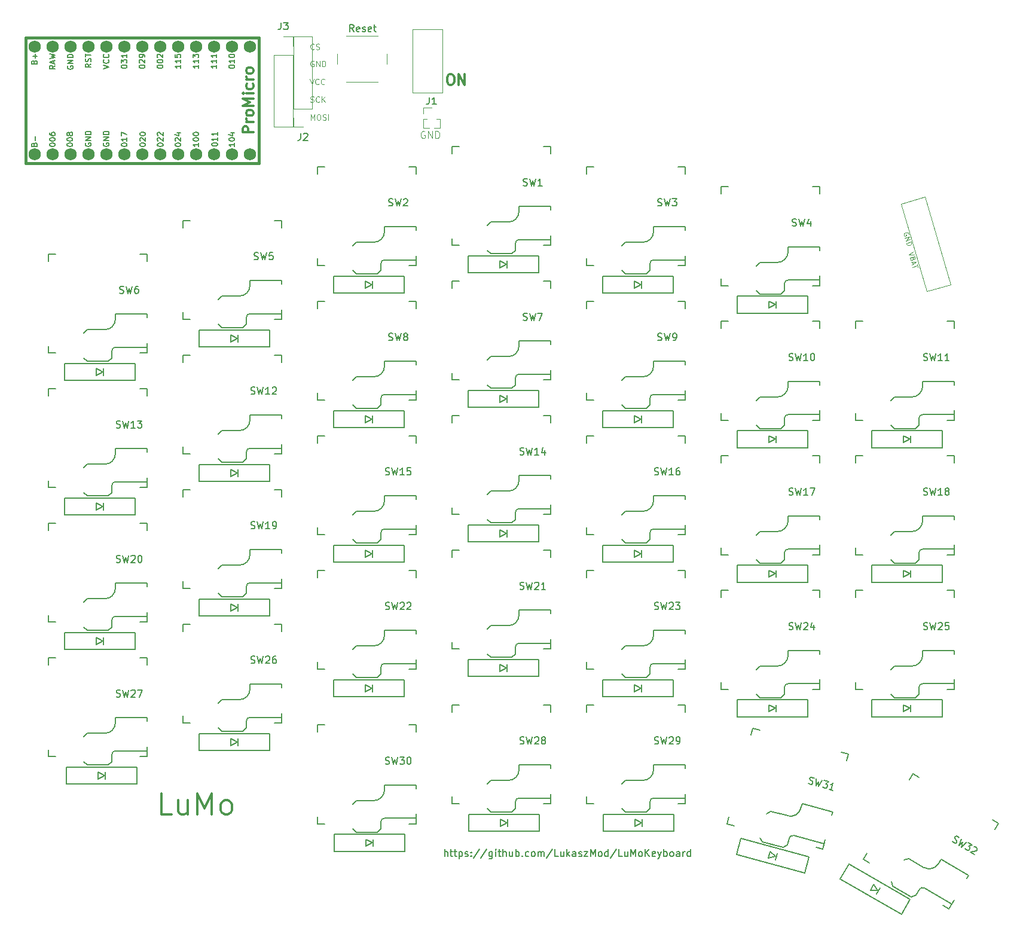
<source format=gbr>
%TF.GenerationSoftware,KiCad,Pcbnew,9.0.2+dfsg-1*%
%TF.CreationDate,2025-11-17T22:50:05+01:00*%
%TF.ProjectId,LuMo,4c754d6f-2e6b-4696-9361-645f70636258,rev?*%
%TF.SameCoordinates,Original*%
%TF.FileFunction,Legend,Top*%
%TF.FilePolarity,Positive*%
%FSLAX46Y46*%
G04 Gerber Fmt 4.6, Leading zero omitted, Abs format (unit mm)*
G04 Created by KiCad (PCBNEW 9.0.2+dfsg-1) date 2025-11-17 22:50:05*
%MOMM*%
%LPD*%
G01*
G04 APERTURE LIST*
%ADD10C,0.100000*%
%ADD11C,0.150000*%
%ADD12C,0.300000*%
%ADD13C,0.381000*%
%ADD14C,0.120000*%
%ADD15C,1.752600*%
G04 APERTURE END LIST*
D10*
X78081265Y-36296895D02*
X78081265Y-35496895D01*
X78081265Y-35496895D02*
X78347931Y-36068323D01*
X78347931Y-36068323D02*
X78614598Y-35496895D01*
X78614598Y-35496895D02*
X78614598Y-36296895D01*
X79147932Y-35496895D02*
X79300313Y-35496895D01*
X79300313Y-35496895D02*
X79376503Y-35534990D01*
X79376503Y-35534990D02*
X79452694Y-35611180D01*
X79452694Y-35611180D02*
X79490789Y-35763561D01*
X79490789Y-35763561D02*
X79490789Y-36030228D01*
X79490789Y-36030228D02*
X79452694Y-36182609D01*
X79452694Y-36182609D02*
X79376503Y-36258800D01*
X79376503Y-36258800D02*
X79300313Y-36296895D01*
X79300313Y-36296895D02*
X79147932Y-36296895D01*
X79147932Y-36296895D02*
X79071741Y-36258800D01*
X79071741Y-36258800D02*
X78995551Y-36182609D01*
X78995551Y-36182609D02*
X78957455Y-36030228D01*
X78957455Y-36030228D02*
X78957455Y-35763561D01*
X78957455Y-35763561D02*
X78995551Y-35611180D01*
X78995551Y-35611180D02*
X79071741Y-35534990D01*
X79071741Y-35534990D02*
X79147932Y-35496895D01*
X79795550Y-36258800D02*
X79909836Y-36296895D01*
X79909836Y-36296895D02*
X80100312Y-36296895D01*
X80100312Y-36296895D02*
X80176503Y-36258800D01*
X80176503Y-36258800D02*
X80214598Y-36220704D01*
X80214598Y-36220704D02*
X80252693Y-36144514D01*
X80252693Y-36144514D02*
X80252693Y-36068323D01*
X80252693Y-36068323D02*
X80214598Y-35992133D01*
X80214598Y-35992133D02*
X80176503Y-35954038D01*
X80176503Y-35954038D02*
X80100312Y-35915942D01*
X80100312Y-35915942D02*
X79947931Y-35877847D01*
X79947931Y-35877847D02*
X79871741Y-35839752D01*
X79871741Y-35839752D02*
X79833646Y-35801657D01*
X79833646Y-35801657D02*
X79795550Y-35725466D01*
X79795550Y-35725466D02*
X79795550Y-35649276D01*
X79795550Y-35649276D02*
X79833646Y-35573085D01*
X79833646Y-35573085D02*
X79871741Y-35534990D01*
X79871741Y-35534990D02*
X79947931Y-35496895D01*
X79947931Y-35496895D02*
X80138408Y-35496895D01*
X80138408Y-35496895D02*
X80252693Y-35534990D01*
X80595551Y-36296895D02*
X80595551Y-35496895D01*
D11*
X97036779Y-140569819D02*
X97036779Y-139569819D01*
X97465350Y-140569819D02*
X97465350Y-140046009D01*
X97465350Y-140046009D02*
X97417731Y-139950771D01*
X97417731Y-139950771D02*
X97322493Y-139903152D01*
X97322493Y-139903152D02*
X97179636Y-139903152D01*
X97179636Y-139903152D02*
X97084398Y-139950771D01*
X97084398Y-139950771D02*
X97036779Y-139998390D01*
X97798684Y-139903152D02*
X98179636Y-139903152D01*
X97941541Y-139569819D02*
X97941541Y-140426961D01*
X97941541Y-140426961D02*
X97989160Y-140522200D01*
X97989160Y-140522200D02*
X98084398Y-140569819D01*
X98084398Y-140569819D02*
X98179636Y-140569819D01*
X98370113Y-139903152D02*
X98751065Y-139903152D01*
X98512970Y-139569819D02*
X98512970Y-140426961D01*
X98512970Y-140426961D02*
X98560589Y-140522200D01*
X98560589Y-140522200D02*
X98655827Y-140569819D01*
X98655827Y-140569819D02*
X98751065Y-140569819D01*
X99084399Y-139903152D02*
X99084399Y-140903152D01*
X99084399Y-139950771D02*
X99179637Y-139903152D01*
X99179637Y-139903152D02*
X99370113Y-139903152D01*
X99370113Y-139903152D02*
X99465351Y-139950771D01*
X99465351Y-139950771D02*
X99512970Y-139998390D01*
X99512970Y-139998390D02*
X99560589Y-140093628D01*
X99560589Y-140093628D02*
X99560589Y-140379342D01*
X99560589Y-140379342D02*
X99512970Y-140474580D01*
X99512970Y-140474580D02*
X99465351Y-140522200D01*
X99465351Y-140522200D02*
X99370113Y-140569819D01*
X99370113Y-140569819D02*
X99179637Y-140569819D01*
X99179637Y-140569819D02*
X99084399Y-140522200D01*
X99941542Y-140522200D02*
X100036780Y-140569819D01*
X100036780Y-140569819D02*
X100227256Y-140569819D01*
X100227256Y-140569819D02*
X100322494Y-140522200D01*
X100322494Y-140522200D02*
X100370113Y-140426961D01*
X100370113Y-140426961D02*
X100370113Y-140379342D01*
X100370113Y-140379342D02*
X100322494Y-140284104D01*
X100322494Y-140284104D02*
X100227256Y-140236485D01*
X100227256Y-140236485D02*
X100084399Y-140236485D01*
X100084399Y-140236485D02*
X99989161Y-140188866D01*
X99989161Y-140188866D02*
X99941542Y-140093628D01*
X99941542Y-140093628D02*
X99941542Y-140046009D01*
X99941542Y-140046009D02*
X99989161Y-139950771D01*
X99989161Y-139950771D02*
X100084399Y-139903152D01*
X100084399Y-139903152D02*
X100227256Y-139903152D01*
X100227256Y-139903152D02*
X100322494Y-139950771D01*
X100798685Y-140474580D02*
X100846304Y-140522200D01*
X100846304Y-140522200D02*
X100798685Y-140569819D01*
X100798685Y-140569819D02*
X100751066Y-140522200D01*
X100751066Y-140522200D02*
X100798685Y-140474580D01*
X100798685Y-140474580D02*
X100798685Y-140569819D01*
X100798685Y-139950771D02*
X100846304Y-139998390D01*
X100846304Y-139998390D02*
X100798685Y-140046009D01*
X100798685Y-140046009D02*
X100751066Y-139998390D01*
X100751066Y-139998390D02*
X100798685Y-139950771D01*
X100798685Y-139950771D02*
X100798685Y-140046009D01*
X101989160Y-139522200D02*
X101132018Y-140807914D01*
X103036779Y-139522200D02*
X102179637Y-140807914D01*
X103798684Y-139903152D02*
X103798684Y-140712676D01*
X103798684Y-140712676D02*
X103751065Y-140807914D01*
X103751065Y-140807914D02*
X103703446Y-140855533D01*
X103703446Y-140855533D02*
X103608208Y-140903152D01*
X103608208Y-140903152D02*
X103465351Y-140903152D01*
X103465351Y-140903152D02*
X103370113Y-140855533D01*
X103798684Y-140522200D02*
X103703446Y-140569819D01*
X103703446Y-140569819D02*
X103512970Y-140569819D01*
X103512970Y-140569819D02*
X103417732Y-140522200D01*
X103417732Y-140522200D02*
X103370113Y-140474580D01*
X103370113Y-140474580D02*
X103322494Y-140379342D01*
X103322494Y-140379342D02*
X103322494Y-140093628D01*
X103322494Y-140093628D02*
X103370113Y-139998390D01*
X103370113Y-139998390D02*
X103417732Y-139950771D01*
X103417732Y-139950771D02*
X103512970Y-139903152D01*
X103512970Y-139903152D02*
X103703446Y-139903152D01*
X103703446Y-139903152D02*
X103798684Y-139950771D01*
X104274875Y-140569819D02*
X104274875Y-139903152D01*
X104274875Y-139569819D02*
X104227256Y-139617438D01*
X104227256Y-139617438D02*
X104274875Y-139665057D01*
X104274875Y-139665057D02*
X104322494Y-139617438D01*
X104322494Y-139617438D02*
X104274875Y-139569819D01*
X104274875Y-139569819D02*
X104274875Y-139665057D01*
X104608208Y-139903152D02*
X104989160Y-139903152D01*
X104751065Y-139569819D02*
X104751065Y-140426961D01*
X104751065Y-140426961D02*
X104798684Y-140522200D01*
X104798684Y-140522200D02*
X104893922Y-140569819D01*
X104893922Y-140569819D02*
X104989160Y-140569819D01*
X105322494Y-140569819D02*
X105322494Y-139569819D01*
X105751065Y-140569819D02*
X105751065Y-140046009D01*
X105751065Y-140046009D02*
X105703446Y-139950771D01*
X105703446Y-139950771D02*
X105608208Y-139903152D01*
X105608208Y-139903152D02*
X105465351Y-139903152D01*
X105465351Y-139903152D02*
X105370113Y-139950771D01*
X105370113Y-139950771D02*
X105322494Y-139998390D01*
X106655827Y-139903152D02*
X106655827Y-140569819D01*
X106227256Y-139903152D02*
X106227256Y-140426961D01*
X106227256Y-140426961D02*
X106274875Y-140522200D01*
X106274875Y-140522200D02*
X106370113Y-140569819D01*
X106370113Y-140569819D02*
X106512970Y-140569819D01*
X106512970Y-140569819D02*
X106608208Y-140522200D01*
X106608208Y-140522200D02*
X106655827Y-140474580D01*
X107132018Y-140569819D02*
X107132018Y-139569819D01*
X107132018Y-139950771D02*
X107227256Y-139903152D01*
X107227256Y-139903152D02*
X107417732Y-139903152D01*
X107417732Y-139903152D02*
X107512970Y-139950771D01*
X107512970Y-139950771D02*
X107560589Y-139998390D01*
X107560589Y-139998390D02*
X107608208Y-140093628D01*
X107608208Y-140093628D02*
X107608208Y-140379342D01*
X107608208Y-140379342D02*
X107560589Y-140474580D01*
X107560589Y-140474580D02*
X107512970Y-140522200D01*
X107512970Y-140522200D02*
X107417732Y-140569819D01*
X107417732Y-140569819D02*
X107227256Y-140569819D01*
X107227256Y-140569819D02*
X107132018Y-140522200D01*
X108036780Y-140474580D02*
X108084399Y-140522200D01*
X108084399Y-140522200D02*
X108036780Y-140569819D01*
X108036780Y-140569819D02*
X107989161Y-140522200D01*
X107989161Y-140522200D02*
X108036780Y-140474580D01*
X108036780Y-140474580D02*
X108036780Y-140569819D01*
X108941541Y-140522200D02*
X108846303Y-140569819D01*
X108846303Y-140569819D02*
X108655827Y-140569819D01*
X108655827Y-140569819D02*
X108560589Y-140522200D01*
X108560589Y-140522200D02*
X108512970Y-140474580D01*
X108512970Y-140474580D02*
X108465351Y-140379342D01*
X108465351Y-140379342D02*
X108465351Y-140093628D01*
X108465351Y-140093628D02*
X108512970Y-139998390D01*
X108512970Y-139998390D02*
X108560589Y-139950771D01*
X108560589Y-139950771D02*
X108655827Y-139903152D01*
X108655827Y-139903152D02*
X108846303Y-139903152D01*
X108846303Y-139903152D02*
X108941541Y-139950771D01*
X109512970Y-140569819D02*
X109417732Y-140522200D01*
X109417732Y-140522200D02*
X109370113Y-140474580D01*
X109370113Y-140474580D02*
X109322494Y-140379342D01*
X109322494Y-140379342D02*
X109322494Y-140093628D01*
X109322494Y-140093628D02*
X109370113Y-139998390D01*
X109370113Y-139998390D02*
X109417732Y-139950771D01*
X109417732Y-139950771D02*
X109512970Y-139903152D01*
X109512970Y-139903152D02*
X109655827Y-139903152D01*
X109655827Y-139903152D02*
X109751065Y-139950771D01*
X109751065Y-139950771D02*
X109798684Y-139998390D01*
X109798684Y-139998390D02*
X109846303Y-140093628D01*
X109846303Y-140093628D02*
X109846303Y-140379342D01*
X109846303Y-140379342D02*
X109798684Y-140474580D01*
X109798684Y-140474580D02*
X109751065Y-140522200D01*
X109751065Y-140522200D02*
X109655827Y-140569819D01*
X109655827Y-140569819D02*
X109512970Y-140569819D01*
X110274875Y-140569819D02*
X110274875Y-139903152D01*
X110274875Y-139998390D02*
X110322494Y-139950771D01*
X110322494Y-139950771D02*
X110417732Y-139903152D01*
X110417732Y-139903152D02*
X110560589Y-139903152D01*
X110560589Y-139903152D02*
X110655827Y-139950771D01*
X110655827Y-139950771D02*
X110703446Y-140046009D01*
X110703446Y-140046009D02*
X110703446Y-140569819D01*
X110703446Y-140046009D02*
X110751065Y-139950771D01*
X110751065Y-139950771D02*
X110846303Y-139903152D01*
X110846303Y-139903152D02*
X110989160Y-139903152D01*
X110989160Y-139903152D02*
X111084399Y-139950771D01*
X111084399Y-139950771D02*
X111132018Y-140046009D01*
X111132018Y-140046009D02*
X111132018Y-140569819D01*
X112322493Y-139522200D02*
X111465351Y-140807914D01*
X113132017Y-140569819D02*
X112655827Y-140569819D01*
X112655827Y-140569819D02*
X112655827Y-139569819D01*
X113893922Y-139903152D02*
X113893922Y-140569819D01*
X113465351Y-139903152D02*
X113465351Y-140426961D01*
X113465351Y-140426961D02*
X113512970Y-140522200D01*
X113512970Y-140522200D02*
X113608208Y-140569819D01*
X113608208Y-140569819D02*
X113751065Y-140569819D01*
X113751065Y-140569819D02*
X113846303Y-140522200D01*
X113846303Y-140522200D02*
X113893922Y-140474580D01*
X114370113Y-140569819D02*
X114370113Y-139569819D01*
X114465351Y-140188866D02*
X114751065Y-140569819D01*
X114751065Y-139903152D02*
X114370113Y-140284104D01*
X115608208Y-140569819D02*
X115608208Y-140046009D01*
X115608208Y-140046009D02*
X115560589Y-139950771D01*
X115560589Y-139950771D02*
X115465351Y-139903152D01*
X115465351Y-139903152D02*
X115274875Y-139903152D01*
X115274875Y-139903152D02*
X115179637Y-139950771D01*
X115608208Y-140522200D02*
X115512970Y-140569819D01*
X115512970Y-140569819D02*
X115274875Y-140569819D01*
X115274875Y-140569819D02*
X115179637Y-140522200D01*
X115179637Y-140522200D02*
X115132018Y-140426961D01*
X115132018Y-140426961D02*
X115132018Y-140331723D01*
X115132018Y-140331723D02*
X115179637Y-140236485D01*
X115179637Y-140236485D02*
X115274875Y-140188866D01*
X115274875Y-140188866D02*
X115512970Y-140188866D01*
X115512970Y-140188866D02*
X115608208Y-140141247D01*
X116036780Y-140522200D02*
X116132018Y-140569819D01*
X116132018Y-140569819D02*
X116322494Y-140569819D01*
X116322494Y-140569819D02*
X116417732Y-140522200D01*
X116417732Y-140522200D02*
X116465351Y-140426961D01*
X116465351Y-140426961D02*
X116465351Y-140379342D01*
X116465351Y-140379342D02*
X116417732Y-140284104D01*
X116417732Y-140284104D02*
X116322494Y-140236485D01*
X116322494Y-140236485D02*
X116179637Y-140236485D01*
X116179637Y-140236485D02*
X116084399Y-140188866D01*
X116084399Y-140188866D02*
X116036780Y-140093628D01*
X116036780Y-140093628D02*
X116036780Y-140046009D01*
X116036780Y-140046009D02*
X116084399Y-139950771D01*
X116084399Y-139950771D02*
X116179637Y-139903152D01*
X116179637Y-139903152D02*
X116322494Y-139903152D01*
X116322494Y-139903152D02*
X116417732Y-139950771D01*
X116798685Y-139903152D02*
X117322494Y-139903152D01*
X117322494Y-139903152D02*
X116798685Y-140569819D01*
X116798685Y-140569819D02*
X117322494Y-140569819D01*
X117703447Y-140569819D02*
X117703447Y-139569819D01*
X117703447Y-139569819D02*
X118036780Y-140284104D01*
X118036780Y-140284104D02*
X118370113Y-139569819D01*
X118370113Y-139569819D02*
X118370113Y-140569819D01*
X118989161Y-140569819D02*
X118893923Y-140522200D01*
X118893923Y-140522200D02*
X118846304Y-140474580D01*
X118846304Y-140474580D02*
X118798685Y-140379342D01*
X118798685Y-140379342D02*
X118798685Y-140093628D01*
X118798685Y-140093628D02*
X118846304Y-139998390D01*
X118846304Y-139998390D02*
X118893923Y-139950771D01*
X118893923Y-139950771D02*
X118989161Y-139903152D01*
X118989161Y-139903152D02*
X119132018Y-139903152D01*
X119132018Y-139903152D02*
X119227256Y-139950771D01*
X119227256Y-139950771D02*
X119274875Y-139998390D01*
X119274875Y-139998390D02*
X119322494Y-140093628D01*
X119322494Y-140093628D02*
X119322494Y-140379342D01*
X119322494Y-140379342D02*
X119274875Y-140474580D01*
X119274875Y-140474580D02*
X119227256Y-140522200D01*
X119227256Y-140522200D02*
X119132018Y-140569819D01*
X119132018Y-140569819D02*
X118989161Y-140569819D01*
X120179637Y-140569819D02*
X120179637Y-139569819D01*
X120179637Y-140522200D02*
X120084399Y-140569819D01*
X120084399Y-140569819D02*
X119893923Y-140569819D01*
X119893923Y-140569819D02*
X119798685Y-140522200D01*
X119798685Y-140522200D02*
X119751066Y-140474580D01*
X119751066Y-140474580D02*
X119703447Y-140379342D01*
X119703447Y-140379342D02*
X119703447Y-140093628D01*
X119703447Y-140093628D02*
X119751066Y-139998390D01*
X119751066Y-139998390D02*
X119798685Y-139950771D01*
X119798685Y-139950771D02*
X119893923Y-139903152D01*
X119893923Y-139903152D02*
X120084399Y-139903152D01*
X120084399Y-139903152D02*
X120179637Y-139950771D01*
X121370113Y-139522200D02*
X120512971Y-140807914D01*
X122179637Y-140569819D02*
X121703447Y-140569819D01*
X121703447Y-140569819D02*
X121703447Y-139569819D01*
X122941542Y-139903152D02*
X122941542Y-140569819D01*
X122512971Y-139903152D02*
X122512971Y-140426961D01*
X122512971Y-140426961D02*
X122560590Y-140522200D01*
X122560590Y-140522200D02*
X122655828Y-140569819D01*
X122655828Y-140569819D02*
X122798685Y-140569819D01*
X122798685Y-140569819D02*
X122893923Y-140522200D01*
X122893923Y-140522200D02*
X122941542Y-140474580D01*
X123417733Y-140569819D02*
X123417733Y-139569819D01*
X123417733Y-139569819D02*
X123751066Y-140284104D01*
X123751066Y-140284104D02*
X124084399Y-139569819D01*
X124084399Y-139569819D02*
X124084399Y-140569819D01*
X124703447Y-140569819D02*
X124608209Y-140522200D01*
X124608209Y-140522200D02*
X124560590Y-140474580D01*
X124560590Y-140474580D02*
X124512971Y-140379342D01*
X124512971Y-140379342D02*
X124512971Y-140093628D01*
X124512971Y-140093628D02*
X124560590Y-139998390D01*
X124560590Y-139998390D02*
X124608209Y-139950771D01*
X124608209Y-139950771D02*
X124703447Y-139903152D01*
X124703447Y-139903152D02*
X124846304Y-139903152D01*
X124846304Y-139903152D02*
X124941542Y-139950771D01*
X124941542Y-139950771D02*
X124989161Y-139998390D01*
X124989161Y-139998390D02*
X125036780Y-140093628D01*
X125036780Y-140093628D02*
X125036780Y-140379342D01*
X125036780Y-140379342D02*
X124989161Y-140474580D01*
X124989161Y-140474580D02*
X124941542Y-140522200D01*
X124941542Y-140522200D02*
X124846304Y-140569819D01*
X124846304Y-140569819D02*
X124703447Y-140569819D01*
X125465352Y-140569819D02*
X125465352Y-139569819D01*
X126036780Y-140569819D02*
X125608209Y-139998390D01*
X126036780Y-139569819D02*
X125465352Y-140141247D01*
X126846304Y-140522200D02*
X126751066Y-140569819D01*
X126751066Y-140569819D02*
X126560590Y-140569819D01*
X126560590Y-140569819D02*
X126465352Y-140522200D01*
X126465352Y-140522200D02*
X126417733Y-140426961D01*
X126417733Y-140426961D02*
X126417733Y-140046009D01*
X126417733Y-140046009D02*
X126465352Y-139950771D01*
X126465352Y-139950771D02*
X126560590Y-139903152D01*
X126560590Y-139903152D02*
X126751066Y-139903152D01*
X126751066Y-139903152D02*
X126846304Y-139950771D01*
X126846304Y-139950771D02*
X126893923Y-140046009D01*
X126893923Y-140046009D02*
X126893923Y-140141247D01*
X126893923Y-140141247D02*
X126417733Y-140236485D01*
X127227257Y-139903152D02*
X127465352Y-140569819D01*
X127703447Y-139903152D02*
X127465352Y-140569819D01*
X127465352Y-140569819D02*
X127370114Y-140807914D01*
X127370114Y-140807914D02*
X127322495Y-140855533D01*
X127322495Y-140855533D02*
X127227257Y-140903152D01*
X128084400Y-140569819D02*
X128084400Y-139569819D01*
X128084400Y-139950771D02*
X128179638Y-139903152D01*
X128179638Y-139903152D02*
X128370114Y-139903152D01*
X128370114Y-139903152D02*
X128465352Y-139950771D01*
X128465352Y-139950771D02*
X128512971Y-139998390D01*
X128512971Y-139998390D02*
X128560590Y-140093628D01*
X128560590Y-140093628D02*
X128560590Y-140379342D01*
X128560590Y-140379342D02*
X128512971Y-140474580D01*
X128512971Y-140474580D02*
X128465352Y-140522200D01*
X128465352Y-140522200D02*
X128370114Y-140569819D01*
X128370114Y-140569819D02*
X128179638Y-140569819D01*
X128179638Y-140569819D02*
X128084400Y-140522200D01*
X129132019Y-140569819D02*
X129036781Y-140522200D01*
X129036781Y-140522200D02*
X128989162Y-140474580D01*
X128989162Y-140474580D02*
X128941543Y-140379342D01*
X128941543Y-140379342D02*
X128941543Y-140093628D01*
X128941543Y-140093628D02*
X128989162Y-139998390D01*
X128989162Y-139998390D02*
X129036781Y-139950771D01*
X129036781Y-139950771D02*
X129132019Y-139903152D01*
X129132019Y-139903152D02*
X129274876Y-139903152D01*
X129274876Y-139903152D02*
X129370114Y-139950771D01*
X129370114Y-139950771D02*
X129417733Y-139998390D01*
X129417733Y-139998390D02*
X129465352Y-140093628D01*
X129465352Y-140093628D02*
X129465352Y-140379342D01*
X129465352Y-140379342D02*
X129417733Y-140474580D01*
X129417733Y-140474580D02*
X129370114Y-140522200D01*
X129370114Y-140522200D02*
X129274876Y-140569819D01*
X129274876Y-140569819D02*
X129132019Y-140569819D01*
X130322495Y-140569819D02*
X130322495Y-140046009D01*
X130322495Y-140046009D02*
X130274876Y-139950771D01*
X130274876Y-139950771D02*
X130179638Y-139903152D01*
X130179638Y-139903152D02*
X129989162Y-139903152D01*
X129989162Y-139903152D02*
X129893924Y-139950771D01*
X130322495Y-140522200D02*
X130227257Y-140569819D01*
X130227257Y-140569819D02*
X129989162Y-140569819D01*
X129989162Y-140569819D02*
X129893924Y-140522200D01*
X129893924Y-140522200D02*
X129846305Y-140426961D01*
X129846305Y-140426961D02*
X129846305Y-140331723D01*
X129846305Y-140331723D02*
X129893924Y-140236485D01*
X129893924Y-140236485D02*
X129989162Y-140188866D01*
X129989162Y-140188866D02*
X130227257Y-140188866D01*
X130227257Y-140188866D02*
X130322495Y-140141247D01*
X130798686Y-140569819D02*
X130798686Y-139903152D01*
X130798686Y-140093628D02*
X130846305Y-139998390D01*
X130846305Y-139998390D02*
X130893924Y-139950771D01*
X130893924Y-139950771D02*
X130989162Y-139903152D01*
X130989162Y-139903152D02*
X131084400Y-139903152D01*
X131846305Y-140569819D02*
X131846305Y-139569819D01*
X131846305Y-140522200D02*
X131751067Y-140569819D01*
X131751067Y-140569819D02*
X131560591Y-140569819D01*
X131560591Y-140569819D02*
X131465353Y-140522200D01*
X131465353Y-140522200D02*
X131417734Y-140474580D01*
X131417734Y-140474580D02*
X131370115Y-140379342D01*
X131370115Y-140379342D02*
X131370115Y-140093628D01*
X131370115Y-140093628D02*
X131417734Y-139998390D01*
X131417734Y-139998390D02*
X131465353Y-139950771D01*
X131465353Y-139950771D02*
X131560591Y-139903152D01*
X131560591Y-139903152D02*
X131751067Y-139903152D01*
X131751067Y-139903152D02*
X131846305Y-139950771D01*
D10*
X77966979Y-30446895D02*
X78233646Y-31246895D01*
X78233646Y-31246895D02*
X78500312Y-30446895D01*
X79224122Y-31170704D02*
X79186026Y-31208800D01*
X79186026Y-31208800D02*
X79071741Y-31246895D01*
X79071741Y-31246895D02*
X78995550Y-31246895D01*
X78995550Y-31246895D02*
X78881264Y-31208800D01*
X78881264Y-31208800D02*
X78805074Y-31132609D01*
X78805074Y-31132609D02*
X78766979Y-31056419D01*
X78766979Y-31056419D02*
X78728883Y-30904038D01*
X78728883Y-30904038D02*
X78728883Y-30789752D01*
X78728883Y-30789752D02*
X78766979Y-30637371D01*
X78766979Y-30637371D02*
X78805074Y-30561180D01*
X78805074Y-30561180D02*
X78881264Y-30484990D01*
X78881264Y-30484990D02*
X78995550Y-30446895D01*
X78995550Y-30446895D02*
X79071741Y-30446895D01*
X79071741Y-30446895D02*
X79186026Y-30484990D01*
X79186026Y-30484990D02*
X79224122Y-30523085D01*
X80024122Y-31170704D02*
X79986026Y-31208800D01*
X79986026Y-31208800D02*
X79871741Y-31246895D01*
X79871741Y-31246895D02*
X79795550Y-31246895D01*
X79795550Y-31246895D02*
X79681264Y-31208800D01*
X79681264Y-31208800D02*
X79605074Y-31132609D01*
X79605074Y-31132609D02*
X79566979Y-31056419D01*
X79566979Y-31056419D02*
X79528883Y-30904038D01*
X79528883Y-30904038D02*
X79528883Y-30789752D01*
X79528883Y-30789752D02*
X79566979Y-30637371D01*
X79566979Y-30637371D02*
X79605074Y-30561180D01*
X79605074Y-30561180D02*
X79681264Y-30484990D01*
X79681264Y-30484990D02*
X79795550Y-30446895D01*
X79795550Y-30446895D02*
X79871741Y-30446895D01*
X79871741Y-30446895D02*
X79986026Y-30484990D01*
X79986026Y-30484990D02*
X80024122Y-30523085D01*
X78043169Y-33733800D02*
X78157455Y-33771895D01*
X78157455Y-33771895D02*
X78347931Y-33771895D01*
X78347931Y-33771895D02*
X78424122Y-33733800D01*
X78424122Y-33733800D02*
X78462217Y-33695704D01*
X78462217Y-33695704D02*
X78500312Y-33619514D01*
X78500312Y-33619514D02*
X78500312Y-33543323D01*
X78500312Y-33543323D02*
X78462217Y-33467133D01*
X78462217Y-33467133D02*
X78424122Y-33429038D01*
X78424122Y-33429038D02*
X78347931Y-33390942D01*
X78347931Y-33390942D02*
X78195550Y-33352847D01*
X78195550Y-33352847D02*
X78119360Y-33314752D01*
X78119360Y-33314752D02*
X78081265Y-33276657D01*
X78081265Y-33276657D02*
X78043169Y-33200466D01*
X78043169Y-33200466D02*
X78043169Y-33124276D01*
X78043169Y-33124276D02*
X78081265Y-33048085D01*
X78081265Y-33048085D02*
X78119360Y-33009990D01*
X78119360Y-33009990D02*
X78195550Y-32971895D01*
X78195550Y-32971895D02*
X78386027Y-32971895D01*
X78386027Y-32971895D02*
X78500312Y-33009990D01*
X79300313Y-33695704D02*
X79262217Y-33733800D01*
X79262217Y-33733800D02*
X79147932Y-33771895D01*
X79147932Y-33771895D02*
X79071741Y-33771895D01*
X79071741Y-33771895D02*
X78957455Y-33733800D01*
X78957455Y-33733800D02*
X78881265Y-33657609D01*
X78881265Y-33657609D02*
X78843170Y-33581419D01*
X78843170Y-33581419D02*
X78805074Y-33429038D01*
X78805074Y-33429038D02*
X78805074Y-33314752D01*
X78805074Y-33314752D02*
X78843170Y-33162371D01*
X78843170Y-33162371D02*
X78881265Y-33086180D01*
X78881265Y-33086180D02*
X78957455Y-33009990D01*
X78957455Y-33009990D02*
X79071741Y-32971895D01*
X79071741Y-32971895D02*
X79147932Y-32971895D01*
X79147932Y-32971895D02*
X79262217Y-33009990D01*
X79262217Y-33009990D02*
X79300313Y-33048085D01*
X79643170Y-33771895D02*
X79643170Y-32971895D01*
X80100313Y-33771895D02*
X79757455Y-33314752D01*
X80100313Y-32971895D02*
X79643170Y-33429038D01*
D12*
X58340225Y-134617257D02*
X56911653Y-134617257D01*
X56911653Y-134617257D02*
X56911653Y-131617257D01*
X60625939Y-132617257D02*
X60625939Y-134617257D01*
X59340224Y-132617257D02*
X59340224Y-134188685D01*
X59340224Y-134188685D02*
X59483081Y-134474400D01*
X59483081Y-134474400D02*
X59768796Y-134617257D01*
X59768796Y-134617257D02*
X60197367Y-134617257D01*
X60197367Y-134617257D02*
X60483081Y-134474400D01*
X60483081Y-134474400D02*
X60625939Y-134331542D01*
X62054510Y-134617257D02*
X62054510Y-131617257D01*
X62054510Y-131617257D02*
X63054510Y-133760114D01*
X63054510Y-133760114D02*
X64054510Y-131617257D01*
X64054510Y-131617257D02*
X64054510Y-134617257D01*
X65911653Y-134617257D02*
X65625938Y-134474400D01*
X65625938Y-134474400D02*
X65483081Y-134331542D01*
X65483081Y-134331542D02*
X65340224Y-134045828D01*
X65340224Y-134045828D02*
X65340224Y-133188685D01*
X65340224Y-133188685D02*
X65483081Y-132902971D01*
X65483081Y-132902971D02*
X65625938Y-132760114D01*
X65625938Y-132760114D02*
X65911653Y-132617257D01*
X65911653Y-132617257D02*
X66340224Y-132617257D01*
X66340224Y-132617257D02*
X66625938Y-132760114D01*
X66625938Y-132760114D02*
X66768796Y-132902971D01*
X66768796Y-132902971D02*
X66911653Y-133188685D01*
X66911653Y-133188685D02*
X66911653Y-134045828D01*
X66911653Y-134045828D02*
X66768796Y-134331542D01*
X66768796Y-134331542D02*
X66625938Y-134474400D01*
X66625938Y-134474400D02*
X66340224Y-134617257D01*
X66340224Y-134617257D02*
X65911653Y-134617257D01*
D10*
X78538408Y-26220704D02*
X78500312Y-26258800D01*
X78500312Y-26258800D02*
X78386027Y-26296895D01*
X78386027Y-26296895D02*
X78309836Y-26296895D01*
X78309836Y-26296895D02*
X78195550Y-26258800D01*
X78195550Y-26258800D02*
X78119360Y-26182609D01*
X78119360Y-26182609D02*
X78081265Y-26106419D01*
X78081265Y-26106419D02*
X78043169Y-25954038D01*
X78043169Y-25954038D02*
X78043169Y-25839752D01*
X78043169Y-25839752D02*
X78081265Y-25687371D01*
X78081265Y-25687371D02*
X78119360Y-25611180D01*
X78119360Y-25611180D02*
X78195550Y-25534990D01*
X78195550Y-25534990D02*
X78309836Y-25496895D01*
X78309836Y-25496895D02*
X78386027Y-25496895D01*
X78386027Y-25496895D02*
X78500312Y-25534990D01*
X78500312Y-25534990D02*
X78538408Y-25573085D01*
X78843169Y-26258800D02*
X78957455Y-26296895D01*
X78957455Y-26296895D02*
X79147931Y-26296895D01*
X79147931Y-26296895D02*
X79224122Y-26258800D01*
X79224122Y-26258800D02*
X79262217Y-26220704D01*
X79262217Y-26220704D02*
X79300312Y-26144514D01*
X79300312Y-26144514D02*
X79300312Y-26068323D01*
X79300312Y-26068323D02*
X79262217Y-25992133D01*
X79262217Y-25992133D02*
X79224122Y-25954038D01*
X79224122Y-25954038D02*
X79147931Y-25915942D01*
X79147931Y-25915942D02*
X78995550Y-25877847D01*
X78995550Y-25877847D02*
X78919360Y-25839752D01*
X78919360Y-25839752D02*
X78881265Y-25801657D01*
X78881265Y-25801657D02*
X78843169Y-25725466D01*
X78843169Y-25725466D02*
X78843169Y-25649276D01*
X78843169Y-25649276D02*
X78881265Y-25573085D01*
X78881265Y-25573085D02*
X78919360Y-25534990D01*
X78919360Y-25534990D02*
X78995550Y-25496895D01*
X78995550Y-25496895D02*
X79186027Y-25496895D01*
X79186027Y-25496895D02*
X79300312Y-25534990D01*
X78500312Y-27959990D02*
X78424122Y-27921895D01*
X78424122Y-27921895D02*
X78309836Y-27921895D01*
X78309836Y-27921895D02*
X78195550Y-27959990D01*
X78195550Y-27959990D02*
X78119360Y-28036180D01*
X78119360Y-28036180D02*
X78081265Y-28112371D01*
X78081265Y-28112371D02*
X78043169Y-28264752D01*
X78043169Y-28264752D02*
X78043169Y-28379038D01*
X78043169Y-28379038D02*
X78081265Y-28531419D01*
X78081265Y-28531419D02*
X78119360Y-28607609D01*
X78119360Y-28607609D02*
X78195550Y-28683800D01*
X78195550Y-28683800D02*
X78309836Y-28721895D01*
X78309836Y-28721895D02*
X78386027Y-28721895D01*
X78386027Y-28721895D02*
X78500312Y-28683800D01*
X78500312Y-28683800D02*
X78538408Y-28645704D01*
X78538408Y-28645704D02*
X78538408Y-28379038D01*
X78538408Y-28379038D02*
X78386027Y-28379038D01*
X78881265Y-28721895D02*
X78881265Y-27921895D01*
X78881265Y-27921895D02*
X79338408Y-28721895D01*
X79338408Y-28721895D02*
X79338408Y-27921895D01*
X79719360Y-28721895D02*
X79719360Y-27921895D01*
X79719360Y-27921895D02*
X79909836Y-27921895D01*
X79909836Y-27921895D02*
X80024122Y-27959990D01*
X80024122Y-27959990D02*
X80100312Y-28036180D01*
X80100312Y-28036180D02*
X80138407Y-28112371D01*
X80138407Y-28112371D02*
X80176503Y-28264752D01*
X80176503Y-28264752D02*
X80176503Y-28379038D01*
X80176503Y-28379038D02*
X80138407Y-28531419D01*
X80138407Y-28531419D02*
X80100312Y-28607609D01*
X80100312Y-28607609D02*
X80024122Y-28683800D01*
X80024122Y-28683800D02*
X79909836Y-28721895D01*
X79909836Y-28721895D02*
X79719360Y-28721895D01*
X94227693Y-37920038D02*
X94132455Y-37872419D01*
X94132455Y-37872419D02*
X93989598Y-37872419D01*
X93989598Y-37872419D02*
X93846741Y-37920038D01*
X93846741Y-37920038D02*
X93751503Y-38015276D01*
X93751503Y-38015276D02*
X93703884Y-38110514D01*
X93703884Y-38110514D02*
X93656265Y-38300990D01*
X93656265Y-38300990D02*
X93656265Y-38443847D01*
X93656265Y-38443847D02*
X93703884Y-38634323D01*
X93703884Y-38634323D02*
X93751503Y-38729561D01*
X93751503Y-38729561D02*
X93846741Y-38824800D01*
X93846741Y-38824800D02*
X93989598Y-38872419D01*
X93989598Y-38872419D02*
X94084836Y-38872419D01*
X94084836Y-38872419D02*
X94227693Y-38824800D01*
X94227693Y-38824800D02*
X94275312Y-38777180D01*
X94275312Y-38777180D02*
X94275312Y-38443847D01*
X94275312Y-38443847D02*
X94084836Y-38443847D01*
X94703884Y-38872419D02*
X94703884Y-37872419D01*
X94703884Y-37872419D02*
X95275312Y-38872419D01*
X95275312Y-38872419D02*
X95275312Y-37872419D01*
X95751503Y-38872419D02*
X95751503Y-37872419D01*
X95751503Y-37872419D02*
X95989598Y-37872419D01*
X95989598Y-37872419D02*
X96132455Y-37920038D01*
X96132455Y-37920038D02*
X96227693Y-38015276D01*
X96227693Y-38015276D02*
X96275312Y-38110514D01*
X96275312Y-38110514D02*
X96322931Y-38300990D01*
X96322931Y-38300990D02*
X96322931Y-38443847D01*
X96322931Y-38443847D02*
X96275312Y-38634323D01*
X96275312Y-38634323D02*
X96227693Y-38729561D01*
X96227693Y-38729561D02*
X96132455Y-38824800D01*
X96132455Y-38824800D02*
X95989598Y-38872419D01*
X95989598Y-38872419D02*
X95751503Y-38872419D01*
D12*
X97740225Y-29800828D02*
X98025939Y-29800828D01*
X98025939Y-29800828D02*
X98168796Y-29872257D01*
X98168796Y-29872257D02*
X98311653Y-30015114D01*
X98311653Y-30015114D02*
X98383082Y-30300828D01*
X98383082Y-30300828D02*
X98383082Y-30800828D01*
X98383082Y-30800828D02*
X98311653Y-31086542D01*
X98311653Y-31086542D02*
X98168796Y-31229400D01*
X98168796Y-31229400D02*
X98025939Y-31300828D01*
X98025939Y-31300828D02*
X97740225Y-31300828D01*
X97740225Y-31300828D02*
X97597368Y-31229400D01*
X97597368Y-31229400D02*
X97454510Y-31086542D01*
X97454510Y-31086542D02*
X97383082Y-30800828D01*
X97383082Y-30800828D02*
X97383082Y-30300828D01*
X97383082Y-30300828D02*
X97454510Y-30015114D01*
X97454510Y-30015114D02*
X97597368Y-29872257D01*
X97597368Y-29872257D02*
X97740225Y-29800828D01*
X99025939Y-31300828D02*
X99025939Y-29800828D01*
X99025939Y-29800828D02*
X99883082Y-31300828D01*
X99883082Y-31300828D02*
X99883082Y-29800828D01*
D11*
X41892295Y-28578665D02*
X41511342Y-28845332D01*
X41892295Y-29035808D02*
X41092295Y-29035808D01*
X41092295Y-29035808D02*
X41092295Y-28731046D01*
X41092295Y-28731046D02*
X41130390Y-28654856D01*
X41130390Y-28654856D02*
X41168485Y-28616761D01*
X41168485Y-28616761D02*
X41244676Y-28578665D01*
X41244676Y-28578665D02*
X41358961Y-28578665D01*
X41358961Y-28578665D02*
X41435152Y-28616761D01*
X41435152Y-28616761D02*
X41473247Y-28654856D01*
X41473247Y-28654856D02*
X41511342Y-28731046D01*
X41511342Y-28731046D02*
X41511342Y-29035808D01*
X41663723Y-28273904D02*
X41663723Y-27892951D01*
X41892295Y-28350094D02*
X41092295Y-28083427D01*
X41092295Y-28083427D02*
X41892295Y-27816761D01*
X41092295Y-27626285D02*
X41892295Y-27435809D01*
X41892295Y-27435809D02*
X41320866Y-27283428D01*
X41320866Y-27283428D02*
X41892295Y-27131047D01*
X41892295Y-27131047D02*
X41092295Y-26940571D01*
X64752295Y-28496142D02*
X64752295Y-28953285D01*
X64752295Y-28724713D02*
X63952295Y-28724713D01*
X63952295Y-28724713D02*
X64066580Y-28800904D01*
X64066580Y-28800904D02*
X64142771Y-28877094D01*
X64142771Y-28877094D02*
X64180866Y-28953285D01*
X64752295Y-27734237D02*
X64752295Y-28191380D01*
X64752295Y-27962808D02*
X63952295Y-27962808D01*
X63952295Y-27962808D02*
X64066580Y-28038999D01*
X64066580Y-28038999D02*
X64142771Y-28115189D01*
X64142771Y-28115189D02*
X64180866Y-28191380D01*
X64752295Y-26972332D02*
X64752295Y-27429475D01*
X64752295Y-27200903D02*
X63952295Y-27200903D01*
X63952295Y-27200903D02*
X64066580Y-27277094D01*
X64066580Y-27277094D02*
X64142771Y-27353284D01*
X64142771Y-27353284D02*
X64180866Y-27429475D01*
X46972295Y-28350094D02*
X46591342Y-28616761D01*
X46972295Y-28807237D02*
X46172295Y-28807237D01*
X46172295Y-28807237D02*
X46172295Y-28502475D01*
X46172295Y-28502475D02*
X46210390Y-28426285D01*
X46210390Y-28426285D02*
X46248485Y-28388190D01*
X46248485Y-28388190D02*
X46324676Y-28350094D01*
X46324676Y-28350094D02*
X46438961Y-28350094D01*
X46438961Y-28350094D02*
X46515152Y-28388190D01*
X46515152Y-28388190D02*
X46553247Y-28426285D01*
X46553247Y-28426285D02*
X46591342Y-28502475D01*
X46591342Y-28502475D02*
X46591342Y-28807237D01*
X46934200Y-28045333D02*
X46972295Y-27931047D01*
X46972295Y-27931047D02*
X46972295Y-27740571D01*
X46972295Y-27740571D02*
X46934200Y-27664380D01*
X46934200Y-27664380D02*
X46896104Y-27626285D01*
X46896104Y-27626285D02*
X46819914Y-27588190D01*
X46819914Y-27588190D02*
X46743723Y-27588190D01*
X46743723Y-27588190D02*
X46667533Y-27626285D01*
X46667533Y-27626285D02*
X46629438Y-27664380D01*
X46629438Y-27664380D02*
X46591342Y-27740571D01*
X46591342Y-27740571D02*
X46553247Y-27892952D01*
X46553247Y-27892952D02*
X46515152Y-27969142D01*
X46515152Y-27969142D02*
X46477057Y-28007237D01*
X46477057Y-28007237D02*
X46400866Y-28045333D01*
X46400866Y-28045333D02*
X46324676Y-28045333D01*
X46324676Y-28045333D02*
X46248485Y-28007237D01*
X46248485Y-28007237D02*
X46210390Y-27969142D01*
X46210390Y-27969142D02*
X46172295Y-27892952D01*
X46172295Y-27892952D02*
X46172295Y-27702475D01*
X46172295Y-27702475D02*
X46210390Y-27588190D01*
X46172295Y-27359618D02*
X46172295Y-26902475D01*
X46972295Y-27131047D02*
X46172295Y-27131047D01*
X51262295Y-39837189D02*
X51262295Y-39760999D01*
X51262295Y-39760999D02*
X51300390Y-39684808D01*
X51300390Y-39684808D02*
X51338485Y-39646713D01*
X51338485Y-39646713D02*
X51414676Y-39608618D01*
X51414676Y-39608618D02*
X51567057Y-39570523D01*
X51567057Y-39570523D02*
X51757533Y-39570523D01*
X51757533Y-39570523D02*
X51909914Y-39608618D01*
X51909914Y-39608618D02*
X51986104Y-39646713D01*
X51986104Y-39646713D02*
X52024200Y-39684808D01*
X52024200Y-39684808D02*
X52062295Y-39760999D01*
X52062295Y-39760999D02*
X52062295Y-39837189D01*
X52062295Y-39837189D02*
X52024200Y-39913380D01*
X52024200Y-39913380D02*
X51986104Y-39951475D01*
X51986104Y-39951475D02*
X51909914Y-39989570D01*
X51909914Y-39989570D02*
X51757533Y-40027666D01*
X51757533Y-40027666D02*
X51567057Y-40027666D01*
X51567057Y-40027666D02*
X51414676Y-39989570D01*
X51414676Y-39989570D02*
X51338485Y-39951475D01*
X51338485Y-39951475D02*
X51300390Y-39913380D01*
X51300390Y-39913380D02*
X51262295Y-39837189D01*
X52062295Y-38808618D02*
X52062295Y-39265761D01*
X52062295Y-39037189D02*
X51262295Y-39037189D01*
X51262295Y-39037189D02*
X51376580Y-39113380D01*
X51376580Y-39113380D02*
X51452771Y-39189570D01*
X51452771Y-39189570D02*
X51490866Y-39265761D01*
X51262295Y-38541951D02*
X51262295Y-38008617D01*
X51262295Y-38008617D02*
X52062295Y-38351475D01*
X38933247Y-39768095D02*
X38971342Y-39653809D01*
X38971342Y-39653809D02*
X39009438Y-39615714D01*
X39009438Y-39615714D02*
X39085628Y-39577618D01*
X39085628Y-39577618D02*
X39199914Y-39577618D01*
X39199914Y-39577618D02*
X39276104Y-39615714D01*
X39276104Y-39615714D02*
X39314200Y-39653809D01*
X39314200Y-39653809D02*
X39352295Y-39729999D01*
X39352295Y-39729999D02*
X39352295Y-40034761D01*
X39352295Y-40034761D02*
X38552295Y-40034761D01*
X38552295Y-40034761D02*
X38552295Y-39768095D01*
X38552295Y-39768095D02*
X38590390Y-39691904D01*
X38590390Y-39691904D02*
X38628485Y-39653809D01*
X38628485Y-39653809D02*
X38704676Y-39615714D01*
X38704676Y-39615714D02*
X38780866Y-39615714D01*
X38780866Y-39615714D02*
X38857057Y-39653809D01*
X38857057Y-39653809D02*
X38895152Y-39691904D01*
X38895152Y-39691904D02*
X38933247Y-39768095D01*
X38933247Y-39768095D02*
X38933247Y-40034761D01*
X39047533Y-39234761D02*
X39047533Y-38625238D01*
X48712295Y-29029475D02*
X49512295Y-28762808D01*
X49512295Y-28762808D02*
X48712295Y-28496142D01*
X49436104Y-27772332D02*
X49474200Y-27810428D01*
X49474200Y-27810428D02*
X49512295Y-27924713D01*
X49512295Y-27924713D02*
X49512295Y-28000904D01*
X49512295Y-28000904D02*
X49474200Y-28115190D01*
X49474200Y-28115190D02*
X49398009Y-28191380D01*
X49398009Y-28191380D02*
X49321819Y-28229475D01*
X49321819Y-28229475D02*
X49169438Y-28267571D01*
X49169438Y-28267571D02*
X49055152Y-28267571D01*
X49055152Y-28267571D02*
X48902771Y-28229475D01*
X48902771Y-28229475D02*
X48826580Y-28191380D01*
X48826580Y-28191380D02*
X48750390Y-28115190D01*
X48750390Y-28115190D02*
X48712295Y-28000904D01*
X48712295Y-28000904D02*
X48712295Y-27924713D01*
X48712295Y-27924713D02*
X48750390Y-27810428D01*
X48750390Y-27810428D02*
X48788485Y-27772332D01*
X49436104Y-26972332D02*
X49474200Y-27010428D01*
X49474200Y-27010428D02*
X49512295Y-27124713D01*
X49512295Y-27124713D02*
X49512295Y-27200904D01*
X49512295Y-27200904D02*
X49474200Y-27315190D01*
X49474200Y-27315190D02*
X49398009Y-27391380D01*
X49398009Y-27391380D02*
X49321819Y-27429475D01*
X49321819Y-27429475D02*
X49169438Y-27467571D01*
X49169438Y-27467571D02*
X49055152Y-27467571D01*
X49055152Y-27467571D02*
X48902771Y-27429475D01*
X48902771Y-27429475D02*
X48826580Y-27391380D01*
X48826580Y-27391380D02*
X48750390Y-27315190D01*
X48750390Y-27315190D02*
X48712295Y-27200904D01*
X48712295Y-27200904D02*
X48712295Y-27124713D01*
X48712295Y-27124713D02*
X48750390Y-27010428D01*
X48750390Y-27010428D02*
X48788485Y-26972332D01*
X48750390Y-39570523D02*
X48712295Y-39646713D01*
X48712295Y-39646713D02*
X48712295Y-39760999D01*
X48712295Y-39760999D02*
X48750390Y-39875285D01*
X48750390Y-39875285D02*
X48826580Y-39951475D01*
X48826580Y-39951475D02*
X48902771Y-39989570D01*
X48902771Y-39989570D02*
X49055152Y-40027666D01*
X49055152Y-40027666D02*
X49169438Y-40027666D01*
X49169438Y-40027666D02*
X49321819Y-39989570D01*
X49321819Y-39989570D02*
X49398009Y-39951475D01*
X49398009Y-39951475D02*
X49474200Y-39875285D01*
X49474200Y-39875285D02*
X49512295Y-39760999D01*
X49512295Y-39760999D02*
X49512295Y-39684808D01*
X49512295Y-39684808D02*
X49474200Y-39570523D01*
X49474200Y-39570523D02*
X49436104Y-39532427D01*
X49436104Y-39532427D02*
X49169438Y-39532427D01*
X49169438Y-39532427D02*
X49169438Y-39684808D01*
X49512295Y-39189570D02*
X48712295Y-39189570D01*
X48712295Y-39189570D02*
X49512295Y-38732427D01*
X49512295Y-38732427D02*
X48712295Y-38732427D01*
X49512295Y-38351475D02*
X48712295Y-38351475D01*
X48712295Y-38351475D02*
X48712295Y-38160999D01*
X48712295Y-38160999D02*
X48750390Y-38046713D01*
X48750390Y-38046713D02*
X48826580Y-37970523D01*
X48826580Y-37970523D02*
X48902771Y-37932428D01*
X48902771Y-37932428D02*
X49055152Y-37894332D01*
X49055152Y-37894332D02*
X49169438Y-37894332D01*
X49169438Y-37894332D02*
X49321819Y-37932428D01*
X49321819Y-37932428D02*
X49398009Y-37970523D01*
X49398009Y-37970523D02*
X49474200Y-38046713D01*
X49474200Y-38046713D02*
X49512295Y-38160999D01*
X49512295Y-38160999D02*
X49512295Y-38351475D01*
X58872295Y-39837189D02*
X58872295Y-39760999D01*
X58872295Y-39760999D02*
X58910390Y-39684808D01*
X58910390Y-39684808D02*
X58948485Y-39646713D01*
X58948485Y-39646713D02*
X59024676Y-39608618D01*
X59024676Y-39608618D02*
X59177057Y-39570523D01*
X59177057Y-39570523D02*
X59367533Y-39570523D01*
X59367533Y-39570523D02*
X59519914Y-39608618D01*
X59519914Y-39608618D02*
X59596104Y-39646713D01*
X59596104Y-39646713D02*
X59634200Y-39684808D01*
X59634200Y-39684808D02*
X59672295Y-39760999D01*
X59672295Y-39760999D02*
X59672295Y-39837189D01*
X59672295Y-39837189D02*
X59634200Y-39913380D01*
X59634200Y-39913380D02*
X59596104Y-39951475D01*
X59596104Y-39951475D02*
X59519914Y-39989570D01*
X59519914Y-39989570D02*
X59367533Y-40027666D01*
X59367533Y-40027666D02*
X59177057Y-40027666D01*
X59177057Y-40027666D02*
X59024676Y-39989570D01*
X59024676Y-39989570D02*
X58948485Y-39951475D01*
X58948485Y-39951475D02*
X58910390Y-39913380D01*
X58910390Y-39913380D02*
X58872295Y-39837189D01*
X58948485Y-39265761D02*
X58910390Y-39227665D01*
X58910390Y-39227665D02*
X58872295Y-39151475D01*
X58872295Y-39151475D02*
X58872295Y-38960999D01*
X58872295Y-38960999D02*
X58910390Y-38884808D01*
X58910390Y-38884808D02*
X58948485Y-38846713D01*
X58948485Y-38846713D02*
X59024676Y-38808618D01*
X59024676Y-38808618D02*
X59100866Y-38808618D01*
X59100866Y-38808618D02*
X59215152Y-38846713D01*
X59215152Y-38846713D02*
X59672295Y-39303856D01*
X59672295Y-39303856D02*
X59672295Y-38808618D01*
X59138961Y-38122903D02*
X59672295Y-38122903D01*
X58834200Y-38313379D02*
X59405628Y-38503856D01*
X59405628Y-38503856D02*
X59405628Y-38008617D01*
X67292295Y-39570523D02*
X67292295Y-40027666D01*
X67292295Y-39799094D02*
X66492295Y-39799094D01*
X66492295Y-39799094D02*
X66606580Y-39875285D01*
X66606580Y-39875285D02*
X66682771Y-39951475D01*
X66682771Y-39951475D02*
X66720866Y-40027666D01*
X66492295Y-39075284D02*
X66492295Y-38999094D01*
X66492295Y-38999094D02*
X66530390Y-38922903D01*
X66530390Y-38922903D02*
X66568485Y-38884808D01*
X66568485Y-38884808D02*
X66644676Y-38846713D01*
X66644676Y-38846713D02*
X66797057Y-38808618D01*
X66797057Y-38808618D02*
X66987533Y-38808618D01*
X66987533Y-38808618D02*
X67139914Y-38846713D01*
X67139914Y-38846713D02*
X67216104Y-38884808D01*
X67216104Y-38884808D02*
X67254200Y-38922903D01*
X67254200Y-38922903D02*
X67292295Y-38999094D01*
X67292295Y-38999094D02*
X67292295Y-39075284D01*
X67292295Y-39075284D02*
X67254200Y-39151475D01*
X67254200Y-39151475D02*
X67216104Y-39189570D01*
X67216104Y-39189570D02*
X67139914Y-39227665D01*
X67139914Y-39227665D02*
X66987533Y-39265761D01*
X66987533Y-39265761D02*
X66797057Y-39265761D01*
X66797057Y-39265761D02*
X66644676Y-39227665D01*
X66644676Y-39227665D02*
X66568485Y-39189570D01*
X66568485Y-39189570D02*
X66530390Y-39151475D01*
X66530390Y-39151475D02*
X66492295Y-39075284D01*
X66758961Y-38122903D02*
X67292295Y-38122903D01*
X66454200Y-38313379D02*
X67025628Y-38503856D01*
X67025628Y-38503856D02*
X67025628Y-38008617D01*
X46210390Y-39570523D02*
X46172295Y-39646713D01*
X46172295Y-39646713D02*
X46172295Y-39760999D01*
X46172295Y-39760999D02*
X46210390Y-39875285D01*
X46210390Y-39875285D02*
X46286580Y-39951475D01*
X46286580Y-39951475D02*
X46362771Y-39989570D01*
X46362771Y-39989570D02*
X46515152Y-40027666D01*
X46515152Y-40027666D02*
X46629438Y-40027666D01*
X46629438Y-40027666D02*
X46781819Y-39989570D01*
X46781819Y-39989570D02*
X46858009Y-39951475D01*
X46858009Y-39951475D02*
X46934200Y-39875285D01*
X46934200Y-39875285D02*
X46972295Y-39760999D01*
X46972295Y-39760999D02*
X46972295Y-39684808D01*
X46972295Y-39684808D02*
X46934200Y-39570523D01*
X46934200Y-39570523D02*
X46896104Y-39532427D01*
X46896104Y-39532427D02*
X46629438Y-39532427D01*
X46629438Y-39532427D02*
X46629438Y-39684808D01*
X46972295Y-39189570D02*
X46172295Y-39189570D01*
X46172295Y-39189570D02*
X46972295Y-38732427D01*
X46972295Y-38732427D02*
X46172295Y-38732427D01*
X46972295Y-38351475D02*
X46172295Y-38351475D01*
X46172295Y-38351475D02*
X46172295Y-38160999D01*
X46172295Y-38160999D02*
X46210390Y-38046713D01*
X46210390Y-38046713D02*
X46286580Y-37970523D01*
X46286580Y-37970523D02*
X46362771Y-37932428D01*
X46362771Y-37932428D02*
X46515152Y-37894332D01*
X46515152Y-37894332D02*
X46629438Y-37894332D01*
X46629438Y-37894332D02*
X46781819Y-37932428D01*
X46781819Y-37932428D02*
X46858009Y-37970523D01*
X46858009Y-37970523D02*
X46934200Y-38046713D01*
X46934200Y-38046713D02*
X46972295Y-38160999D01*
X46972295Y-38160999D02*
X46972295Y-38351475D01*
X43562295Y-39837189D02*
X43562295Y-39760999D01*
X43562295Y-39760999D02*
X43600390Y-39684808D01*
X43600390Y-39684808D02*
X43638485Y-39646713D01*
X43638485Y-39646713D02*
X43714676Y-39608618D01*
X43714676Y-39608618D02*
X43867057Y-39570523D01*
X43867057Y-39570523D02*
X44057533Y-39570523D01*
X44057533Y-39570523D02*
X44209914Y-39608618D01*
X44209914Y-39608618D02*
X44286104Y-39646713D01*
X44286104Y-39646713D02*
X44324200Y-39684808D01*
X44324200Y-39684808D02*
X44362295Y-39760999D01*
X44362295Y-39760999D02*
X44362295Y-39837189D01*
X44362295Y-39837189D02*
X44324200Y-39913380D01*
X44324200Y-39913380D02*
X44286104Y-39951475D01*
X44286104Y-39951475D02*
X44209914Y-39989570D01*
X44209914Y-39989570D02*
X44057533Y-40027666D01*
X44057533Y-40027666D02*
X43867057Y-40027666D01*
X43867057Y-40027666D02*
X43714676Y-39989570D01*
X43714676Y-39989570D02*
X43638485Y-39951475D01*
X43638485Y-39951475D02*
X43600390Y-39913380D01*
X43600390Y-39913380D02*
X43562295Y-39837189D01*
X43562295Y-39075284D02*
X43562295Y-38999094D01*
X43562295Y-38999094D02*
X43600390Y-38922903D01*
X43600390Y-38922903D02*
X43638485Y-38884808D01*
X43638485Y-38884808D02*
X43714676Y-38846713D01*
X43714676Y-38846713D02*
X43867057Y-38808618D01*
X43867057Y-38808618D02*
X44057533Y-38808618D01*
X44057533Y-38808618D02*
X44209914Y-38846713D01*
X44209914Y-38846713D02*
X44286104Y-38884808D01*
X44286104Y-38884808D02*
X44324200Y-38922903D01*
X44324200Y-38922903D02*
X44362295Y-38999094D01*
X44362295Y-38999094D02*
X44362295Y-39075284D01*
X44362295Y-39075284D02*
X44324200Y-39151475D01*
X44324200Y-39151475D02*
X44286104Y-39189570D01*
X44286104Y-39189570D02*
X44209914Y-39227665D01*
X44209914Y-39227665D02*
X44057533Y-39265761D01*
X44057533Y-39265761D02*
X43867057Y-39265761D01*
X43867057Y-39265761D02*
X43714676Y-39227665D01*
X43714676Y-39227665D02*
X43638485Y-39189570D01*
X43638485Y-39189570D02*
X43600390Y-39151475D01*
X43600390Y-39151475D02*
X43562295Y-39075284D01*
X43905152Y-38351475D02*
X43867057Y-38427665D01*
X43867057Y-38427665D02*
X43828961Y-38465760D01*
X43828961Y-38465760D02*
X43752771Y-38503856D01*
X43752771Y-38503856D02*
X43714676Y-38503856D01*
X43714676Y-38503856D02*
X43638485Y-38465760D01*
X43638485Y-38465760D02*
X43600390Y-38427665D01*
X43600390Y-38427665D02*
X43562295Y-38351475D01*
X43562295Y-38351475D02*
X43562295Y-38199094D01*
X43562295Y-38199094D02*
X43600390Y-38122903D01*
X43600390Y-38122903D02*
X43638485Y-38084808D01*
X43638485Y-38084808D02*
X43714676Y-38046713D01*
X43714676Y-38046713D02*
X43752771Y-38046713D01*
X43752771Y-38046713D02*
X43828961Y-38084808D01*
X43828961Y-38084808D02*
X43867057Y-38122903D01*
X43867057Y-38122903D02*
X43905152Y-38199094D01*
X43905152Y-38199094D02*
X43905152Y-38351475D01*
X43905152Y-38351475D02*
X43943247Y-38427665D01*
X43943247Y-38427665D02*
X43981342Y-38465760D01*
X43981342Y-38465760D02*
X44057533Y-38503856D01*
X44057533Y-38503856D02*
X44209914Y-38503856D01*
X44209914Y-38503856D02*
X44286104Y-38465760D01*
X44286104Y-38465760D02*
X44324200Y-38427665D01*
X44324200Y-38427665D02*
X44362295Y-38351475D01*
X44362295Y-38351475D02*
X44362295Y-38199094D01*
X44362295Y-38199094D02*
X44324200Y-38122903D01*
X44324200Y-38122903D02*
X44286104Y-38084808D01*
X44286104Y-38084808D02*
X44209914Y-38046713D01*
X44209914Y-38046713D02*
X44057533Y-38046713D01*
X44057533Y-38046713D02*
X43981342Y-38084808D01*
X43981342Y-38084808D02*
X43943247Y-38122903D01*
X43943247Y-38122903D02*
X43905152Y-38199094D01*
X62212295Y-39570523D02*
X62212295Y-40027666D01*
X62212295Y-39799094D02*
X61412295Y-39799094D01*
X61412295Y-39799094D02*
X61526580Y-39875285D01*
X61526580Y-39875285D02*
X61602771Y-39951475D01*
X61602771Y-39951475D02*
X61640866Y-40027666D01*
X61412295Y-39075284D02*
X61412295Y-38999094D01*
X61412295Y-38999094D02*
X61450390Y-38922903D01*
X61450390Y-38922903D02*
X61488485Y-38884808D01*
X61488485Y-38884808D02*
X61564676Y-38846713D01*
X61564676Y-38846713D02*
X61717057Y-38808618D01*
X61717057Y-38808618D02*
X61907533Y-38808618D01*
X61907533Y-38808618D02*
X62059914Y-38846713D01*
X62059914Y-38846713D02*
X62136104Y-38884808D01*
X62136104Y-38884808D02*
X62174200Y-38922903D01*
X62174200Y-38922903D02*
X62212295Y-38999094D01*
X62212295Y-38999094D02*
X62212295Y-39075284D01*
X62212295Y-39075284D02*
X62174200Y-39151475D01*
X62174200Y-39151475D02*
X62136104Y-39189570D01*
X62136104Y-39189570D02*
X62059914Y-39227665D01*
X62059914Y-39227665D02*
X61907533Y-39265761D01*
X61907533Y-39265761D02*
X61717057Y-39265761D01*
X61717057Y-39265761D02*
X61564676Y-39227665D01*
X61564676Y-39227665D02*
X61488485Y-39189570D01*
X61488485Y-39189570D02*
X61450390Y-39151475D01*
X61450390Y-39151475D02*
X61412295Y-39075284D01*
X61412295Y-38313379D02*
X61412295Y-38237189D01*
X61412295Y-38237189D02*
X61450390Y-38160998D01*
X61450390Y-38160998D02*
X61488485Y-38122903D01*
X61488485Y-38122903D02*
X61564676Y-38084808D01*
X61564676Y-38084808D02*
X61717057Y-38046713D01*
X61717057Y-38046713D02*
X61907533Y-38046713D01*
X61907533Y-38046713D02*
X62059914Y-38084808D01*
X62059914Y-38084808D02*
X62136104Y-38122903D01*
X62136104Y-38122903D02*
X62174200Y-38160998D01*
X62174200Y-38160998D02*
X62212295Y-38237189D01*
X62212295Y-38237189D02*
X62212295Y-38313379D01*
X62212295Y-38313379D02*
X62174200Y-38389570D01*
X62174200Y-38389570D02*
X62136104Y-38427665D01*
X62136104Y-38427665D02*
X62059914Y-38465760D01*
X62059914Y-38465760D02*
X61907533Y-38503856D01*
X61907533Y-38503856D02*
X61717057Y-38503856D01*
X61717057Y-38503856D02*
X61564676Y-38465760D01*
X61564676Y-38465760D02*
X61488485Y-38427665D01*
X61488485Y-38427665D02*
X61450390Y-38389570D01*
X61450390Y-38389570D02*
X61412295Y-38313379D01*
X64062295Y-39799999D02*
X64062295Y-39723809D01*
X64062295Y-39723809D02*
X64100390Y-39647618D01*
X64100390Y-39647618D02*
X64138485Y-39609523D01*
X64138485Y-39609523D02*
X64214676Y-39571428D01*
X64214676Y-39571428D02*
X64367057Y-39533333D01*
X64367057Y-39533333D02*
X64557533Y-39533333D01*
X64557533Y-39533333D02*
X64709914Y-39571428D01*
X64709914Y-39571428D02*
X64786104Y-39609523D01*
X64786104Y-39609523D02*
X64824200Y-39647618D01*
X64824200Y-39647618D02*
X64862295Y-39723809D01*
X64862295Y-39723809D02*
X64862295Y-39799999D01*
X64862295Y-39799999D02*
X64824200Y-39876190D01*
X64824200Y-39876190D02*
X64786104Y-39914285D01*
X64786104Y-39914285D02*
X64709914Y-39952380D01*
X64709914Y-39952380D02*
X64557533Y-39990476D01*
X64557533Y-39990476D02*
X64367057Y-39990476D01*
X64367057Y-39990476D02*
X64214676Y-39952380D01*
X64214676Y-39952380D02*
X64138485Y-39914285D01*
X64138485Y-39914285D02*
X64100390Y-39876190D01*
X64100390Y-39876190D02*
X64062295Y-39799999D01*
X64862295Y-38771428D02*
X64862295Y-39228571D01*
X64862295Y-38999999D02*
X64062295Y-38999999D01*
X64062295Y-38999999D02*
X64176580Y-39076190D01*
X64176580Y-39076190D02*
X64252771Y-39152380D01*
X64252771Y-39152380D02*
X64290866Y-39228571D01*
X64862295Y-38009523D02*
X64862295Y-38466666D01*
X64862295Y-38238094D02*
X64062295Y-38238094D01*
X64062295Y-38238094D02*
X64176580Y-38314285D01*
X64176580Y-38314285D02*
X64252771Y-38390475D01*
X64252771Y-38390475D02*
X64290866Y-38466666D01*
X66492295Y-28762808D02*
X66492295Y-28686618D01*
X66492295Y-28686618D02*
X66530390Y-28610427D01*
X66530390Y-28610427D02*
X66568485Y-28572332D01*
X66568485Y-28572332D02*
X66644676Y-28534237D01*
X66644676Y-28534237D02*
X66797057Y-28496142D01*
X66797057Y-28496142D02*
X66987533Y-28496142D01*
X66987533Y-28496142D02*
X67139914Y-28534237D01*
X67139914Y-28534237D02*
X67216104Y-28572332D01*
X67216104Y-28572332D02*
X67254200Y-28610427D01*
X67254200Y-28610427D02*
X67292295Y-28686618D01*
X67292295Y-28686618D02*
X67292295Y-28762808D01*
X67292295Y-28762808D02*
X67254200Y-28838999D01*
X67254200Y-28838999D02*
X67216104Y-28877094D01*
X67216104Y-28877094D02*
X67139914Y-28915189D01*
X67139914Y-28915189D02*
X66987533Y-28953285D01*
X66987533Y-28953285D02*
X66797057Y-28953285D01*
X66797057Y-28953285D02*
X66644676Y-28915189D01*
X66644676Y-28915189D02*
X66568485Y-28877094D01*
X66568485Y-28877094D02*
X66530390Y-28838999D01*
X66530390Y-28838999D02*
X66492295Y-28762808D01*
X67292295Y-27734237D02*
X67292295Y-28191380D01*
X67292295Y-27962808D02*
X66492295Y-27962808D01*
X66492295Y-27962808D02*
X66606580Y-28038999D01*
X66606580Y-28038999D02*
X66682771Y-28115189D01*
X66682771Y-28115189D02*
X66720866Y-28191380D01*
X66492295Y-27238998D02*
X66492295Y-27162808D01*
X66492295Y-27162808D02*
X66530390Y-27086617D01*
X66530390Y-27086617D02*
X66568485Y-27048522D01*
X66568485Y-27048522D02*
X66644676Y-27010427D01*
X66644676Y-27010427D02*
X66797057Y-26972332D01*
X66797057Y-26972332D02*
X66987533Y-26972332D01*
X66987533Y-26972332D02*
X67139914Y-27010427D01*
X67139914Y-27010427D02*
X67216104Y-27048522D01*
X67216104Y-27048522D02*
X67254200Y-27086617D01*
X67254200Y-27086617D02*
X67292295Y-27162808D01*
X67292295Y-27162808D02*
X67292295Y-27238998D01*
X67292295Y-27238998D02*
X67254200Y-27315189D01*
X67254200Y-27315189D02*
X67216104Y-27353284D01*
X67216104Y-27353284D02*
X67139914Y-27391379D01*
X67139914Y-27391379D02*
X66987533Y-27429475D01*
X66987533Y-27429475D02*
X66797057Y-27429475D01*
X66797057Y-27429475D02*
X66644676Y-27391379D01*
X66644676Y-27391379D02*
X66568485Y-27353284D01*
X66568485Y-27353284D02*
X66530390Y-27315189D01*
X66530390Y-27315189D02*
X66492295Y-27238998D01*
X41092295Y-39837189D02*
X41092295Y-39760999D01*
X41092295Y-39760999D02*
X41130390Y-39684808D01*
X41130390Y-39684808D02*
X41168485Y-39646713D01*
X41168485Y-39646713D02*
X41244676Y-39608618D01*
X41244676Y-39608618D02*
X41397057Y-39570523D01*
X41397057Y-39570523D02*
X41587533Y-39570523D01*
X41587533Y-39570523D02*
X41739914Y-39608618D01*
X41739914Y-39608618D02*
X41816104Y-39646713D01*
X41816104Y-39646713D02*
X41854200Y-39684808D01*
X41854200Y-39684808D02*
X41892295Y-39760999D01*
X41892295Y-39760999D02*
X41892295Y-39837189D01*
X41892295Y-39837189D02*
X41854200Y-39913380D01*
X41854200Y-39913380D02*
X41816104Y-39951475D01*
X41816104Y-39951475D02*
X41739914Y-39989570D01*
X41739914Y-39989570D02*
X41587533Y-40027666D01*
X41587533Y-40027666D02*
X41397057Y-40027666D01*
X41397057Y-40027666D02*
X41244676Y-39989570D01*
X41244676Y-39989570D02*
X41168485Y-39951475D01*
X41168485Y-39951475D02*
X41130390Y-39913380D01*
X41130390Y-39913380D02*
X41092295Y-39837189D01*
X41092295Y-39075284D02*
X41092295Y-38999094D01*
X41092295Y-38999094D02*
X41130390Y-38922903D01*
X41130390Y-38922903D02*
X41168485Y-38884808D01*
X41168485Y-38884808D02*
X41244676Y-38846713D01*
X41244676Y-38846713D02*
X41397057Y-38808618D01*
X41397057Y-38808618D02*
X41587533Y-38808618D01*
X41587533Y-38808618D02*
X41739914Y-38846713D01*
X41739914Y-38846713D02*
X41816104Y-38884808D01*
X41816104Y-38884808D02*
X41854200Y-38922903D01*
X41854200Y-38922903D02*
X41892295Y-38999094D01*
X41892295Y-38999094D02*
X41892295Y-39075284D01*
X41892295Y-39075284D02*
X41854200Y-39151475D01*
X41854200Y-39151475D02*
X41816104Y-39189570D01*
X41816104Y-39189570D02*
X41739914Y-39227665D01*
X41739914Y-39227665D02*
X41587533Y-39265761D01*
X41587533Y-39265761D02*
X41397057Y-39265761D01*
X41397057Y-39265761D02*
X41244676Y-39227665D01*
X41244676Y-39227665D02*
X41168485Y-39189570D01*
X41168485Y-39189570D02*
X41130390Y-39151475D01*
X41130390Y-39151475D02*
X41092295Y-39075284D01*
X41092295Y-38122903D02*
X41092295Y-38275284D01*
X41092295Y-38275284D02*
X41130390Y-38351475D01*
X41130390Y-38351475D02*
X41168485Y-38389570D01*
X41168485Y-38389570D02*
X41282771Y-38465760D01*
X41282771Y-38465760D02*
X41435152Y-38503856D01*
X41435152Y-38503856D02*
X41739914Y-38503856D01*
X41739914Y-38503856D02*
X41816104Y-38465760D01*
X41816104Y-38465760D02*
X41854200Y-38427665D01*
X41854200Y-38427665D02*
X41892295Y-38351475D01*
X41892295Y-38351475D02*
X41892295Y-38199094D01*
X41892295Y-38199094D02*
X41854200Y-38122903D01*
X41854200Y-38122903D02*
X41816104Y-38084808D01*
X41816104Y-38084808D02*
X41739914Y-38046713D01*
X41739914Y-38046713D02*
X41549438Y-38046713D01*
X41549438Y-38046713D02*
X41473247Y-38084808D01*
X41473247Y-38084808D02*
X41435152Y-38122903D01*
X41435152Y-38122903D02*
X41397057Y-38199094D01*
X41397057Y-38199094D02*
X41397057Y-38351475D01*
X41397057Y-38351475D02*
X41435152Y-38427665D01*
X41435152Y-38427665D02*
X41473247Y-38465760D01*
X41473247Y-38465760D02*
X41549438Y-38503856D01*
X53862295Y-39837189D02*
X53862295Y-39760999D01*
X53862295Y-39760999D02*
X53900390Y-39684808D01*
X53900390Y-39684808D02*
X53938485Y-39646713D01*
X53938485Y-39646713D02*
X54014676Y-39608618D01*
X54014676Y-39608618D02*
X54167057Y-39570523D01*
X54167057Y-39570523D02*
X54357533Y-39570523D01*
X54357533Y-39570523D02*
X54509914Y-39608618D01*
X54509914Y-39608618D02*
X54586104Y-39646713D01*
X54586104Y-39646713D02*
X54624200Y-39684808D01*
X54624200Y-39684808D02*
X54662295Y-39760999D01*
X54662295Y-39760999D02*
X54662295Y-39837189D01*
X54662295Y-39837189D02*
X54624200Y-39913380D01*
X54624200Y-39913380D02*
X54586104Y-39951475D01*
X54586104Y-39951475D02*
X54509914Y-39989570D01*
X54509914Y-39989570D02*
X54357533Y-40027666D01*
X54357533Y-40027666D02*
X54167057Y-40027666D01*
X54167057Y-40027666D02*
X54014676Y-39989570D01*
X54014676Y-39989570D02*
X53938485Y-39951475D01*
X53938485Y-39951475D02*
X53900390Y-39913380D01*
X53900390Y-39913380D02*
X53862295Y-39837189D01*
X53938485Y-39265761D02*
X53900390Y-39227665D01*
X53900390Y-39227665D02*
X53862295Y-39151475D01*
X53862295Y-39151475D02*
X53862295Y-38960999D01*
X53862295Y-38960999D02*
X53900390Y-38884808D01*
X53900390Y-38884808D02*
X53938485Y-38846713D01*
X53938485Y-38846713D02*
X54014676Y-38808618D01*
X54014676Y-38808618D02*
X54090866Y-38808618D01*
X54090866Y-38808618D02*
X54205152Y-38846713D01*
X54205152Y-38846713D02*
X54662295Y-39303856D01*
X54662295Y-39303856D02*
X54662295Y-38808618D01*
X53862295Y-38313379D02*
X53862295Y-38237189D01*
X53862295Y-38237189D02*
X53900390Y-38160998D01*
X53900390Y-38160998D02*
X53938485Y-38122903D01*
X53938485Y-38122903D02*
X54014676Y-38084808D01*
X54014676Y-38084808D02*
X54167057Y-38046713D01*
X54167057Y-38046713D02*
X54357533Y-38046713D01*
X54357533Y-38046713D02*
X54509914Y-38084808D01*
X54509914Y-38084808D02*
X54586104Y-38122903D01*
X54586104Y-38122903D02*
X54624200Y-38160998D01*
X54624200Y-38160998D02*
X54662295Y-38237189D01*
X54662295Y-38237189D02*
X54662295Y-38313379D01*
X54662295Y-38313379D02*
X54624200Y-38389570D01*
X54624200Y-38389570D02*
X54586104Y-38427665D01*
X54586104Y-38427665D02*
X54509914Y-38465760D01*
X54509914Y-38465760D02*
X54357533Y-38503856D01*
X54357533Y-38503856D02*
X54167057Y-38503856D01*
X54167057Y-38503856D02*
X54014676Y-38465760D01*
X54014676Y-38465760D02*
X53938485Y-38427665D01*
X53938485Y-38427665D02*
X53900390Y-38389570D01*
X53900390Y-38389570D02*
X53862295Y-38313379D01*
X51252295Y-28762808D02*
X51252295Y-28686618D01*
X51252295Y-28686618D02*
X51290390Y-28610427D01*
X51290390Y-28610427D02*
X51328485Y-28572332D01*
X51328485Y-28572332D02*
X51404676Y-28534237D01*
X51404676Y-28534237D02*
X51557057Y-28496142D01*
X51557057Y-28496142D02*
X51747533Y-28496142D01*
X51747533Y-28496142D02*
X51899914Y-28534237D01*
X51899914Y-28534237D02*
X51976104Y-28572332D01*
X51976104Y-28572332D02*
X52014200Y-28610427D01*
X52014200Y-28610427D02*
X52052295Y-28686618D01*
X52052295Y-28686618D02*
X52052295Y-28762808D01*
X52052295Y-28762808D02*
X52014200Y-28838999D01*
X52014200Y-28838999D02*
X51976104Y-28877094D01*
X51976104Y-28877094D02*
X51899914Y-28915189D01*
X51899914Y-28915189D02*
X51747533Y-28953285D01*
X51747533Y-28953285D02*
X51557057Y-28953285D01*
X51557057Y-28953285D02*
X51404676Y-28915189D01*
X51404676Y-28915189D02*
X51328485Y-28877094D01*
X51328485Y-28877094D02*
X51290390Y-28838999D01*
X51290390Y-28838999D02*
X51252295Y-28762808D01*
X51252295Y-28229475D02*
X51252295Y-27734237D01*
X51252295Y-27734237D02*
X51557057Y-28000903D01*
X51557057Y-28000903D02*
X51557057Y-27886618D01*
X51557057Y-27886618D02*
X51595152Y-27810427D01*
X51595152Y-27810427D02*
X51633247Y-27772332D01*
X51633247Y-27772332D02*
X51709438Y-27734237D01*
X51709438Y-27734237D02*
X51899914Y-27734237D01*
X51899914Y-27734237D02*
X51976104Y-27772332D01*
X51976104Y-27772332D02*
X52014200Y-27810427D01*
X52014200Y-27810427D02*
X52052295Y-27886618D01*
X52052295Y-27886618D02*
X52052295Y-28115189D01*
X52052295Y-28115189D02*
X52014200Y-28191380D01*
X52014200Y-28191380D02*
X51976104Y-28229475D01*
X52052295Y-26972332D02*
X52052295Y-27429475D01*
X52052295Y-27200903D02*
X51252295Y-27200903D01*
X51252295Y-27200903D02*
X51366580Y-27277094D01*
X51366580Y-27277094D02*
X51442771Y-27353284D01*
X51442771Y-27353284D02*
X51480866Y-27429475D01*
D12*
X69938328Y-38035714D02*
X68438328Y-38035714D01*
X68438328Y-38035714D02*
X68438328Y-37464285D01*
X68438328Y-37464285D02*
X68509757Y-37321428D01*
X68509757Y-37321428D02*
X68581185Y-37249999D01*
X68581185Y-37249999D02*
X68724042Y-37178571D01*
X68724042Y-37178571D02*
X68938328Y-37178571D01*
X68938328Y-37178571D02*
X69081185Y-37249999D01*
X69081185Y-37249999D02*
X69152614Y-37321428D01*
X69152614Y-37321428D02*
X69224042Y-37464285D01*
X69224042Y-37464285D02*
X69224042Y-38035714D01*
X69938328Y-36535714D02*
X68938328Y-36535714D01*
X69224042Y-36535714D02*
X69081185Y-36464285D01*
X69081185Y-36464285D02*
X69009757Y-36392857D01*
X69009757Y-36392857D02*
X68938328Y-36249999D01*
X68938328Y-36249999D02*
X68938328Y-36107142D01*
X69938328Y-35392857D02*
X69866900Y-35535714D01*
X69866900Y-35535714D02*
X69795471Y-35607143D01*
X69795471Y-35607143D02*
X69652614Y-35678571D01*
X69652614Y-35678571D02*
X69224042Y-35678571D01*
X69224042Y-35678571D02*
X69081185Y-35607143D01*
X69081185Y-35607143D02*
X69009757Y-35535714D01*
X69009757Y-35535714D02*
X68938328Y-35392857D01*
X68938328Y-35392857D02*
X68938328Y-35178571D01*
X68938328Y-35178571D02*
X69009757Y-35035714D01*
X69009757Y-35035714D02*
X69081185Y-34964286D01*
X69081185Y-34964286D02*
X69224042Y-34892857D01*
X69224042Y-34892857D02*
X69652614Y-34892857D01*
X69652614Y-34892857D02*
X69795471Y-34964286D01*
X69795471Y-34964286D02*
X69866900Y-35035714D01*
X69866900Y-35035714D02*
X69938328Y-35178571D01*
X69938328Y-35178571D02*
X69938328Y-35392857D01*
X69938328Y-34250000D02*
X68438328Y-34250000D01*
X68438328Y-34250000D02*
X69509757Y-33750000D01*
X69509757Y-33750000D02*
X68438328Y-33250000D01*
X68438328Y-33250000D02*
X69938328Y-33250000D01*
X69938328Y-32535714D02*
X68938328Y-32535714D01*
X68438328Y-32535714D02*
X68509757Y-32607142D01*
X68509757Y-32607142D02*
X68581185Y-32535714D01*
X68581185Y-32535714D02*
X68509757Y-32464285D01*
X68509757Y-32464285D02*
X68438328Y-32535714D01*
X68438328Y-32535714D02*
X68581185Y-32535714D01*
X69866900Y-31178571D02*
X69938328Y-31321428D01*
X69938328Y-31321428D02*
X69938328Y-31607142D01*
X69938328Y-31607142D02*
X69866900Y-31749999D01*
X69866900Y-31749999D02*
X69795471Y-31821428D01*
X69795471Y-31821428D02*
X69652614Y-31892856D01*
X69652614Y-31892856D02*
X69224042Y-31892856D01*
X69224042Y-31892856D02*
X69081185Y-31821428D01*
X69081185Y-31821428D02*
X69009757Y-31749999D01*
X69009757Y-31749999D02*
X68938328Y-31607142D01*
X68938328Y-31607142D02*
X68938328Y-31321428D01*
X68938328Y-31321428D02*
X69009757Y-31178571D01*
X69938328Y-30535714D02*
X68938328Y-30535714D01*
X69224042Y-30535714D02*
X69081185Y-30464285D01*
X69081185Y-30464285D02*
X69009757Y-30392857D01*
X69009757Y-30392857D02*
X68938328Y-30249999D01*
X68938328Y-30249999D02*
X68938328Y-30107142D01*
X69938328Y-29392857D02*
X69866900Y-29535714D01*
X69866900Y-29535714D02*
X69795471Y-29607143D01*
X69795471Y-29607143D02*
X69652614Y-29678571D01*
X69652614Y-29678571D02*
X69224042Y-29678571D01*
X69224042Y-29678571D02*
X69081185Y-29607143D01*
X69081185Y-29607143D02*
X69009757Y-29535714D01*
X69009757Y-29535714D02*
X68938328Y-29392857D01*
X68938328Y-29392857D02*
X68938328Y-29178571D01*
X68938328Y-29178571D02*
X69009757Y-29035714D01*
X69009757Y-29035714D02*
X69081185Y-28964286D01*
X69081185Y-28964286D02*
X69224042Y-28892857D01*
X69224042Y-28892857D02*
X69652614Y-28892857D01*
X69652614Y-28892857D02*
X69795471Y-28964286D01*
X69795471Y-28964286D02*
X69866900Y-29035714D01*
X69866900Y-29035714D02*
X69938328Y-29178571D01*
X69938328Y-29178571D02*
X69938328Y-29392857D01*
D11*
X56362295Y-39837189D02*
X56362295Y-39760999D01*
X56362295Y-39760999D02*
X56400390Y-39684808D01*
X56400390Y-39684808D02*
X56438485Y-39646713D01*
X56438485Y-39646713D02*
X56514676Y-39608618D01*
X56514676Y-39608618D02*
X56667057Y-39570523D01*
X56667057Y-39570523D02*
X56857533Y-39570523D01*
X56857533Y-39570523D02*
X57009914Y-39608618D01*
X57009914Y-39608618D02*
X57086104Y-39646713D01*
X57086104Y-39646713D02*
X57124200Y-39684808D01*
X57124200Y-39684808D02*
X57162295Y-39760999D01*
X57162295Y-39760999D02*
X57162295Y-39837189D01*
X57162295Y-39837189D02*
X57124200Y-39913380D01*
X57124200Y-39913380D02*
X57086104Y-39951475D01*
X57086104Y-39951475D02*
X57009914Y-39989570D01*
X57009914Y-39989570D02*
X56857533Y-40027666D01*
X56857533Y-40027666D02*
X56667057Y-40027666D01*
X56667057Y-40027666D02*
X56514676Y-39989570D01*
X56514676Y-39989570D02*
X56438485Y-39951475D01*
X56438485Y-39951475D02*
X56400390Y-39913380D01*
X56400390Y-39913380D02*
X56362295Y-39837189D01*
X56438485Y-39265761D02*
X56400390Y-39227665D01*
X56400390Y-39227665D02*
X56362295Y-39151475D01*
X56362295Y-39151475D02*
X56362295Y-38960999D01*
X56362295Y-38960999D02*
X56400390Y-38884808D01*
X56400390Y-38884808D02*
X56438485Y-38846713D01*
X56438485Y-38846713D02*
X56514676Y-38808618D01*
X56514676Y-38808618D02*
X56590866Y-38808618D01*
X56590866Y-38808618D02*
X56705152Y-38846713D01*
X56705152Y-38846713D02*
X57162295Y-39303856D01*
X57162295Y-39303856D02*
X57162295Y-38808618D01*
X56438485Y-38503856D02*
X56400390Y-38465760D01*
X56400390Y-38465760D02*
X56362295Y-38389570D01*
X56362295Y-38389570D02*
X56362295Y-38199094D01*
X56362295Y-38199094D02*
X56400390Y-38122903D01*
X56400390Y-38122903D02*
X56438485Y-38084808D01*
X56438485Y-38084808D02*
X56514676Y-38046713D01*
X56514676Y-38046713D02*
X56590866Y-38046713D01*
X56590866Y-38046713D02*
X56705152Y-38084808D01*
X56705152Y-38084808D02*
X57162295Y-38541951D01*
X57162295Y-38541951D02*
X57162295Y-38046713D01*
X59672295Y-28496142D02*
X59672295Y-28953285D01*
X59672295Y-28724713D02*
X58872295Y-28724713D01*
X58872295Y-28724713D02*
X58986580Y-28800904D01*
X58986580Y-28800904D02*
X59062771Y-28877094D01*
X59062771Y-28877094D02*
X59100866Y-28953285D01*
X59672295Y-27734237D02*
X59672295Y-28191380D01*
X59672295Y-27962808D02*
X58872295Y-27962808D01*
X58872295Y-27962808D02*
X58986580Y-28038999D01*
X58986580Y-28038999D02*
X59062771Y-28115189D01*
X59062771Y-28115189D02*
X59100866Y-28191380D01*
X58872295Y-27010427D02*
X58872295Y-27391379D01*
X58872295Y-27391379D02*
X59253247Y-27429475D01*
X59253247Y-27429475D02*
X59215152Y-27391379D01*
X59215152Y-27391379D02*
X59177057Y-27315189D01*
X59177057Y-27315189D02*
X59177057Y-27124713D01*
X59177057Y-27124713D02*
X59215152Y-27048522D01*
X59215152Y-27048522D02*
X59253247Y-27010427D01*
X59253247Y-27010427D02*
X59329438Y-26972332D01*
X59329438Y-26972332D02*
X59519914Y-26972332D01*
X59519914Y-26972332D02*
X59596104Y-27010427D01*
X59596104Y-27010427D02*
X59634200Y-27048522D01*
X59634200Y-27048522D02*
X59672295Y-27124713D01*
X59672295Y-27124713D02*
X59672295Y-27315189D01*
X59672295Y-27315189D02*
X59634200Y-27391379D01*
X59634200Y-27391379D02*
X59596104Y-27429475D01*
X53792295Y-28762808D02*
X53792295Y-28686618D01*
X53792295Y-28686618D02*
X53830390Y-28610427D01*
X53830390Y-28610427D02*
X53868485Y-28572332D01*
X53868485Y-28572332D02*
X53944676Y-28534237D01*
X53944676Y-28534237D02*
X54097057Y-28496142D01*
X54097057Y-28496142D02*
X54287533Y-28496142D01*
X54287533Y-28496142D02*
X54439914Y-28534237D01*
X54439914Y-28534237D02*
X54516104Y-28572332D01*
X54516104Y-28572332D02*
X54554200Y-28610427D01*
X54554200Y-28610427D02*
X54592295Y-28686618D01*
X54592295Y-28686618D02*
X54592295Y-28762808D01*
X54592295Y-28762808D02*
X54554200Y-28838999D01*
X54554200Y-28838999D02*
X54516104Y-28877094D01*
X54516104Y-28877094D02*
X54439914Y-28915189D01*
X54439914Y-28915189D02*
X54287533Y-28953285D01*
X54287533Y-28953285D02*
X54097057Y-28953285D01*
X54097057Y-28953285D02*
X53944676Y-28915189D01*
X53944676Y-28915189D02*
X53868485Y-28877094D01*
X53868485Y-28877094D02*
X53830390Y-28838999D01*
X53830390Y-28838999D02*
X53792295Y-28762808D01*
X53868485Y-28191380D02*
X53830390Y-28153284D01*
X53830390Y-28153284D02*
X53792295Y-28077094D01*
X53792295Y-28077094D02*
X53792295Y-27886618D01*
X53792295Y-27886618D02*
X53830390Y-27810427D01*
X53830390Y-27810427D02*
X53868485Y-27772332D01*
X53868485Y-27772332D02*
X53944676Y-27734237D01*
X53944676Y-27734237D02*
X54020866Y-27734237D01*
X54020866Y-27734237D02*
X54135152Y-27772332D01*
X54135152Y-27772332D02*
X54592295Y-28229475D01*
X54592295Y-28229475D02*
X54592295Y-27734237D01*
X54592295Y-27353284D02*
X54592295Y-27200903D01*
X54592295Y-27200903D02*
X54554200Y-27124713D01*
X54554200Y-27124713D02*
X54516104Y-27086617D01*
X54516104Y-27086617D02*
X54401819Y-27010427D01*
X54401819Y-27010427D02*
X54249438Y-26972332D01*
X54249438Y-26972332D02*
X53944676Y-26972332D01*
X53944676Y-26972332D02*
X53868485Y-27010427D01*
X53868485Y-27010427D02*
X53830390Y-27048522D01*
X53830390Y-27048522D02*
X53792295Y-27124713D01*
X53792295Y-27124713D02*
X53792295Y-27277094D01*
X53792295Y-27277094D02*
X53830390Y-27353284D01*
X53830390Y-27353284D02*
X53868485Y-27391379D01*
X53868485Y-27391379D02*
X53944676Y-27429475D01*
X53944676Y-27429475D02*
X54135152Y-27429475D01*
X54135152Y-27429475D02*
X54211342Y-27391379D01*
X54211342Y-27391379D02*
X54249438Y-27353284D01*
X54249438Y-27353284D02*
X54287533Y-27277094D01*
X54287533Y-27277094D02*
X54287533Y-27124713D01*
X54287533Y-27124713D02*
X54249438Y-27048522D01*
X54249438Y-27048522D02*
X54211342Y-27010427D01*
X54211342Y-27010427D02*
X54135152Y-26972332D01*
X43670390Y-28654856D02*
X43632295Y-28731046D01*
X43632295Y-28731046D02*
X43632295Y-28845332D01*
X43632295Y-28845332D02*
X43670390Y-28959618D01*
X43670390Y-28959618D02*
X43746580Y-29035808D01*
X43746580Y-29035808D02*
X43822771Y-29073903D01*
X43822771Y-29073903D02*
X43975152Y-29111999D01*
X43975152Y-29111999D02*
X44089438Y-29111999D01*
X44089438Y-29111999D02*
X44241819Y-29073903D01*
X44241819Y-29073903D02*
X44318009Y-29035808D01*
X44318009Y-29035808D02*
X44394200Y-28959618D01*
X44394200Y-28959618D02*
X44432295Y-28845332D01*
X44432295Y-28845332D02*
X44432295Y-28769141D01*
X44432295Y-28769141D02*
X44394200Y-28654856D01*
X44394200Y-28654856D02*
X44356104Y-28616760D01*
X44356104Y-28616760D02*
X44089438Y-28616760D01*
X44089438Y-28616760D02*
X44089438Y-28769141D01*
X44432295Y-28273903D02*
X43632295Y-28273903D01*
X43632295Y-28273903D02*
X44432295Y-27816760D01*
X44432295Y-27816760D02*
X43632295Y-27816760D01*
X44432295Y-27435808D02*
X43632295Y-27435808D01*
X43632295Y-27435808D02*
X43632295Y-27245332D01*
X43632295Y-27245332D02*
X43670390Y-27131046D01*
X43670390Y-27131046D02*
X43746580Y-27054856D01*
X43746580Y-27054856D02*
X43822771Y-27016761D01*
X43822771Y-27016761D02*
X43975152Y-26978665D01*
X43975152Y-26978665D02*
X44089438Y-26978665D01*
X44089438Y-26978665D02*
X44241819Y-27016761D01*
X44241819Y-27016761D02*
X44318009Y-27054856D01*
X44318009Y-27054856D02*
X44394200Y-27131046D01*
X44394200Y-27131046D02*
X44432295Y-27245332D01*
X44432295Y-27245332D02*
X44432295Y-27435808D01*
X38933247Y-28088095D02*
X38971342Y-27973809D01*
X38971342Y-27973809D02*
X39009438Y-27935714D01*
X39009438Y-27935714D02*
X39085628Y-27897618D01*
X39085628Y-27897618D02*
X39199914Y-27897618D01*
X39199914Y-27897618D02*
X39276104Y-27935714D01*
X39276104Y-27935714D02*
X39314200Y-27973809D01*
X39314200Y-27973809D02*
X39352295Y-28049999D01*
X39352295Y-28049999D02*
X39352295Y-28354761D01*
X39352295Y-28354761D02*
X38552295Y-28354761D01*
X38552295Y-28354761D02*
X38552295Y-28088095D01*
X38552295Y-28088095D02*
X38590390Y-28011904D01*
X38590390Y-28011904D02*
X38628485Y-27973809D01*
X38628485Y-27973809D02*
X38704676Y-27935714D01*
X38704676Y-27935714D02*
X38780866Y-27935714D01*
X38780866Y-27935714D02*
X38857057Y-27973809D01*
X38857057Y-27973809D02*
X38895152Y-28011904D01*
X38895152Y-28011904D02*
X38933247Y-28088095D01*
X38933247Y-28088095D02*
X38933247Y-28354761D01*
X39047533Y-27554761D02*
X39047533Y-26945238D01*
X39352295Y-27249999D02*
X38742771Y-27249999D01*
X56332295Y-28762808D02*
X56332295Y-28686618D01*
X56332295Y-28686618D02*
X56370390Y-28610427D01*
X56370390Y-28610427D02*
X56408485Y-28572332D01*
X56408485Y-28572332D02*
X56484676Y-28534237D01*
X56484676Y-28534237D02*
X56637057Y-28496142D01*
X56637057Y-28496142D02*
X56827533Y-28496142D01*
X56827533Y-28496142D02*
X56979914Y-28534237D01*
X56979914Y-28534237D02*
X57056104Y-28572332D01*
X57056104Y-28572332D02*
X57094200Y-28610427D01*
X57094200Y-28610427D02*
X57132295Y-28686618D01*
X57132295Y-28686618D02*
X57132295Y-28762808D01*
X57132295Y-28762808D02*
X57094200Y-28838999D01*
X57094200Y-28838999D02*
X57056104Y-28877094D01*
X57056104Y-28877094D02*
X56979914Y-28915189D01*
X56979914Y-28915189D02*
X56827533Y-28953285D01*
X56827533Y-28953285D02*
X56637057Y-28953285D01*
X56637057Y-28953285D02*
X56484676Y-28915189D01*
X56484676Y-28915189D02*
X56408485Y-28877094D01*
X56408485Y-28877094D02*
X56370390Y-28838999D01*
X56370390Y-28838999D02*
X56332295Y-28762808D01*
X56332295Y-28000903D02*
X56332295Y-27924713D01*
X56332295Y-27924713D02*
X56370390Y-27848522D01*
X56370390Y-27848522D02*
X56408485Y-27810427D01*
X56408485Y-27810427D02*
X56484676Y-27772332D01*
X56484676Y-27772332D02*
X56637057Y-27734237D01*
X56637057Y-27734237D02*
X56827533Y-27734237D01*
X56827533Y-27734237D02*
X56979914Y-27772332D01*
X56979914Y-27772332D02*
X57056104Y-27810427D01*
X57056104Y-27810427D02*
X57094200Y-27848522D01*
X57094200Y-27848522D02*
X57132295Y-27924713D01*
X57132295Y-27924713D02*
X57132295Y-28000903D01*
X57132295Y-28000903D02*
X57094200Y-28077094D01*
X57094200Y-28077094D02*
X57056104Y-28115189D01*
X57056104Y-28115189D02*
X56979914Y-28153284D01*
X56979914Y-28153284D02*
X56827533Y-28191380D01*
X56827533Y-28191380D02*
X56637057Y-28191380D01*
X56637057Y-28191380D02*
X56484676Y-28153284D01*
X56484676Y-28153284D02*
X56408485Y-28115189D01*
X56408485Y-28115189D02*
X56370390Y-28077094D01*
X56370390Y-28077094D02*
X56332295Y-28000903D01*
X56408485Y-27429475D02*
X56370390Y-27391379D01*
X56370390Y-27391379D02*
X56332295Y-27315189D01*
X56332295Y-27315189D02*
X56332295Y-27124713D01*
X56332295Y-27124713D02*
X56370390Y-27048522D01*
X56370390Y-27048522D02*
X56408485Y-27010427D01*
X56408485Y-27010427D02*
X56484676Y-26972332D01*
X56484676Y-26972332D02*
X56560866Y-26972332D01*
X56560866Y-26972332D02*
X56675152Y-27010427D01*
X56675152Y-27010427D02*
X57132295Y-27467570D01*
X57132295Y-27467570D02*
X57132295Y-26972332D01*
X62212295Y-28496142D02*
X62212295Y-28953285D01*
X62212295Y-28724713D02*
X61412295Y-28724713D01*
X61412295Y-28724713D02*
X61526580Y-28800904D01*
X61526580Y-28800904D02*
X61602771Y-28877094D01*
X61602771Y-28877094D02*
X61640866Y-28953285D01*
X62212295Y-27734237D02*
X62212295Y-28191380D01*
X62212295Y-27962808D02*
X61412295Y-27962808D01*
X61412295Y-27962808D02*
X61526580Y-28038999D01*
X61526580Y-28038999D02*
X61602771Y-28115189D01*
X61602771Y-28115189D02*
X61640866Y-28191380D01*
X61412295Y-27467570D02*
X61412295Y-26972332D01*
X61412295Y-26972332D02*
X61717057Y-27238998D01*
X61717057Y-27238998D02*
X61717057Y-27124713D01*
X61717057Y-27124713D02*
X61755152Y-27048522D01*
X61755152Y-27048522D02*
X61793247Y-27010427D01*
X61793247Y-27010427D02*
X61869438Y-26972332D01*
X61869438Y-26972332D02*
X62059914Y-26972332D01*
X62059914Y-26972332D02*
X62136104Y-27010427D01*
X62136104Y-27010427D02*
X62174200Y-27048522D01*
X62174200Y-27048522D02*
X62212295Y-27124713D01*
X62212295Y-27124713D02*
X62212295Y-27353284D01*
X62212295Y-27353284D02*
X62174200Y-27429475D01*
X62174200Y-27429475D02*
X62136104Y-27467570D01*
X148566232Y-130221466D02*
X148691896Y-130304437D01*
X148691896Y-130304437D02*
X148921879Y-130366060D01*
X148921879Y-130366060D02*
X149026196Y-130344713D01*
X149026196Y-130344713D02*
X149084517Y-130311042D01*
X149084517Y-130311042D02*
X149155163Y-130231373D01*
X149155163Y-130231373D02*
X149179813Y-130139381D01*
X149179813Y-130139381D02*
X149158466Y-130035063D01*
X149158466Y-130035063D02*
X149124794Y-129976742D01*
X149124794Y-129976742D02*
X149045126Y-129906096D01*
X149045126Y-129906096D02*
X148873465Y-129810800D01*
X148873465Y-129810800D02*
X148793796Y-129740155D01*
X148793796Y-129740155D02*
X148760125Y-129681833D01*
X148760125Y-129681833D02*
X148738778Y-129577516D01*
X148738778Y-129577516D02*
X148763427Y-129485523D01*
X148763427Y-129485523D02*
X148834073Y-129405855D01*
X148834073Y-129405855D02*
X148892394Y-129372183D01*
X148892394Y-129372183D02*
X148996712Y-129350836D01*
X148996712Y-129350836D02*
X149226694Y-129412459D01*
X149226694Y-129412459D02*
X149352359Y-129495430D01*
X149686659Y-129535707D02*
X149657822Y-130563256D01*
X149657822Y-130563256D02*
X150026679Y-129922608D01*
X150026679Y-129922608D02*
X150025794Y-130661854D01*
X150025794Y-130661854D02*
X150514595Y-129757551D01*
X150790574Y-129831500D02*
X151388528Y-129991721D01*
X151388528Y-129991721D02*
X150967955Y-130273420D01*
X150967955Y-130273420D02*
X151105944Y-130310394D01*
X151105944Y-130310394D02*
X151185613Y-130381040D01*
X151185613Y-130381040D02*
X151219284Y-130439361D01*
X151219284Y-130439361D02*
X151240631Y-130543679D01*
X151240631Y-130543679D02*
X151179008Y-130773661D01*
X151179008Y-130773661D02*
X151108362Y-130853329D01*
X151108362Y-130853329D02*
X151050041Y-130887001D01*
X151050041Y-130887001D02*
X150945723Y-130908348D01*
X150945723Y-130908348D02*
X150669744Y-130834400D01*
X150669744Y-130834400D02*
X150590076Y-130763754D01*
X150590076Y-130763754D02*
X150556404Y-130705433D01*
X152049638Y-131204141D02*
X151497681Y-131056245D01*
X151773660Y-131130193D02*
X152032479Y-130164267D01*
X152032479Y-130164267D02*
X151903512Y-130277607D01*
X151903512Y-130277607D02*
X151786869Y-130344951D01*
X151786869Y-130344951D02*
X151682552Y-130366298D01*
X146281667Y-51259700D02*
X146424524Y-51307319D01*
X146424524Y-51307319D02*
X146662619Y-51307319D01*
X146662619Y-51307319D02*
X146757857Y-51259700D01*
X146757857Y-51259700D02*
X146805476Y-51212080D01*
X146805476Y-51212080D02*
X146853095Y-51116842D01*
X146853095Y-51116842D02*
X146853095Y-51021604D01*
X146853095Y-51021604D02*
X146805476Y-50926366D01*
X146805476Y-50926366D02*
X146757857Y-50878747D01*
X146757857Y-50878747D02*
X146662619Y-50831128D01*
X146662619Y-50831128D02*
X146472143Y-50783509D01*
X146472143Y-50783509D02*
X146376905Y-50735890D01*
X146376905Y-50735890D02*
X146329286Y-50688271D01*
X146329286Y-50688271D02*
X146281667Y-50593033D01*
X146281667Y-50593033D02*
X146281667Y-50497795D01*
X146281667Y-50497795D02*
X146329286Y-50402557D01*
X146329286Y-50402557D02*
X146376905Y-50354938D01*
X146376905Y-50354938D02*
X146472143Y-50307319D01*
X146472143Y-50307319D02*
X146710238Y-50307319D01*
X146710238Y-50307319D02*
X146853095Y-50354938D01*
X147186429Y-50307319D02*
X147424524Y-51307319D01*
X147424524Y-51307319D02*
X147615000Y-50593033D01*
X147615000Y-50593033D02*
X147805476Y-51307319D01*
X147805476Y-51307319D02*
X148043572Y-50307319D01*
X148853095Y-50640652D02*
X148853095Y-51307319D01*
X148615000Y-50259700D02*
X148376905Y-50973985D01*
X148376905Y-50973985D02*
X148995952Y-50973985D01*
X126755476Y-124602200D02*
X126898333Y-124649819D01*
X126898333Y-124649819D02*
X127136428Y-124649819D01*
X127136428Y-124649819D02*
X127231666Y-124602200D01*
X127231666Y-124602200D02*
X127279285Y-124554580D01*
X127279285Y-124554580D02*
X127326904Y-124459342D01*
X127326904Y-124459342D02*
X127326904Y-124364104D01*
X127326904Y-124364104D02*
X127279285Y-124268866D01*
X127279285Y-124268866D02*
X127231666Y-124221247D01*
X127231666Y-124221247D02*
X127136428Y-124173628D01*
X127136428Y-124173628D02*
X126945952Y-124126009D01*
X126945952Y-124126009D02*
X126850714Y-124078390D01*
X126850714Y-124078390D02*
X126803095Y-124030771D01*
X126803095Y-124030771D02*
X126755476Y-123935533D01*
X126755476Y-123935533D02*
X126755476Y-123840295D01*
X126755476Y-123840295D02*
X126803095Y-123745057D01*
X126803095Y-123745057D02*
X126850714Y-123697438D01*
X126850714Y-123697438D02*
X126945952Y-123649819D01*
X126945952Y-123649819D02*
X127184047Y-123649819D01*
X127184047Y-123649819D02*
X127326904Y-123697438D01*
X127660238Y-123649819D02*
X127898333Y-124649819D01*
X127898333Y-124649819D02*
X128088809Y-123935533D01*
X128088809Y-123935533D02*
X128279285Y-124649819D01*
X128279285Y-124649819D02*
X128517381Y-123649819D01*
X128850714Y-123745057D02*
X128898333Y-123697438D01*
X128898333Y-123697438D02*
X128993571Y-123649819D01*
X128993571Y-123649819D02*
X129231666Y-123649819D01*
X129231666Y-123649819D02*
X129326904Y-123697438D01*
X129326904Y-123697438D02*
X129374523Y-123745057D01*
X129374523Y-123745057D02*
X129422142Y-123840295D01*
X129422142Y-123840295D02*
X129422142Y-123935533D01*
X129422142Y-123935533D02*
X129374523Y-124078390D01*
X129374523Y-124078390D02*
X128803095Y-124649819D01*
X128803095Y-124649819D02*
X129422142Y-124649819D01*
X129898333Y-124649819D02*
X130088809Y-124649819D01*
X130088809Y-124649819D02*
X130184047Y-124602200D01*
X130184047Y-124602200D02*
X130231666Y-124554580D01*
X130231666Y-124554580D02*
X130326904Y-124411723D01*
X130326904Y-124411723D02*
X130374523Y-124221247D01*
X130374523Y-124221247D02*
X130374523Y-123840295D01*
X130374523Y-123840295D02*
X130326904Y-123745057D01*
X130326904Y-123745057D02*
X130279285Y-123697438D01*
X130279285Y-123697438D02*
X130184047Y-123649819D01*
X130184047Y-123649819D02*
X129993571Y-123649819D01*
X129993571Y-123649819D02*
X129898333Y-123697438D01*
X129898333Y-123697438D02*
X129850714Y-123745057D01*
X129850714Y-123745057D02*
X129803095Y-123840295D01*
X129803095Y-123840295D02*
X129803095Y-124078390D01*
X129803095Y-124078390D02*
X129850714Y-124173628D01*
X129850714Y-124173628D02*
X129898333Y-124221247D01*
X129898333Y-124221247D02*
X129993571Y-124268866D01*
X129993571Y-124268866D02*
X130184047Y-124268866D01*
X130184047Y-124268866D02*
X130279285Y-124221247D01*
X130279285Y-124221247D02*
X130326904Y-124173628D01*
X130326904Y-124173628D02*
X130374523Y-124078390D01*
X50555476Y-79834700D02*
X50698333Y-79882319D01*
X50698333Y-79882319D02*
X50936428Y-79882319D01*
X50936428Y-79882319D02*
X51031666Y-79834700D01*
X51031666Y-79834700D02*
X51079285Y-79787080D01*
X51079285Y-79787080D02*
X51126904Y-79691842D01*
X51126904Y-79691842D02*
X51126904Y-79596604D01*
X51126904Y-79596604D02*
X51079285Y-79501366D01*
X51079285Y-79501366D02*
X51031666Y-79453747D01*
X51031666Y-79453747D02*
X50936428Y-79406128D01*
X50936428Y-79406128D02*
X50745952Y-79358509D01*
X50745952Y-79358509D02*
X50650714Y-79310890D01*
X50650714Y-79310890D02*
X50603095Y-79263271D01*
X50603095Y-79263271D02*
X50555476Y-79168033D01*
X50555476Y-79168033D02*
X50555476Y-79072795D01*
X50555476Y-79072795D02*
X50603095Y-78977557D01*
X50603095Y-78977557D02*
X50650714Y-78929938D01*
X50650714Y-78929938D02*
X50745952Y-78882319D01*
X50745952Y-78882319D02*
X50984047Y-78882319D01*
X50984047Y-78882319D02*
X51126904Y-78929938D01*
X51460238Y-78882319D02*
X51698333Y-79882319D01*
X51698333Y-79882319D02*
X51888809Y-79168033D01*
X51888809Y-79168033D02*
X52079285Y-79882319D01*
X52079285Y-79882319D02*
X52317381Y-78882319D01*
X53222142Y-79882319D02*
X52650714Y-79882319D01*
X52936428Y-79882319D02*
X52936428Y-78882319D01*
X52936428Y-78882319D02*
X52841190Y-79025176D01*
X52841190Y-79025176D02*
X52745952Y-79120414D01*
X52745952Y-79120414D02*
X52650714Y-79168033D01*
X53555476Y-78882319D02*
X54174523Y-78882319D01*
X54174523Y-78882319D02*
X53841190Y-79263271D01*
X53841190Y-79263271D02*
X53984047Y-79263271D01*
X53984047Y-79263271D02*
X54079285Y-79310890D01*
X54079285Y-79310890D02*
X54126904Y-79358509D01*
X54126904Y-79358509D02*
X54174523Y-79453747D01*
X54174523Y-79453747D02*
X54174523Y-79691842D01*
X54174523Y-79691842D02*
X54126904Y-79787080D01*
X54126904Y-79787080D02*
X54079285Y-79834700D01*
X54079285Y-79834700D02*
X53984047Y-79882319D01*
X53984047Y-79882319D02*
X53698333Y-79882319D01*
X53698333Y-79882319D02*
X53603095Y-79834700D01*
X53603095Y-79834700D02*
X53555476Y-79787080D01*
X94866666Y-33074819D02*
X94866666Y-33789104D01*
X94866666Y-33789104D02*
X94819047Y-33931961D01*
X94819047Y-33931961D02*
X94723809Y-34027200D01*
X94723809Y-34027200D02*
X94580952Y-34074819D01*
X94580952Y-34074819D02*
X94485714Y-34074819D01*
X95866666Y-34074819D02*
X95295238Y-34074819D01*
X95580952Y-34074819D02*
X95580952Y-33074819D01*
X95580952Y-33074819D02*
X95485714Y-33217676D01*
X95485714Y-33217676D02*
X95390476Y-33312914D01*
X95390476Y-33312914D02*
X95295238Y-33360533D01*
X164855476Y-108409700D02*
X164998333Y-108457319D01*
X164998333Y-108457319D02*
X165236428Y-108457319D01*
X165236428Y-108457319D02*
X165331666Y-108409700D01*
X165331666Y-108409700D02*
X165379285Y-108362080D01*
X165379285Y-108362080D02*
X165426904Y-108266842D01*
X165426904Y-108266842D02*
X165426904Y-108171604D01*
X165426904Y-108171604D02*
X165379285Y-108076366D01*
X165379285Y-108076366D02*
X165331666Y-108028747D01*
X165331666Y-108028747D02*
X165236428Y-107981128D01*
X165236428Y-107981128D02*
X165045952Y-107933509D01*
X165045952Y-107933509D02*
X164950714Y-107885890D01*
X164950714Y-107885890D02*
X164903095Y-107838271D01*
X164903095Y-107838271D02*
X164855476Y-107743033D01*
X164855476Y-107743033D02*
X164855476Y-107647795D01*
X164855476Y-107647795D02*
X164903095Y-107552557D01*
X164903095Y-107552557D02*
X164950714Y-107504938D01*
X164950714Y-107504938D02*
X165045952Y-107457319D01*
X165045952Y-107457319D02*
X165284047Y-107457319D01*
X165284047Y-107457319D02*
X165426904Y-107504938D01*
X165760238Y-107457319D02*
X165998333Y-108457319D01*
X165998333Y-108457319D02*
X166188809Y-107743033D01*
X166188809Y-107743033D02*
X166379285Y-108457319D01*
X166379285Y-108457319D02*
X166617381Y-107457319D01*
X166950714Y-107552557D02*
X166998333Y-107504938D01*
X166998333Y-107504938D02*
X167093571Y-107457319D01*
X167093571Y-107457319D02*
X167331666Y-107457319D01*
X167331666Y-107457319D02*
X167426904Y-107504938D01*
X167426904Y-107504938D02*
X167474523Y-107552557D01*
X167474523Y-107552557D02*
X167522142Y-107647795D01*
X167522142Y-107647795D02*
X167522142Y-107743033D01*
X167522142Y-107743033D02*
X167474523Y-107885890D01*
X167474523Y-107885890D02*
X166903095Y-108457319D01*
X166903095Y-108457319D02*
X167522142Y-108457319D01*
X168426904Y-107457319D02*
X167950714Y-107457319D01*
X167950714Y-107457319D02*
X167903095Y-107933509D01*
X167903095Y-107933509D02*
X167950714Y-107885890D01*
X167950714Y-107885890D02*
X168045952Y-107838271D01*
X168045952Y-107838271D02*
X168284047Y-107838271D01*
X168284047Y-107838271D02*
X168379285Y-107885890D01*
X168379285Y-107885890D02*
X168426904Y-107933509D01*
X168426904Y-107933509D02*
X168474523Y-108028747D01*
X168474523Y-108028747D02*
X168474523Y-108266842D01*
X168474523Y-108266842D02*
X168426904Y-108362080D01*
X168426904Y-108362080D02*
X168379285Y-108409700D01*
X168379285Y-108409700D02*
X168284047Y-108457319D01*
X168284047Y-108457319D02*
X168045952Y-108457319D01*
X168045952Y-108457319D02*
X167950714Y-108409700D01*
X167950714Y-108409700D02*
X167903095Y-108362080D01*
X76641666Y-38174819D02*
X76641666Y-38889104D01*
X76641666Y-38889104D02*
X76594047Y-39031961D01*
X76594047Y-39031961D02*
X76498809Y-39127200D01*
X76498809Y-39127200D02*
X76355952Y-39174819D01*
X76355952Y-39174819D02*
X76260714Y-39174819D01*
X77070238Y-38270057D02*
X77117857Y-38222438D01*
X77117857Y-38222438D02*
X77213095Y-38174819D01*
X77213095Y-38174819D02*
X77451190Y-38174819D01*
X77451190Y-38174819D02*
X77546428Y-38222438D01*
X77546428Y-38222438D02*
X77594047Y-38270057D01*
X77594047Y-38270057D02*
X77641666Y-38365295D01*
X77641666Y-38365295D02*
X77641666Y-38460533D01*
X77641666Y-38460533D02*
X77594047Y-38603390D01*
X77594047Y-38603390D02*
X77022619Y-39174819D01*
X77022619Y-39174819D02*
X77641666Y-39174819D01*
X107705476Y-102694700D02*
X107848333Y-102742319D01*
X107848333Y-102742319D02*
X108086428Y-102742319D01*
X108086428Y-102742319D02*
X108181666Y-102694700D01*
X108181666Y-102694700D02*
X108229285Y-102647080D01*
X108229285Y-102647080D02*
X108276904Y-102551842D01*
X108276904Y-102551842D02*
X108276904Y-102456604D01*
X108276904Y-102456604D02*
X108229285Y-102361366D01*
X108229285Y-102361366D02*
X108181666Y-102313747D01*
X108181666Y-102313747D02*
X108086428Y-102266128D01*
X108086428Y-102266128D02*
X107895952Y-102218509D01*
X107895952Y-102218509D02*
X107800714Y-102170890D01*
X107800714Y-102170890D02*
X107753095Y-102123271D01*
X107753095Y-102123271D02*
X107705476Y-102028033D01*
X107705476Y-102028033D02*
X107705476Y-101932795D01*
X107705476Y-101932795D02*
X107753095Y-101837557D01*
X107753095Y-101837557D02*
X107800714Y-101789938D01*
X107800714Y-101789938D02*
X107895952Y-101742319D01*
X107895952Y-101742319D02*
X108134047Y-101742319D01*
X108134047Y-101742319D02*
X108276904Y-101789938D01*
X108610238Y-101742319D02*
X108848333Y-102742319D01*
X108848333Y-102742319D02*
X109038809Y-102028033D01*
X109038809Y-102028033D02*
X109229285Y-102742319D01*
X109229285Y-102742319D02*
X109467381Y-101742319D01*
X109800714Y-101837557D02*
X109848333Y-101789938D01*
X109848333Y-101789938D02*
X109943571Y-101742319D01*
X109943571Y-101742319D02*
X110181666Y-101742319D01*
X110181666Y-101742319D02*
X110276904Y-101789938D01*
X110276904Y-101789938D02*
X110324523Y-101837557D01*
X110324523Y-101837557D02*
X110372142Y-101932795D01*
X110372142Y-101932795D02*
X110372142Y-102028033D01*
X110372142Y-102028033D02*
X110324523Y-102170890D01*
X110324523Y-102170890D02*
X109753095Y-102742319D01*
X109753095Y-102742319D02*
X110372142Y-102742319D01*
X111324523Y-102742319D02*
X110753095Y-102742319D01*
X111038809Y-102742319D02*
X111038809Y-101742319D01*
X111038809Y-101742319D02*
X110943571Y-101885176D01*
X110943571Y-101885176D02*
X110848333Y-101980414D01*
X110848333Y-101980414D02*
X110753095Y-102028033D01*
X69605476Y-113172200D02*
X69748333Y-113219819D01*
X69748333Y-113219819D02*
X69986428Y-113219819D01*
X69986428Y-113219819D02*
X70081666Y-113172200D01*
X70081666Y-113172200D02*
X70129285Y-113124580D01*
X70129285Y-113124580D02*
X70176904Y-113029342D01*
X70176904Y-113029342D02*
X70176904Y-112934104D01*
X70176904Y-112934104D02*
X70129285Y-112838866D01*
X70129285Y-112838866D02*
X70081666Y-112791247D01*
X70081666Y-112791247D02*
X69986428Y-112743628D01*
X69986428Y-112743628D02*
X69795952Y-112696009D01*
X69795952Y-112696009D02*
X69700714Y-112648390D01*
X69700714Y-112648390D02*
X69653095Y-112600771D01*
X69653095Y-112600771D02*
X69605476Y-112505533D01*
X69605476Y-112505533D02*
X69605476Y-112410295D01*
X69605476Y-112410295D02*
X69653095Y-112315057D01*
X69653095Y-112315057D02*
X69700714Y-112267438D01*
X69700714Y-112267438D02*
X69795952Y-112219819D01*
X69795952Y-112219819D02*
X70034047Y-112219819D01*
X70034047Y-112219819D02*
X70176904Y-112267438D01*
X70510238Y-112219819D02*
X70748333Y-113219819D01*
X70748333Y-113219819D02*
X70938809Y-112505533D01*
X70938809Y-112505533D02*
X71129285Y-113219819D01*
X71129285Y-113219819D02*
X71367381Y-112219819D01*
X71700714Y-112315057D02*
X71748333Y-112267438D01*
X71748333Y-112267438D02*
X71843571Y-112219819D01*
X71843571Y-112219819D02*
X72081666Y-112219819D01*
X72081666Y-112219819D02*
X72176904Y-112267438D01*
X72176904Y-112267438D02*
X72224523Y-112315057D01*
X72224523Y-112315057D02*
X72272142Y-112410295D01*
X72272142Y-112410295D02*
X72272142Y-112505533D01*
X72272142Y-112505533D02*
X72224523Y-112648390D01*
X72224523Y-112648390D02*
X71653095Y-113219819D01*
X71653095Y-113219819D02*
X72272142Y-113219819D01*
X73129285Y-112219819D02*
X72938809Y-112219819D01*
X72938809Y-112219819D02*
X72843571Y-112267438D01*
X72843571Y-112267438D02*
X72795952Y-112315057D01*
X72795952Y-112315057D02*
X72700714Y-112457914D01*
X72700714Y-112457914D02*
X72653095Y-112648390D01*
X72653095Y-112648390D02*
X72653095Y-113029342D01*
X72653095Y-113029342D02*
X72700714Y-113124580D01*
X72700714Y-113124580D02*
X72748333Y-113172200D01*
X72748333Y-113172200D02*
X72843571Y-113219819D01*
X72843571Y-113219819D02*
X73034047Y-113219819D01*
X73034047Y-113219819D02*
X73129285Y-113172200D01*
X73129285Y-113172200D02*
X73176904Y-113124580D01*
X73176904Y-113124580D02*
X73224523Y-113029342D01*
X73224523Y-113029342D02*
X73224523Y-112791247D01*
X73224523Y-112791247D02*
X73176904Y-112696009D01*
X73176904Y-112696009D02*
X73129285Y-112648390D01*
X73129285Y-112648390D02*
X73034047Y-112600771D01*
X73034047Y-112600771D02*
X72843571Y-112600771D01*
X72843571Y-112600771D02*
X72748333Y-112648390D01*
X72748333Y-112648390D02*
X72700714Y-112696009D01*
X72700714Y-112696009D02*
X72653095Y-112791247D01*
X107705476Y-124602200D02*
X107848333Y-124649819D01*
X107848333Y-124649819D02*
X108086428Y-124649819D01*
X108086428Y-124649819D02*
X108181666Y-124602200D01*
X108181666Y-124602200D02*
X108229285Y-124554580D01*
X108229285Y-124554580D02*
X108276904Y-124459342D01*
X108276904Y-124459342D02*
X108276904Y-124364104D01*
X108276904Y-124364104D02*
X108229285Y-124268866D01*
X108229285Y-124268866D02*
X108181666Y-124221247D01*
X108181666Y-124221247D02*
X108086428Y-124173628D01*
X108086428Y-124173628D02*
X107895952Y-124126009D01*
X107895952Y-124126009D02*
X107800714Y-124078390D01*
X107800714Y-124078390D02*
X107753095Y-124030771D01*
X107753095Y-124030771D02*
X107705476Y-123935533D01*
X107705476Y-123935533D02*
X107705476Y-123840295D01*
X107705476Y-123840295D02*
X107753095Y-123745057D01*
X107753095Y-123745057D02*
X107800714Y-123697438D01*
X107800714Y-123697438D02*
X107895952Y-123649819D01*
X107895952Y-123649819D02*
X108134047Y-123649819D01*
X108134047Y-123649819D02*
X108276904Y-123697438D01*
X108610238Y-123649819D02*
X108848333Y-124649819D01*
X108848333Y-124649819D02*
X109038809Y-123935533D01*
X109038809Y-123935533D02*
X109229285Y-124649819D01*
X109229285Y-124649819D02*
X109467381Y-123649819D01*
X109800714Y-123745057D02*
X109848333Y-123697438D01*
X109848333Y-123697438D02*
X109943571Y-123649819D01*
X109943571Y-123649819D02*
X110181666Y-123649819D01*
X110181666Y-123649819D02*
X110276904Y-123697438D01*
X110276904Y-123697438D02*
X110324523Y-123745057D01*
X110324523Y-123745057D02*
X110372142Y-123840295D01*
X110372142Y-123840295D02*
X110372142Y-123935533D01*
X110372142Y-123935533D02*
X110324523Y-124078390D01*
X110324523Y-124078390D02*
X109753095Y-124649819D01*
X109753095Y-124649819D02*
X110372142Y-124649819D01*
X110943571Y-124078390D02*
X110848333Y-124030771D01*
X110848333Y-124030771D02*
X110800714Y-123983152D01*
X110800714Y-123983152D02*
X110753095Y-123887914D01*
X110753095Y-123887914D02*
X110753095Y-123840295D01*
X110753095Y-123840295D02*
X110800714Y-123745057D01*
X110800714Y-123745057D02*
X110848333Y-123697438D01*
X110848333Y-123697438D02*
X110943571Y-123649819D01*
X110943571Y-123649819D02*
X111134047Y-123649819D01*
X111134047Y-123649819D02*
X111229285Y-123697438D01*
X111229285Y-123697438D02*
X111276904Y-123745057D01*
X111276904Y-123745057D02*
X111324523Y-123840295D01*
X111324523Y-123840295D02*
X111324523Y-123887914D01*
X111324523Y-123887914D02*
X111276904Y-123983152D01*
X111276904Y-123983152D02*
X111229285Y-124030771D01*
X111229285Y-124030771D02*
X111134047Y-124078390D01*
X111134047Y-124078390D02*
X110943571Y-124078390D01*
X110943571Y-124078390D02*
X110848333Y-124126009D01*
X110848333Y-124126009D02*
X110800714Y-124173628D01*
X110800714Y-124173628D02*
X110753095Y-124268866D01*
X110753095Y-124268866D02*
X110753095Y-124459342D01*
X110753095Y-124459342D02*
X110800714Y-124554580D01*
X110800714Y-124554580D02*
X110848333Y-124602200D01*
X110848333Y-124602200D02*
X110943571Y-124649819D01*
X110943571Y-124649819D02*
X111134047Y-124649819D01*
X111134047Y-124649819D02*
X111229285Y-124602200D01*
X111229285Y-124602200D02*
X111276904Y-124554580D01*
X111276904Y-124554580D02*
X111324523Y-124459342D01*
X111324523Y-124459342D02*
X111324523Y-124268866D01*
X111324523Y-124268866D02*
X111276904Y-124173628D01*
X111276904Y-124173628D02*
X111229285Y-124126009D01*
X111229285Y-124126009D02*
X111134047Y-124078390D01*
X88655476Y-127459700D02*
X88798333Y-127507319D01*
X88798333Y-127507319D02*
X89036428Y-127507319D01*
X89036428Y-127507319D02*
X89131666Y-127459700D01*
X89131666Y-127459700D02*
X89179285Y-127412080D01*
X89179285Y-127412080D02*
X89226904Y-127316842D01*
X89226904Y-127316842D02*
X89226904Y-127221604D01*
X89226904Y-127221604D02*
X89179285Y-127126366D01*
X89179285Y-127126366D02*
X89131666Y-127078747D01*
X89131666Y-127078747D02*
X89036428Y-127031128D01*
X89036428Y-127031128D02*
X88845952Y-126983509D01*
X88845952Y-126983509D02*
X88750714Y-126935890D01*
X88750714Y-126935890D02*
X88703095Y-126888271D01*
X88703095Y-126888271D02*
X88655476Y-126793033D01*
X88655476Y-126793033D02*
X88655476Y-126697795D01*
X88655476Y-126697795D02*
X88703095Y-126602557D01*
X88703095Y-126602557D02*
X88750714Y-126554938D01*
X88750714Y-126554938D02*
X88845952Y-126507319D01*
X88845952Y-126507319D02*
X89084047Y-126507319D01*
X89084047Y-126507319D02*
X89226904Y-126554938D01*
X89560238Y-126507319D02*
X89798333Y-127507319D01*
X89798333Y-127507319D02*
X89988809Y-126793033D01*
X89988809Y-126793033D02*
X90179285Y-127507319D01*
X90179285Y-127507319D02*
X90417381Y-126507319D01*
X90703095Y-126507319D02*
X91322142Y-126507319D01*
X91322142Y-126507319D02*
X90988809Y-126888271D01*
X90988809Y-126888271D02*
X91131666Y-126888271D01*
X91131666Y-126888271D02*
X91226904Y-126935890D01*
X91226904Y-126935890D02*
X91274523Y-126983509D01*
X91274523Y-126983509D02*
X91322142Y-127078747D01*
X91322142Y-127078747D02*
X91322142Y-127316842D01*
X91322142Y-127316842D02*
X91274523Y-127412080D01*
X91274523Y-127412080D02*
X91226904Y-127459700D01*
X91226904Y-127459700D02*
X91131666Y-127507319D01*
X91131666Y-127507319D02*
X90845952Y-127507319D01*
X90845952Y-127507319D02*
X90750714Y-127459700D01*
X90750714Y-127459700D02*
X90703095Y-127412080D01*
X91941190Y-126507319D02*
X92036428Y-126507319D01*
X92036428Y-126507319D02*
X92131666Y-126554938D01*
X92131666Y-126554938D02*
X92179285Y-126602557D01*
X92179285Y-126602557D02*
X92226904Y-126697795D01*
X92226904Y-126697795D02*
X92274523Y-126888271D01*
X92274523Y-126888271D02*
X92274523Y-127126366D01*
X92274523Y-127126366D02*
X92226904Y-127316842D01*
X92226904Y-127316842D02*
X92179285Y-127412080D01*
X92179285Y-127412080D02*
X92131666Y-127459700D01*
X92131666Y-127459700D02*
X92036428Y-127507319D01*
X92036428Y-127507319D02*
X91941190Y-127507319D01*
X91941190Y-127507319D02*
X91845952Y-127459700D01*
X91845952Y-127459700D02*
X91798333Y-127412080D01*
X91798333Y-127412080D02*
X91750714Y-127316842D01*
X91750714Y-127316842D02*
X91703095Y-127126366D01*
X91703095Y-127126366D02*
X91703095Y-126888271D01*
X91703095Y-126888271D02*
X91750714Y-126697795D01*
X91750714Y-126697795D02*
X91798333Y-126602557D01*
X91798333Y-126602557D02*
X91845952Y-126554938D01*
X91845952Y-126554938D02*
X91941190Y-126507319D01*
X168942840Y-138434719D02*
X169042748Y-138547387D01*
X169042748Y-138547387D02*
X169248945Y-138666435D01*
X169248945Y-138666435D02*
X169355233Y-138672814D01*
X169355233Y-138672814D02*
X169420282Y-138655385D01*
X169420282Y-138655385D02*
X169509140Y-138596716D01*
X169509140Y-138596716D02*
X169556759Y-138514237D01*
X169556759Y-138514237D02*
X169563139Y-138407949D01*
X169563139Y-138407949D02*
X169545709Y-138342900D01*
X169545709Y-138342900D02*
X169487040Y-138254042D01*
X169487040Y-138254042D02*
X169345892Y-138117564D01*
X169345892Y-138117564D02*
X169287223Y-138028706D01*
X169287223Y-138028706D02*
X169269794Y-137963657D01*
X169269794Y-137963657D02*
X169276173Y-137857369D01*
X169276173Y-137857369D02*
X169323792Y-137774890D01*
X169323792Y-137774890D02*
X169412651Y-137716221D01*
X169412651Y-137716221D02*
X169477699Y-137698791D01*
X169477699Y-137698791D02*
X169583988Y-137705171D01*
X169583988Y-137705171D02*
X169790184Y-137824219D01*
X169790184Y-137824219D02*
X169890093Y-137936887D01*
X170202577Y-138062314D02*
X169908774Y-139047387D01*
X169908774Y-139047387D02*
X170430874Y-138524036D01*
X170430874Y-138524036D02*
X170238688Y-139237863D01*
X170238688Y-139237863D02*
X170944885Y-138490885D01*
X171192320Y-138633743D02*
X171728431Y-138943266D01*
X171728431Y-138943266D02*
X171249280Y-139106514D01*
X171249280Y-139106514D02*
X171372998Y-139177943D01*
X171372998Y-139177943D02*
X171431667Y-139266801D01*
X171431667Y-139266801D02*
X171449097Y-139331850D01*
X171449097Y-139331850D02*
X171442717Y-139438138D01*
X171442717Y-139438138D02*
X171323669Y-139644335D01*
X171323669Y-139644335D02*
X171234811Y-139703004D01*
X171234811Y-139703004D02*
X171169762Y-139720433D01*
X171169762Y-139720433D02*
X171063474Y-139714054D01*
X171063474Y-139714054D02*
X170816038Y-139571196D01*
X170816038Y-139571196D02*
X170757369Y-139482338D01*
X170757369Y-139482338D02*
X170739939Y-139417289D01*
X172010727Y-139216221D02*
X172075776Y-139198791D01*
X172075776Y-139198791D02*
X172182064Y-139205171D01*
X172182064Y-139205171D02*
X172388260Y-139324219D01*
X172388260Y-139324219D02*
X172446929Y-139413077D01*
X172446929Y-139413077D02*
X172464359Y-139478126D01*
X172464359Y-139478126D02*
X172457979Y-139584414D01*
X172457979Y-139584414D02*
X172410360Y-139666893D01*
X172410360Y-139666893D02*
X172297693Y-139766801D01*
X172297693Y-139766801D02*
X171517107Y-139975958D01*
X171517107Y-139975958D02*
X172053218Y-140285482D01*
X126755476Y-86502200D02*
X126898333Y-86549819D01*
X126898333Y-86549819D02*
X127136428Y-86549819D01*
X127136428Y-86549819D02*
X127231666Y-86502200D01*
X127231666Y-86502200D02*
X127279285Y-86454580D01*
X127279285Y-86454580D02*
X127326904Y-86359342D01*
X127326904Y-86359342D02*
X127326904Y-86264104D01*
X127326904Y-86264104D02*
X127279285Y-86168866D01*
X127279285Y-86168866D02*
X127231666Y-86121247D01*
X127231666Y-86121247D02*
X127136428Y-86073628D01*
X127136428Y-86073628D02*
X126945952Y-86026009D01*
X126945952Y-86026009D02*
X126850714Y-85978390D01*
X126850714Y-85978390D02*
X126803095Y-85930771D01*
X126803095Y-85930771D02*
X126755476Y-85835533D01*
X126755476Y-85835533D02*
X126755476Y-85740295D01*
X126755476Y-85740295D02*
X126803095Y-85645057D01*
X126803095Y-85645057D02*
X126850714Y-85597438D01*
X126850714Y-85597438D02*
X126945952Y-85549819D01*
X126945952Y-85549819D02*
X127184047Y-85549819D01*
X127184047Y-85549819D02*
X127326904Y-85597438D01*
X127660238Y-85549819D02*
X127898333Y-86549819D01*
X127898333Y-86549819D02*
X128088809Y-85835533D01*
X128088809Y-85835533D02*
X128279285Y-86549819D01*
X128279285Y-86549819D02*
X128517381Y-85549819D01*
X129422142Y-86549819D02*
X128850714Y-86549819D01*
X129136428Y-86549819D02*
X129136428Y-85549819D01*
X129136428Y-85549819D02*
X129041190Y-85692676D01*
X129041190Y-85692676D02*
X128945952Y-85787914D01*
X128945952Y-85787914D02*
X128850714Y-85835533D01*
X130279285Y-85549819D02*
X130088809Y-85549819D01*
X130088809Y-85549819D02*
X129993571Y-85597438D01*
X129993571Y-85597438D02*
X129945952Y-85645057D01*
X129945952Y-85645057D02*
X129850714Y-85787914D01*
X129850714Y-85787914D02*
X129803095Y-85978390D01*
X129803095Y-85978390D02*
X129803095Y-86359342D01*
X129803095Y-86359342D02*
X129850714Y-86454580D01*
X129850714Y-86454580D02*
X129898333Y-86502200D01*
X129898333Y-86502200D02*
X129993571Y-86549819D01*
X129993571Y-86549819D02*
X130184047Y-86549819D01*
X130184047Y-86549819D02*
X130279285Y-86502200D01*
X130279285Y-86502200D02*
X130326904Y-86454580D01*
X130326904Y-86454580D02*
X130374523Y-86359342D01*
X130374523Y-86359342D02*
X130374523Y-86121247D01*
X130374523Y-86121247D02*
X130326904Y-86026009D01*
X130326904Y-86026009D02*
X130279285Y-85978390D01*
X130279285Y-85978390D02*
X130184047Y-85930771D01*
X130184047Y-85930771D02*
X129993571Y-85930771D01*
X129993571Y-85930771D02*
X129898333Y-85978390D01*
X129898333Y-85978390D02*
X129850714Y-86026009D01*
X129850714Y-86026009D02*
X129803095Y-86121247D01*
X107705476Y-83644700D02*
X107848333Y-83692319D01*
X107848333Y-83692319D02*
X108086428Y-83692319D01*
X108086428Y-83692319D02*
X108181666Y-83644700D01*
X108181666Y-83644700D02*
X108229285Y-83597080D01*
X108229285Y-83597080D02*
X108276904Y-83501842D01*
X108276904Y-83501842D02*
X108276904Y-83406604D01*
X108276904Y-83406604D02*
X108229285Y-83311366D01*
X108229285Y-83311366D02*
X108181666Y-83263747D01*
X108181666Y-83263747D02*
X108086428Y-83216128D01*
X108086428Y-83216128D02*
X107895952Y-83168509D01*
X107895952Y-83168509D02*
X107800714Y-83120890D01*
X107800714Y-83120890D02*
X107753095Y-83073271D01*
X107753095Y-83073271D02*
X107705476Y-82978033D01*
X107705476Y-82978033D02*
X107705476Y-82882795D01*
X107705476Y-82882795D02*
X107753095Y-82787557D01*
X107753095Y-82787557D02*
X107800714Y-82739938D01*
X107800714Y-82739938D02*
X107895952Y-82692319D01*
X107895952Y-82692319D02*
X108134047Y-82692319D01*
X108134047Y-82692319D02*
X108276904Y-82739938D01*
X108610238Y-82692319D02*
X108848333Y-83692319D01*
X108848333Y-83692319D02*
X109038809Y-82978033D01*
X109038809Y-82978033D02*
X109229285Y-83692319D01*
X109229285Y-83692319D02*
X109467381Y-82692319D01*
X110372142Y-83692319D02*
X109800714Y-83692319D01*
X110086428Y-83692319D02*
X110086428Y-82692319D01*
X110086428Y-82692319D02*
X109991190Y-82835176D01*
X109991190Y-82835176D02*
X109895952Y-82930414D01*
X109895952Y-82930414D02*
X109800714Y-82978033D01*
X111229285Y-83025652D02*
X111229285Y-83692319D01*
X110991190Y-82644700D02*
X110753095Y-83358985D01*
X110753095Y-83358985D02*
X111372142Y-83358985D01*
X127231667Y-67452200D02*
X127374524Y-67499819D01*
X127374524Y-67499819D02*
X127612619Y-67499819D01*
X127612619Y-67499819D02*
X127707857Y-67452200D01*
X127707857Y-67452200D02*
X127755476Y-67404580D01*
X127755476Y-67404580D02*
X127803095Y-67309342D01*
X127803095Y-67309342D02*
X127803095Y-67214104D01*
X127803095Y-67214104D02*
X127755476Y-67118866D01*
X127755476Y-67118866D02*
X127707857Y-67071247D01*
X127707857Y-67071247D02*
X127612619Y-67023628D01*
X127612619Y-67023628D02*
X127422143Y-66976009D01*
X127422143Y-66976009D02*
X127326905Y-66928390D01*
X127326905Y-66928390D02*
X127279286Y-66880771D01*
X127279286Y-66880771D02*
X127231667Y-66785533D01*
X127231667Y-66785533D02*
X127231667Y-66690295D01*
X127231667Y-66690295D02*
X127279286Y-66595057D01*
X127279286Y-66595057D02*
X127326905Y-66547438D01*
X127326905Y-66547438D02*
X127422143Y-66499819D01*
X127422143Y-66499819D02*
X127660238Y-66499819D01*
X127660238Y-66499819D02*
X127803095Y-66547438D01*
X128136429Y-66499819D02*
X128374524Y-67499819D01*
X128374524Y-67499819D02*
X128565000Y-66785533D01*
X128565000Y-66785533D02*
X128755476Y-67499819D01*
X128755476Y-67499819D02*
X128993572Y-66499819D01*
X129422143Y-67499819D02*
X129612619Y-67499819D01*
X129612619Y-67499819D02*
X129707857Y-67452200D01*
X129707857Y-67452200D02*
X129755476Y-67404580D01*
X129755476Y-67404580D02*
X129850714Y-67261723D01*
X129850714Y-67261723D02*
X129898333Y-67071247D01*
X129898333Y-67071247D02*
X129898333Y-66690295D01*
X129898333Y-66690295D02*
X129850714Y-66595057D01*
X129850714Y-66595057D02*
X129803095Y-66547438D01*
X129803095Y-66547438D02*
X129707857Y-66499819D01*
X129707857Y-66499819D02*
X129517381Y-66499819D01*
X129517381Y-66499819D02*
X129422143Y-66547438D01*
X129422143Y-66547438D02*
X129374524Y-66595057D01*
X129374524Y-66595057D02*
X129326905Y-66690295D01*
X129326905Y-66690295D02*
X129326905Y-66928390D01*
X129326905Y-66928390D02*
X129374524Y-67023628D01*
X129374524Y-67023628D02*
X129422143Y-67071247D01*
X129422143Y-67071247D02*
X129517381Y-67118866D01*
X129517381Y-67118866D02*
X129707857Y-67118866D01*
X129707857Y-67118866D02*
X129803095Y-67071247D01*
X129803095Y-67071247D02*
X129850714Y-67023628D01*
X129850714Y-67023628D02*
X129898333Y-66928390D01*
X89131667Y-48402200D02*
X89274524Y-48449819D01*
X89274524Y-48449819D02*
X89512619Y-48449819D01*
X89512619Y-48449819D02*
X89607857Y-48402200D01*
X89607857Y-48402200D02*
X89655476Y-48354580D01*
X89655476Y-48354580D02*
X89703095Y-48259342D01*
X89703095Y-48259342D02*
X89703095Y-48164104D01*
X89703095Y-48164104D02*
X89655476Y-48068866D01*
X89655476Y-48068866D02*
X89607857Y-48021247D01*
X89607857Y-48021247D02*
X89512619Y-47973628D01*
X89512619Y-47973628D02*
X89322143Y-47926009D01*
X89322143Y-47926009D02*
X89226905Y-47878390D01*
X89226905Y-47878390D02*
X89179286Y-47830771D01*
X89179286Y-47830771D02*
X89131667Y-47735533D01*
X89131667Y-47735533D02*
X89131667Y-47640295D01*
X89131667Y-47640295D02*
X89179286Y-47545057D01*
X89179286Y-47545057D02*
X89226905Y-47497438D01*
X89226905Y-47497438D02*
X89322143Y-47449819D01*
X89322143Y-47449819D02*
X89560238Y-47449819D01*
X89560238Y-47449819D02*
X89703095Y-47497438D01*
X90036429Y-47449819D02*
X90274524Y-48449819D01*
X90274524Y-48449819D02*
X90465000Y-47735533D01*
X90465000Y-47735533D02*
X90655476Y-48449819D01*
X90655476Y-48449819D02*
X90893572Y-47449819D01*
X91226905Y-47545057D02*
X91274524Y-47497438D01*
X91274524Y-47497438D02*
X91369762Y-47449819D01*
X91369762Y-47449819D02*
X91607857Y-47449819D01*
X91607857Y-47449819D02*
X91703095Y-47497438D01*
X91703095Y-47497438D02*
X91750714Y-47545057D01*
X91750714Y-47545057D02*
X91798333Y-47640295D01*
X91798333Y-47640295D02*
X91798333Y-47735533D01*
X91798333Y-47735533D02*
X91750714Y-47878390D01*
X91750714Y-47878390D02*
X91179286Y-48449819D01*
X91179286Y-48449819D02*
X91798333Y-48449819D01*
X69605476Y-94122200D02*
X69748333Y-94169819D01*
X69748333Y-94169819D02*
X69986428Y-94169819D01*
X69986428Y-94169819D02*
X70081666Y-94122200D01*
X70081666Y-94122200D02*
X70129285Y-94074580D01*
X70129285Y-94074580D02*
X70176904Y-93979342D01*
X70176904Y-93979342D02*
X70176904Y-93884104D01*
X70176904Y-93884104D02*
X70129285Y-93788866D01*
X70129285Y-93788866D02*
X70081666Y-93741247D01*
X70081666Y-93741247D02*
X69986428Y-93693628D01*
X69986428Y-93693628D02*
X69795952Y-93646009D01*
X69795952Y-93646009D02*
X69700714Y-93598390D01*
X69700714Y-93598390D02*
X69653095Y-93550771D01*
X69653095Y-93550771D02*
X69605476Y-93455533D01*
X69605476Y-93455533D02*
X69605476Y-93360295D01*
X69605476Y-93360295D02*
X69653095Y-93265057D01*
X69653095Y-93265057D02*
X69700714Y-93217438D01*
X69700714Y-93217438D02*
X69795952Y-93169819D01*
X69795952Y-93169819D02*
X70034047Y-93169819D01*
X70034047Y-93169819D02*
X70176904Y-93217438D01*
X70510238Y-93169819D02*
X70748333Y-94169819D01*
X70748333Y-94169819D02*
X70938809Y-93455533D01*
X70938809Y-93455533D02*
X71129285Y-94169819D01*
X71129285Y-94169819D02*
X71367381Y-93169819D01*
X72272142Y-94169819D02*
X71700714Y-94169819D01*
X71986428Y-94169819D02*
X71986428Y-93169819D01*
X71986428Y-93169819D02*
X71891190Y-93312676D01*
X71891190Y-93312676D02*
X71795952Y-93407914D01*
X71795952Y-93407914D02*
X71700714Y-93455533D01*
X72748333Y-94169819D02*
X72938809Y-94169819D01*
X72938809Y-94169819D02*
X73034047Y-94122200D01*
X73034047Y-94122200D02*
X73081666Y-94074580D01*
X73081666Y-94074580D02*
X73176904Y-93931723D01*
X73176904Y-93931723D02*
X73224523Y-93741247D01*
X73224523Y-93741247D02*
X73224523Y-93360295D01*
X73224523Y-93360295D02*
X73176904Y-93265057D01*
X73176904Y-93265057D02*
X73129285Y-93217438D01*
X73129285Y-93217438D02*
X73034047Y-93169819D01*
X73034047Y-93169819D02*
X72843571Y-93169819D01*
X72843571Y-93169819D02*
X72748333Y-93217438D01*
X72748333Y-93217438D02*
X72700714Y-93265057D01*
X72700714Y-93265057D02*
X72653095Y-93360295D01*
X72653095Y-93360295D02*
X72653095Y-93598390D01*
X72653095Y-93598390D02*
X72700714Y-93693628D01*
X72700714Y-93693628D02*
X72748333Y-93741247D01*
X72748333Y-93741247D02*
X72843571Y-93788866D01*
X72843571Y-93788866D02*
X73034047Y-93788866D01*
X73034047Y-93788866D02*
X73129285Y-93741247D01*
X73129285Y-93741247D02*
X73176904Y-93693628D01*
X73176904Y-93693628D02*
X73224523Y-93598390D01*
X50555476Y-98884700D02*
X50698333Y-98932319D01*
X50698333Y-98932319D02*
X50936428Y-98932319D01*
X50936428Y-98932319D02*
X51031666Y-98884700D01*
X51031666Y-98884700D02*
X51079285Y-98837080D01*
X51079285Y-98837080D02*
X51126904Y-98741842D01*
X51126904Y-98741842D02*
X51126904Y-98646604D01*
X51126904Y-98646604D02*
X51079285Y-98551366D01*
X51079285Y-98551366D02*
X51031666Y-98503747D01*
X51031666Y-98503747D02*
X50936428Y-98456128D01*
X50936428Y-98456128D02*
X50745952Y-98408509D01*
X50745952Y-98408509D02*
X50650714Y-98360890D01*
X50650714Y-98360890D02*
X50603095Y-98313271D01*
X50603095Y-98313271D02*
X50555476Y-98218033D01*
X50555476Y-98218033D02*
X50555476Y-98122795D01*
X50555476Y-98122795D02*
X50603095Y-98027557D01*
X50603095Y-98027557D02*
X50650714Y-97979938D01*
X50650714Y-97979938D02*
X50745952Y-97932319D01*
X50745952Y-97932319D02*
X50984047Y-97932319D01*
X50984047Y-97932319D02*
X51126904Y-97979938D01*
X51460238Y-97932319D02*
X51698333Y-98932319D01*
X51698333Y-98932319D02*
X51888809Y-98218033D01*
X51888809Y-98218033D02*
X52079285Y-98932319D01*
X52079285Y-98932319D02*
X52317381Y-97932319D01*
X52650714Y-98027557D02*
X52698333Y-97979938D01*
X52698333Y-97979938D02*
X52793571Y-97932319D01*
X52793571Y-97932319D02*
X53031666Y-97932319D01*
X53031666Y-97932319D02*
X53126904Y-97979938D01*
X53126904Y-97979938D02*
X53174523Y-98027557D01*
X53174523Y-98027557D02*
X53222142Y-98122795D01*
X53222142Y-98122795D02*
X53222142Y-98218033D01*
X53222142Y-98218033D02*
X53174523Y-98360890D01*
X53174523Y-98360890D02*
X52603095Y-98932319D01*
X52603095Y-98932319D02*
X53222142Y-98932319D01*
X53841190Y-97932319D02*
X53936428Y-97932319D01*
X53936428Y-97932319D02*
X54031666Y-97979938D01*
X54031666Y-97979938D02*
X54079285Y-98027557D01*
X54079285Y-98027557D02*
X54126904Y-98122795D01*
X54126904Y-98122795D02*
X54174523Y-98313271D01*
X54174523Y-98313271D02*
X54174523Y-98551366D01*
X54174523Y-98551366D02*
X54126904Y-98741842D01*
X54126904Y-98741842D02*
X54079285Y-98837080D01*
X54079285Y-98837080D02*
X54031666Y-98884700D01*
X54031666Y-98884700D02*
X53936428Y-98932319D01*
X53936428Y-98932319D02*
X53841190Y-98932319D01*
X53841190Y-98932319D02*
X53745952Y-98884700D01*
X53745952Y-98884700D02*
X53698333Y-98837080D01*
X53698333Y-98837080D02*
X53650714Y-98741842D01*
X53650714Y-98741842D02*
X53603095Y-98551366D01*
X53603095Y-98551366D02*
X53603095Y-98313271D01*
X53603095Y-98313271D02*
X53650714Y-98122795D01*
X53650714Y-98122795D02*
X53698333Y-98027557D01*
X53698333Y-98027557D02*
X53745952Y-97979938D01*
X53745952Y-97979938D02*
X53841190Y-97932319D01*
X164855476Y-89359700D02*
X164998333Y-89407319D01*
X164998333Y-89407319D02*
X165236428Y-89407319D01*
X165236428Y-89407319D02*
X165331666Y-89359700D01*
X165331666Y-89359700D02*
X165379285Y-89312080D01*
X165379285Y-89312080D02*
X165426904Y-89216842D01*
X165426904Y-89216842D02*
X165426904Y-89121604D01*
X165426904Y-89121604D02*
X165379285Y-89026366D01*
X165379285Y-89026366D02*
X165331666Y-88978747D01*
X165331666Y-88978747D02*
X165236428Y-88931128D01*
X165236428Y-88931128D02*
X165045952Y-88883509D01*
X165045952Y-88883509D02*
X164950714Y-88835890D01*
X164950714Y-88835890D02*
X164903095Y-88788271D01*
X164903095Y-88788271D02*
X164855476Y-88693033D01*
X164855476Y-88693033D02*
X164855476Y-88597795D01*
X164855476Y-88597795D02*
X164903095Y-88502557D01*
X164903095Y-88502557D02*
X164950714Y-88454938D01*
X164950714Y-88454938D02*
X165045952Y-88407319D01*
X165045952Y-88407319D02*
X165284047Y-88407319D01*
X165284047Y-88407319D02*
X165426904Y-88454938D01*
X165760238Y-88407319D02*
X165998333Y-89407319D01*
X165998333Y-89407319D02*
X166188809Y-88693033D01*
X166188809Y-88693033D02*
X166379285Y-89407319D01*
X166379285Y-89407319D02*
X166617381Y-88407319D01*
X167522142Y-89407319D02*
X166950714Y-89407319D01*
X167236428Y-89407319D02*
X167236428Y-88407319D01*
X167236428Y-88407319D02*
X167141190Y-88550176D01*
X167141190Y-88550176D02*
X167045952Y-88645414D01*
X167045952Y-88645414D02*
X166950714Y-88693033D01*
X168093571Y-88835890D02*
X167998333Y-88788271D01*
X167998333Y-88788271D02*
X167950714Y-88740652D01*
X167950714Y-88740652D02*
X167903095Y-88645414D01*
X167903095Y-88645414D02*
X167903095Y-88597795D01*
X167903095Y-88597795D02*
X167950714Y-88502557D01*
X167950714Y-88502557D02*
X167998333Y-88454938D01*
X167998333Y-88454938D02*
X168093571Y-88407319D01*
X168093571Y-88407319D02*
X168284047Y-88407319D01*
X168284047Y-88407319D02*
X168379285Y-88454938D01*
X168379285Y-88454938D02*
X168426904Y-88502557D01*
X168426904Y-88502557D02*
X168474523Y-88597795D01*
X168474523Y-88597795D02*
X168474523Y-88645414D01*
X168474523Y-88645414D02*
X168426904Y-88740652D01*
X168426904Y-88740652D02*
X168379285Y-88788271D01*
X168379285Y-88788271D02*
X168284047Y-88835890D01*
X168284047Y-88835890D02*
X168093571Y-88835890D01*
X168093571Y-88835890D02*
X167998333Y-88883509D01*
X167998333Y-88883509D02*
X167950714Y-88931128D01*
X167950714Y-88931128D02*
X167903095Y-89026366D01*
X167903095Y-89026366D02*
X167903095Y-89216842D01*
X167903095Y-89216842D02*
X167950714Y-89312080D01*
X167950714Y-89312080D02*
X167998333Y-89359700D01*
X167998333Y-89359700D02*
X168093571Y-89407319D01*
X168093571Y-89407319D02*
X168284047Y-89407319D01*
X168284047Y-89407319D02*
X168379285Y-89359700D01*
X168379285Y-89359700D02*
X168426904Y-89312080D01*
X168426904Y-89312080D02*
X168474523Y-89216842D01*
X168474523Y-89216842D02*
X168474523Y-89026366D01*
X168474523Y-89026366D02*
X168426904Y-88931128D01*
X168426904Y-88931128D02*
X168379285Y-88883509D01*
X168379285Y-88883509D02*
X168284047Y-88835890D01*
X145805476Y-89359700D02*
X145948333Y-89407319D01*
X145948333Y-89407319D02*
X146186428Y-89407319D01*
X146186428Y-89407319D02*
X146281666Y-89359700D01*
X146281666Y-89359700D02*
X146329285Y-89312080D01*
X146329285Y-89312080D02*
X146376904Y-89216842D01*
X146376904Y-89216842D02*
X146376904Y-89121604D01*
X146376904Y-89121604D02*
X146329285Y-89026366D01*
X146329285Y-89026366D02*
X146281666Y-88978747D01*
X146281666Y-88978747D02*
X146186428Y-88931128D01*
X146186428Y-88931128D02*
X145995952Y-88883509D01*
X145995952Y-88883509D02*
X145900714Y-88835890D01*
X145900714Y-88835890D02*
X145853095Y-88788271D01*
X145853095Y-88788271D02*
X145805476Y-88693033D01*
X145805476Y-88693033D02*
X145805476Y-88597795D01*
X145805476Y-88597795D02*
X145853095Y-88502557D01*
X145853095Y-88502557D02*
X145900714Y-88454938D01*
X145900714Y-88454938D02*
X145995952Y-88407319D01*
X145995952Y-88407319D02*
X146234047Y-88407319D01*
X146234047Y-88407319D02*
X146376904Y-88454938D01*
X146710238Y-88407319D02*
X146948333Y-89407319D01*
X146948333Y-89407319D02*
X147138809Y-88693033D01*
X147138809Y-88693033D02*
X147329285Y-89407319D01*
X147329285Y-89407319D02*
X147567381Y-88407319D01*
X148472142Y-89407319D02*
X147900714Y-89407319D01*
X148186428Y-89407319D02*
X148186428Y-88407319D01*
X148186428Y-88407319D02*
X148091190Y-88550176D01*
X148091190Y-88550176D02*
X147995952Y-88645414D01*
X147995952Y-88645414D02*
X147900714Y-88693033D01*
X148805476Y-88407319D02*
X149472142Y-88407319D01*
X149472142Y-88407319D02*
X149043571Y-89407319D01*
X127231667Y-48402200D02*
X127374524Y-48449819D01*
X127374524Y-48449819D02*
X127612619Y-48449819D01*
X127612619Y-48449819D02*
X127707857Y-48402200D01*
X127707857Y-48402200D02*
X127755476Y-48354580D01*
X127755476Y-48354580D02*
X127803095Y-48259342D01*
X127803095Y-48259342D02*
X127803095Y-48164104D01*
X127803095Y-48164104D02*
X127755476Y-48068866D01*
X127755476Y-48068866D02*
X127707857Y-48021247D01*
X127707857Y-48021247D02*
X127612619Y-47973628D01*
X127612619Y-47973628D02*
X127422143Y-47926009D01*
X127422143Y-47926009D02*
X127326905Y-47878390D01*
X127326905Y-47878390D02*
X127279286Y-47830771D01*
X127279286Y-47830771D02*
X127231667Y-47735533D01*
X127231667Y-47735533D02*
X127231667Y-47640295D01*
X127231667Y-47640295D02*
X127279286Y-47545057D01*
X127279286Y-47545057D02*
X127326905Y-47497438D01*
X127326905Y-47497438D02*
X127422143Y-47449819D01*
X127422143Y-47449819D02*
X127660238Y-47449819D01*
X127660238Y-47449819D02*
X127803095Y-47497438D01*
X128136429Y-47449819D02*
X128374524Y-48449819D01*
X128374524Y-48449819D02*
X128565000Y-47735533D01*
X128565000Y-47735533D02*
X128755476Y-48449819D01*
X128755476Y-48449819D02*
X128993572Y-47449819D01*
X129279286Y-47449819D02*
X129898333Y-47449819D01*
X129898333Y-47449819D02*
X129565000Y-47830771D01*
X129565000Y-47830771D02*
X129707857Y-47830771D01*
X129707857Y-47830771D02*
X129803095Y-47878390D01*
X129803095Y-47878390D02*
X129850714Y-47926009D01*
X129850714Y-47926009D02*
X129898333Y-48021247D01*
X129898333Y-48021247D02*
X129898333Y-48259342D01*
X129898333Y-48259342D02*
X129850714Y-48354580D01*
X129850714Y-48354580D02*
X129803095Y-48402200D01*
X129803095Y-48402200D02*
X129707857Y-48449819D01*
X129707857Y-48449819D02*
X129422143Y-48449819D01*
X129422143Y-48449819D02*
X129326905Y-48402200D01*
X129326905Y-48402200D02*
X129279286Y-48354580D01*
D10*
X163381802Y-54912366D02*
X162776898Y-55334902D01*
X162776898Y-55334902D02*
X163514342Y-55359816D01*
X163327276Y-55901937D02*
X163323717Y-56007286D01*
X163323717Y-56007286D02*
X163301223Y-56048714D01*
X163301223Y-56048714D02*
X163246769Y-56099609D01*
X163246769Y-56099609D02*
X163150887Y-56128010D01*
X163150887Y-56128010D02*
X163077499Y-56114984D01*
X163077499Y-56114984D02*
X163036071Y-56092490D01*
X163036071Y-56092490D02*
X162985176Y-56038036D01*
X162985176Y-56038036D02*
X162909438Y-55782351D01*
X162909438Y-55782351D02*
X163580612Y-55583540D01*
X163580612Y-55583540D02*
X163646882Y-55807265D01*
X163646882Y-55807265D02*
X163633856Y-55880653D01*
X163633856Y-55880653D02*
X163611363Y-55922081D01*
X163611363Y-55922081D02*
X163556909Y-55972976D01*
X163556909Y-55972976D02*
X163492987Y-55991910D01*
X163492987Y-55991910D02*
X163419599Y-55978884D01*
X163419599Y-55978884D02*
X163378171Y-55956391D01*
X163378171Y-55956391D02*
X163327276Y-55901937D01*
X163327276Y-55901937D02*
X163261006Y-55678212D01*
X163290546Y-56364761D02*
X163385218Y-56684368D01*
X163079848Y-56357643D02*
X163817292Y-56382557D01*
X163817292Y-56382557D02*
X163212388Y-56805092D01*
X163921431Y-56734124D02*
X164035037Y-57117652D01*
X163307060Y-57124699D02*
X163978234Y-56925888D01*
X162740418Y-52512363D02*
X162753445Y-52438974D01*
X162753445Y-52438974D02*
X162725043Y-52343092D01*
X162725043Y-52343092D02*
X162664681Y-52256677D01*
X162664681Y-52256677D02*
X162581825Y-52211691D01*
X162581825Y-52211691D02*
X162508437Y-52198664D01*
X162508437Y-52198664D02*
X162371127Y-52204572D01*
X162371127Y-52204572D02*
X162275245Y-52232974D01*
X162275245Y-52232974D02*
X162156870Y-52302803D01*
X162156870Y-52302803D02*
X162102415Y-52353698D01*
X162102415Y-52353698D02*
X162057428Y-52436554D01*
X162057428Y-52436554D02*
X162053869Y-52541903D01*
X162053869Y-52541903D02*
X162072804Y-52605824D01*
X162072804Y-52605824D02*
X162133166Y-52692239D01*
X162133166Y-52692239D02*
X162174594Y-52714733D01*
X162174594Y-52714733D02*
X162398318Y-52648462D01*
X162398318Y-52648462D02*
X162360450Y-52520620D01*
X162195877Y-53021313D02*
X162867051Y-52822502D01*
X162867051Y-52822502D02*
X162309483Y-53404841D01*
X162309483Y-53404841D02*
X162980657Y-53206030D01*
X162404155Y-53724447D02*
X163075329Y-53525636D01*
X163075329Y-53525636D02*
X163122665Y-53685440D01*
X163122665Y-53685440D02*
X163119105Y-53790789D01*
X163119105Y-53790789D02*
X163074118Y-53873644D01*
X163074118Y-53873644D02*
X163019664Y-53924539D01*
X163019664Y-53924539D02*
X162901289Y-53994369D01*
X162901289Y-53994369D02*
X162805407Y-54022770D01*
X162805407Y-54022770D02*
X162668097Y-54028678D01*
X162668097Y-54028678D02*
X162594709Y-54015652D01*
X162594709Y-54015652D02*
X162511853Y-53970665D01*
X162511853Y-53970665D02*
X162451491Y-53884250D01*
X162451491Y-53884250D02*
X162404155Y-53724447D01*
D11*
X51031667Y-60784700D02*
X51174524Y-60832319D01*
X51174524Y-60832319D02*
X51412619Y-60832319D01*
X51412619Y-60832319D02*
X51507857Y-60784700D01*
X51507857Y-60784700D02*
X51555476Y-60737080D01*
X51555476Y-60737080D02*
X51603095Y-60641842D01*
X51603095Y-60641842D02*
X51603095Y-60546604D01*
X51603095Y-60546604D02*
X51555476Y-60451366D01*
X51555476Y-60451366D02*
X51507857Y-60403747D01*
X51507857Y-60403747D02*
X51412619Y-60356128D01*
X51412619Y-60356128D02*
X51222143Y-60308509D01*
X51222143Y-60308509D02*
X51126905Y-60260890D01*
X51126905Y-60260890D02*
X51079286Y-60213271D01*
X51079286Y-60213271D02*
X51031667Y-60118033D01*
X51031667Y-60118033D02*
X51031667Y-60022795D01*
X51031667Y-60022795D02*
X51079286Y-59927557D01*
X51079286Y-59927557D02*
X51126905Y-59879938D01*
X51126905Y-59879938D02*
X51222143Y-59832319D01*
X51222143Y-59832319D02*
X51460238Y-59832319D01*
X51460238Y-59832319D02*
X51603095Y-59879938D01*
X51936429Y-59832319D02*
X52174524Y-60832319D01*
X52174524Y-60832319D02*
X52365000Y-60118033D01*
X52365000Y-60118033D02*
X52555476Y-60832319D01*
X52555476Y-60832319D02*
X52793572Y-59832319D01*
X53603095Y-59832319D02*
X53412619Y-59832319D01*
X53412619Y-59832319D02*
X53317381Y-59879938D01*
X53317381Y-59879938D02*
X53269762Y-59927557D01*
X53269762Y-59927557D02*
X53174524Y-60070414D01*
X53174524Y-60070414D02*
X53126905Y-60260890D01*
X53126905Y-60260890D02*
X53126905Y-60641842D01*
X53126905Y-60641842D02*
X53174524Y-60737080D01*
X53174524Y-60737080D02*
X53222143Y-60784700D01*
X53222143Y-60784700D02*
X53317381Y-60832319D01*
X53317381Y-60832319D02*
X53507857Y-60832319D01*
X53507857Y-60832319D02*
X53603095Y-60784700D01*
X53603095Y-60784700D02*
X53650714Y-60737080D01*
X53650714Y-60737080D02*
X53698333Y-60641842D01*
X53698333Y-60641842D02*
X53698333Y-60403747D01*
X53698333Y-60403747D02*
X53650714Y-60308509D01*
X53650714Y-60308509D02*
X53603095Y-60260890D01*
X53603095Y-60260890D02*
X53507857Y-60213271D01*
X53507857Y-60213271D02*
X53317381Y-60213271D01*
X53317381Y-60213271D02*
X53222143Y-60260890D01*
X53222143Y-60260890D02*
X53174524Y-60308509D01*
X53174524Y-60308509D02*
X53126905Y-60403747D01*
X89131667Y-67452200D02*
X89274524Y-67499819D01*
X89274524Y-67499819D02*
X89512619Y-67499819D01*
X89512619Y-67499819D02*
X89607857Y-67452200D01*
X89607857Y-67452200D02*
X89655476Y-67404580D01*
X89655476Y-67404580D02*
X89703095Y-67309342D01*
X89703095Y-67309342D02*
X89703095Y-67214104D01*
X89703095Y-67214104D02*
X89655476Y-67118866D01*
X89655476Y-67118866D02*
X89607857Y-67071247D01*
X89607857Y-67071247D02*
X89512619Y-67023628D01*
X89512619Y-67023628D02*
X89322143Y-66976009D01*
X89322143Y-66976009D02*
X89226905Y-66928390D01*
X89226905Y-66928390D02*
X89179286Y-66880771D01*
X89179286Y-66880771D02*
X89131667Y-66785533D01*
X89131667Y-66785533D02*
X89131667Y-66690295D01*
X89131667Y-66690295D02*
X89179286Y-66595057D01*
X89179286Y-66595057D02*
X89226905Y-66547438D01*
X89226905Y-66547438D02*
X89322143Y-66499819D01*
X89322143Y-66499819D02*
X89560238Y-66499819D01*
X89560238Y-66499819D02*
X89703095Y-66547438D01*
X90036429Y-66499819D02*
X90274524Y-67499819D01*
X90274524Y-67499819D02*
X90465000Y-66785533D01*
X90465000Y-66785533D02*
X90655476Y-67499819D01*
X90655476Y-67499819D02*
X90893572Y-66499819D01*
X91417381Y-66928390D02*
X91322143Y-66880771D01*
X91322143Y-66880771D02*
X91274524Y-66833152D01*
X91274524Y-66833152D02*
X91226905Y-66737914D01*
X91226905Y-66737914D02*
X91226905Y-66690295D01*
X91226905Y-66690295D02*
X91274524Y-66595057D01*
X91274524Y-66595057D02*
X91322143Y-66547438D01*
X91322143Y-66547438D02*
X91417381Y-66499819D01*
X91417381Y-66499819D02*
X91607857Y-66499819D01*
X91607857Y-66499819D02*
X91703095Y-66547438D01*
X91703095Y-66547438D02*
X91750714Y-66595057D01*
X91750714Y-66595057D02*
X91798333Y-66690295D01*
X91798333Y-66690295D02*
X91798333Y-66737914D01*
X91798333Y-66737914D02*
X91750714Y-66833152D01*
X91750714Y-66833152D02*
X91703095Y-66880771D01*
X91703095Y-66880771D02*
X91607857Y-66928390D01*
X91607857Y-66928390D02*
X91417381Y-66928390D01*
X91417381Y-66928390D02*
X91322143Y-66976009D01*
X91322143Y-66976009D02*
X91274524Y-67023628D01*
X91274524Y-67023628D02*
X91226905Y-67118866D01*
X91226905Y-67118866D02*
X91226905Y-67309342D01*
X91226905Y-67309342D02*
X91274524Y-67404580D01*
X91274524Y-67404580D02*
X91322143Y-67452200D01*
X91322143Y-67452200D02*
X91417381Y-67499819D01*
X91417381Y-67499819D02*
X91607857Y-67499819D01*
X91607857Y-67499819D02*
X91703095Y-67452200D01*
X91703095Y-67452200D02*
X91750714Y-67404580D01*
X91750714Y-67404580D02*
X91798333Y-67309342D01*
X91798333Y-67309342D02*
X91798333Y-67118866D01*
X91798333Y-67118866D02*
X91750714Y-67023628D01*
X91750714Y-67023628D02*
X91703095Y-66976009D01*
X91703095Y-66976009D02*
X91607857Y-66928390D01*
X164855476Y-70309700D02*
X164998333Y-70357319D01*
X164998333Y-70357319D02*
X165236428Y-70357319D01*
X165236428Y-70357319D02*
X165331666Y-70309700D01*
X165331666Y-70309700D02*
X165379285Y-70262080D01*
X165379285Y-70262080D02*
X165426904Y-70166842D01*
X165426904Y-70166842D02*
X165426904Y-70071604D01*
X165426904Y-70071604D02*
X165379285Y-69976366D01*
X165379285Y-69976366D02*
X165331666Y-69928747D01*
X165331666Y-69928747D02*
X165236428Y-69881128D01*
X165236428Y-69881128D02*
X165045952Y-69833509D01*
X165045952Y-69833509D02*
X164950714Y-69785890D01*
X164950714Y-69785890D02*
X164903095Y-69738271D01*
X164903095Y-69738271D02*
X164855476Y-69643033D01*
X164855476Y-69643033D02*
X164855476Y-69547795D01*
X164855476Y-69547795D02*
X164903095Y-69452557D01*
X164903095Y-69452557D02*
X164950714Y-69404938D01*
X164950714Y-69404938D02*
X165045952Y-69357319D01*
X165045952Y-69357319D02*
X165284047Y-69357319D01*
X165284047Y-69357319D02*
X165426904Y-69404938D01*
X165760238Y-69357319D02*
X165998333Y-70357319D01*
X165998333Y-70357319D02*
X166188809Y-69643033D01*
X166188809Y-69643033D02*
X166379285Y-70357319D01*
X166379285Y-70357319D02*
X166617381Y-69357319D01*
X167522142Y-70357319D02*
X166950714Y-70357319D01*
X167236428Y-70357319D02*
X167236428Y-69357319D01*
X167236428Y-69357319D02*
X167141190Y-69500176D01*
X167141190Y-69500176D02*
X167045952Y-69595414D01*
X167045952Y-69595414D02*
X166950714Y-69643033D01*
X168474523Y-70357319D02*
X167903095Y-70357319D01*
X168188809Y-70357319D02*
X168188809Y-69357319D01*
X168188809Y-69357319D02*
X168093571Y-69500176D01*
X168093571Y-69500176D02*
X167998333Y-69595414D01*
X167998333Y-69595414D02*
X167903095Y-69643033D01*
X88655476Y-86502200D02*
X88798333Y-86549819D01*
X88798333Y-86549819D02*
X89036428Y-86549819D01*
X89036428Y-86549819D02*
X89131666Y-86502200D01*
X89131666Y-86502200D02*
X89179285Y-86454580D01*
X89179285Y-86454580D02*
X89226904Y-86359342D01*
X89226904Y-86359342D02*
X89226904Y-86264104D01*
X89226904Y-86264104D02*
X89179285Y-86168866D01*
X89179285Y-86168866D02*
X89131666Y-86121247D01*
X89131666Y-86121247D02*
X89036428Y-86073628D01*
X89036428Y-86073628D02*
X88845952Y-86026009D01*
X88845952Y-86026009D02*
X88750714Y-85978390D01*
X88750714Y-85978390D02*
X88703095Y-85930771D01*
X88703095Y-85930771D02*
X88655476Y-85835533D01*
X88655476Y-85835533D02*
X88655476Y-85740295D01*
X88655476Y-85740295D02*
X88703095Y-85645057D01*
X88703095Y-85645057D02*
X88750714Y-85597438D01*
X88750714Y-85597438D02*
X88845952Y-85549819D01*
X88845952Y-85549819D02*
X89084047Y-85549819D01*
X89084047Y-85549819D02*
X89226904Y-85597438D01*
X89560238Y-85549819D02*
X89798333Y-86549819D01*
X89798333Y-86549819D02*
X89988809Y-85835533D01*
X89988809Y-85835533D02*
X90179285Y-86549819D01*
X90179285Y-86549819D02*
X90417381Y-85549819D01*
X91322142Y-86549819D02*
X90750714Y-86549819D01*
X91036428Y-86549819D02*
X91036428Y-85549819D01*
X91036428Y-85549819D02*
X90941190Y-85692676D01*
X90941190Y-85692676D02*
X90845952Y-85787914D01*
X90845952Y-85787914D02*
X90750714Y-85835533D01*
X92226904Y-85549819D02*
X91750714Y-85549819D01*
X91750714Y-85549819D02*
X91703095Y-86026009D01*
X91703095Y-86026009D02*
X91750714Y-85978390D01*
X91750714Y-85978390D02*
X91845952Y-85930771D01*
X91845952Y-85930771D02*
X92084047Y-85930771D01*
X92084047Y-85930771D02*
X92179285Y-85978390D01*
X92179285Y-85978390D02*
X92226904Y-86026009D01*
X92226904Y-86026009D02*
X92274523Y-86121247D01*
X92274523Y-86121247D02*
X92274523Y-86359342D01*
X92274523Y-86359342D02*
X92226904Y-86454580D01*
X92226904Y-86454580D02*
X92179285Y-86502200D01*
X92179285Y-86502200D02*
X92084047Y-86549819D01*
X92084047Y-86549819D02*
X91845952Y-86549819D01*
X91845952Y-86549819D02*
X91750714Y-86502200D01*
X91750714Y-86502200D02*
X91703095Y-86454580D01*
X145805476Y-70309700D02*
X145948333Y-70357319D01*
X145948333Y-70357319D02*
X146186428Y-70357319D01*
X146186428Y-70357319D02*
X146281666Y-70309700D01*
X146281666Y-70309700D02*
X146329285Y-70262080D01*
X146329285Y-70262080D02*
X146376904Y-70166842D01*
X146376904Y-70166842D02*
X146376904Y-70071604D01*
X146376904Y-70071604D02*
X146329285Y-69976366D01*
X146329285Y-69976366D02*
X146281666Y-69928747D01*
X146281666Y-69928747D02*
X146186428Y-69881128D01*
X146186428Y-69881128D02*
X145995952Y-69833509D01*
X145995952Y-69833509D02*
X145900714Y-69785890D01*
X145900714Y-69785890D02*
X145853095Y-69738271D01*
X145853095Y-69738271D02*
X145805476Y-69643033D01*
X145805476Y-69643033D02*
X145805476Y-69547795D01*
X145805476Y-69547795D02*
X145853095Y-69452557D01*
X145853095Y-69452557D02*
X145900714Y-69404938D01*
X145900714Y-69404938D02*
X145995952Y-69357319D01*
X145995952Y-69357319D02*
X146234047Y-69357319D01*
X146234047Y-69357319D02*
X146376904Y-69404938D01*
X146710238Y-69357319D02*
X146948333Y-70357319D01*
X146948333Y-70357319D02*
X147138809Y-69643033D01*
X147138809Y-69643033D02*
X147329285Y-70357319D01*
X147329285Y-70357319D02*
X147567381Y-69357319D01*
X148472142Y-70357319D02*
X147900714Y-70357319D01*
X148186428Y-70357319D02*
X148186428Y-69357319D01*
X148186428Y-69357319D02*
X148091190Y-69500176D01*
X148091190Y-69500176D02*
X147995952Y-69595414D01*
X147995952Y-69595414D02*
X147900714Y-69643033D01*
X149091190Y-69357319D02*
X149186428Y-69357319D01*
X149186428Y-69357319D02*
X149281666Y-69404938D01*
X149281666Y-69404938D02*
X149329285Y-69452557D01*
X149329285Y-69452557D02*
X149376904Y-69547795D01*
X149376904Y-69547795D02*
X149424523Y-69738271D01*
X149424523Y-69738271D02*
X149424523Y-69976366D01*
X149424523Y-69976366D02*
X149376904Y-70166842D01*
X149376904Y-70166842D02*
X149329285Y-70262080D01*
X149329285Y-70262080D02*
X149281666Y-70309700D01*
X149281666Y-70309700D02*
X149186428Y-70357319D01*
X149186428Y-70357319D02*
X149091190Y-70357319D01*
X149091190Y-70357319D02*
X148995952Y-70309700D01*
X148995952Y-70309700D02*
X148948333Y-70262080D01*
X148948333Y-70262080D02*
X148900714Y-70166842D01*
X148900714Y-70166842D02*
X148853095Y-69976366D01*
X148853095Y-69976366D02*
X148853095Y-69738271D01*
X148853095Y-69738271D02*
X148900714Y-69547795D01*
X148900714Y-69547795D02*
X148948333Y-69452557D01*
X148948333Y-69452557D02*
X148995952Y-69404938D01*
X148995952Y-69404938D02*
X149091190Y-69357319D01*
X69605476Y-75072200D02*
X69748333Y-75119819D01*
X69748333Y-75119819D02*
X69986428Y-75119819D01*
X69986428Y-75119819D02*
X70081666Y-75072200D01*
X70081666Y-75072200D02*
X70129285Y-75024580D01*
X70129285Y-75024580D02*
X70176904Y-74929342D01*
X70176904Y-74929342D02*
X70176904Y-74834104D01*
X70176904Y-74834104D02*
X70129285Y-74738866D01*
X70129285Y-74738866D02*
X70081666Y-74691247D01*
X70081666Y-74691247D02*
X69986428Y-74643628D01*
X69986428Y-74643628D02*
X69795952Y-74596009D01*
X69795952Y-74596009D02*
X69700714Y-74548390D01*
X69700714Y-74548390D02*
X69653095Y-74500771D01*
X69653095Y-74500771D02*
X69605476Y-74405533D01*
X69605476Y-74405533D02*
X69605476Y-74310295D01*
X69605476Y-74310295D02*
X69653095Y-74215057D01*
X69653095Y-74215057D02*
X69700714Y-74167438D01*
X69700714Y-74167438D02*
X69795952Y-74119819D01*
X69795952Y-74119819D02*
X70034047Y-74119819D01*
X70034047Y-74119819D02*
X70176904Y-74167438D01*
X70510238Y-74119819D02*
X70748333Y-75119819D01*
X70748333Y-75119819D02*
X70938809Y-74405533D01*
X70938809Y-74405533D02*
X71129285Y-75119819D01*
X71129285Y-75119819D02*
X71367381Y-74119819D01*
X72272142Y-75119819D02*
X71700714Y-75119819D01*
X71986428Y-75119819D02*
X71986428Y-74119819D01*
X71986428Y-74119819D02*
X71891190Y-74262676D01*
X71891190Y-74262676D02*
X71795952Y-74357914D01*
X71795952Y-74357914D02*
X71700714Y-74405533D01*
X72653095Y-74215057D02*
X72700714Y-74167438D01*
X72700714Y-74167438D02*
X72795952Y-74119819D01*
X72795952Y-74119819D02*
X73034047Y-74119819D01*
X73034047Y-74119819D02*
X73129285Y-74167438D01*
X73129285Y-74167438D02*
X73176904Y-74215057D01*
X73176904Y-74215057D02*
X73224523Y-74310295D01*
X73224523Y-74310295D02*
X73224523Y-74405533D01*
X73224523Y-74405533D02*
X73176904Y-74548390D01*
X73176904Y-74548390D02*
X72605476Y-75119819D01*
X72605476Y-75119819D02*
X73224523Y-75119819D01*
X70081667Y-56022200D02*
X70224524Y-56069819D01*
X70224524Y-56069819D02*
X70462619Y-56069819D01*
X70462619Y-56069819D02*
X70557857Y-56022200D01*
X70557857Y-56022200D02*
X70605476Y-55974580D01*
X70605476Y-55974580D02*
X70653095Y-55879342D01*
X70653095Y-55879342D02*
X70653095Y-55784104D01*
X70653095Y-55784104D02*
X70605476Y-55688866D01*
X70605476Y-55688866D02*
X70557857Y-55641247D01*
X70557857Y-55641247D02*
X70462619Y-55593628D01*
X70462619Y-55593628D02*
X70272143Y-55546009D01*
X70272143Y-55546009D02*
X70176905Y-55498390D01*
X70176905Y-55498390D02*
X70129286Y-55450771D01*
X70129286Y-55450771D02*
X70081667Y-55355533D01*
X70081667Y-55355533D02*
X70081667Y-55260295D01*
X70081667Y-55260295D02*
X70129286Y-55165057D01*
X70129286Y-55165057D02*
X70176905Y-55117438D01*
X70176905Y-55117438D02*
X70272143Y-55069819D01*
X70272143Y-55069819D02*
X70510238Y-55069819D01*
X70510238Y-55069819D02*
X70653095Y-55117438D01*
X70986429Y-55069819D02*
X71224524Y-56069819D01*
X71224524Y-56069819D02*
X71415000Y-55355533D01*
X71415000Y-55355533D02*
X71605476Y-56069819D01*
X71605476Y-56069819D02*
X71843572Y-55069819D01*
X72700714Y-55069819D02*
X72224524Y-55069819D01*
X72224524Y-55069819D02*
X72176905Y-55546009D01*
X72176905Y-55546009D02*
X72224524Y-55498390D01*
X72224524Y-55498390D02*
X72319762Y-55450771D01*
X72319762Y-55450771D02*
X72557857Y-55450771D01*
X72557857Y-55450771D02*
X72653095Y-55498390D01*
X72653095Y-55498390D02*
X72700714Y-55546009D01*
X72700714Y-55546009D02*
X72748333Y-55641247D01*
X72748333Y-55641247D02*
X72748333Y-55879342D01*
X72748333Y-55879342D02*
X72700714Y-55974580D01*
X72700714Y-55974580D02*
X72653095Y-56022200D01*
X72653095Y-56022200D02*
X72557857Y-56069819D01*
X72557857Y-56069819D02*
X72319762Y-56069819D01*
X72319762Y-56069819D02*
X72224524Y-56022200D01*
X72224524Y-56022200D02*
X72176905Y-55974580D01*
X73866666Y-22484819D02*
X73866666Y-23199104D01*
X73866666Y-23199104D02*
X73819047Y-23341961D01*
X73819047Y-23341961D02*
X73723809Y-23437200D01*
X73723809Y-23437200D02*
X73580952Y-23484819D01*
X73580952Y-23484819D02*
X73485714Y-23484819D01*
X74247619Y-22484819D02*
X74866666Y-22484819D01*
X74866666Y-22484819D02*
X74533333Y-22865771D01*
X74533333Y-22865771D02*
X74676190Y-22865771D01*
X74676190Y-22865771D02*
X74771428Y-22913390D01*
X74771428Y-22913390D02*
X74819047Y-22961009D01*
X74819047Y-22961009D02*
X74866666Y-23056247D01*
X74866666Y-23056247D02*
X74866666Y-23294342D01*
X74866666Y-23294342D02*
X74819047Y-23389580D01*
X74819047Y-23389580D02*
X74771428Y-23437200D01*
X74771428Y-23437200D02*
X74676190Y-23484819D01*
X74676190Y-23484819D02*
X74390476Y-23484819D01*
X74390476Y-23484819D02*
X74295238Y-23437200D01*
X74295238Y-23437200D02*
X74247619Y-23389580D01*
X108181667Y-64594700D02*
X108324524Y-64642319D01*
X108324524Y-64642319D02*
X108562619Y-64642319D01*
X108562619Y-64642319D02*
X108657857Y-64594700D01*
X108657857Y-64594700D02*
X108705476Y-64547080D01*
X108705476Y-64547080D02*
X108753095Y-64451842D01*
X108753095Y-64451842D02*
X108753095Y-64356604D01*
X108753095Y-64356604D02*
X108705476Y-64261366D01*
X108705476Y-64261366D02*
X108657857Y-64213747D01*
X108657857Y-64213747D02*
X108562619Y-64166128D01*
X108562619Y-64166128D02*
X108372143Y-64118509D01*
X108372143Y-64118509D02*
X108276905Y-64070890D01*
X108276905Y-64070890D02*
X108229286Y-64023271D01*
X108229286Y-64023271D02*
X108181667Y-63928033D01*
X108181667Y-63928033D02*
X108181667Y-63832795D01*
X108181667Y-63832795D02*
X108229286Y-63737557D01*
X108229286Y-63737557D02*
X108276905Y-63689938D01*
X108276905Y-63689938D02*
X108372143Y-63642319D01*
X108372143Y-63642319D02*
X108610238Y-63642319D01*
X108610238Y-63642319D02*
X108753095Y-63689938D01*
X109086429Y-63642319D02*
X109324524Y-64642319D01*
X109324524Y-64642319D02*
X109515000Y-63928033D01*
X109515000Y-63928033D02*
X109705476Y-64642319D01*
X109705476Y-64642319D02*
X109943572Y-63642319D01*
X110229286Y-63642319D02*
X110895952Y-63642319D01*
X110895952Y-63642319D02*
X110467381Y-64642319D01*
X84161904Y-23779819D02*
X83828571Y-23303628D01*
X83590476Y-23779819D02*
X83590476Y-22779819D01*
X83590476Y-22779819D02*
X83971428Y-22779819D01*
X83971428Y-22779819D02*
X84066666Y-22827438D01*
X84066666Y-22827438D02*
X84114285Y-22875057D01*
X84114285Y-22875057D02*
X84161904Y-22970295D01*
X84161904Y-22970295D02*
X84161904Y-23113152D01*
X84161904Y-23113152D02*
X84114285Y-23208390D01*
X84114285Y-23208390D02*
X84066666Y-23256009D01*
X84066666Y-23256009D02*
X83971428Y-23303628D01*
X83971428Y-23303628D02*
X83590476Y-23303628D01*
X84971428Y-23732200D02*
X84876190Y-23779819D01*
X84876190Y-23779819D02*
X84685714Y-23779819D01*
X84685714Y-23779819D02*
X84590476Y-23732200D01*
X84590476Y-23732200D02*
X84542857Y-23636961D01*
X84542857Y-23636961D02*
X84542857Y-23256009D01*
X84542857Y-23256009D02*
X84590476Y-23160771D01*
X84590476Y-23160771D02*
X84685714Y-23113152D01*
X84685714Y-23113152D02*
X84876190Y-23113152D01*
X84876190Y-23113152D02*
X84971428Y-23160771D01*
X84971428Y-23160771D02*
X85019047Y-23256009D01*
X85019047Y-23256009D02*
X85019047Y-23351247D01*
X85019047Y-23351247D02*
X84542857Y-23446485D01*
X85400000Y-23732200D02*
X85495238Y-23779819D01*
X85495238Y-23779819D02*
X85685714Y-23779819D01*
X85685714Y-23779819D02*
X85780952Y-23732200D01*
X85780952Y-23732200D02*
X85828571Y-23636961D01*
X85828571Y-23636961D02*
X85828571Y-23589342D01*
X85828571Y-23589342D02*
X85780952Y-23494104D01*
X85780952Y-23494104D02*
X85685714Y-23446485D01*
X85685714Y-23446485D02*
X85542857Y-23446485D01*
X85542857Y-23446485D02*
X85447619Y-23398866D01*
X85447619Y-23398866D02*
X85400000Y-23303628D01*
X85400000Y-23303628D02*
X85400000Y-23256009D01*
X85400000Y-23256009D02*
X85447619Y-23160771D01*
X85447619Y-23160771D02*
X85542857Y-23113152D01*
X85542857Y-23113152D02*
X85685714Y-23113152D01*
X85685714Y-23113152D02*
X85780952Y-23160771D01*
X86638095Y-23732200D02*
X86542857Y-23779819D01*
X86542857Y-23779819D02*
X86352381Y-23779819D01*
X86352381Y-23779819D02*
X86257143Y-23732200D01*
X86257143Y-23732200D02*
X86209524Y-23636961D01*
X86209524Y-23636961D02*
X86209524Y-23256009D01*
X86209524Y-23256009D02*
X86257143Y-23160771D01*
X86257143Y-23160771D02*
X86352381Y-23113152D01*
X86352381Y-23113152D02*
X86542857Y-23113152D01*
X86542857Y-23113152D02*
X86638095Y-23160771D01*
X86638095Y-23160771D02*
X86685714Y-23256009D01*
X86685714Y-23256009D02*
X86685714Y-23351247D01*
X86685714Y-23351247D02*
X86209524Y-23446485D01*
X86971429Y-23113152D02*
X87352381Y-23113152D01*
X87114286Y-22779819D02*
X87114286Y-23636961D01*
X87114286Y-23636961D02*
X87161905Y-23732200D01*
X87161905Y-23732200D02*
X87257143Y-23779819D01*
X87257143Y-23779819D02*
X87352381Y-23779819D01*
X50555476Y-117934700D02*
X50698333Y-117982319D01*
X50698333Y-117982319D02*
X50936428Y-117982319D01*
X50936428Y-117982319D02*
X51031666Y-117934700D01*
X51031666Y-117934700D02*
X51079285Y-117887080D01*
X51079285Y-117887080D02*
X51126904Y-117791842D01*
X51126904Y-117791842D02*
X51126904Y-117696604D01*
X51126904Y-117696604D02*
X51079285Y-117601366D01*
X51079285Y-117601366D02*
X51031666Y-117553747D01*
X51031666Y-117553747D02*
X50936428Y-117506128D01*
X50936428Y-117506128D02*
X50745952Y-117458509D01*
X50745952Y-117458509D02*
X50650714Y-117410890D01*
X50650714Y-117410890D02*
X50603095Y-117363271D01*
X50603095Y-117363271D02*
X50555476Y-117268033D01*
X50555476Y-117268033D02*
X50555476Y-117172795D01*
X50555476Y-117172795D02*
X50603095Y-117077557D01*
X50603095Y-117077557D02*
X50650714Y-117029938D01*
X50650714Y-117029938D02*
X50745952Y-116982319D01*
X50745952Y-116982319D02*
X50984047Y-116982319D01*
X50984047Y-116982319D02*
X51126904Y-117029938D01*
X51460238Y-116982319D02*
X51698333Y-117982319D01*
X51698333Y-117982319D02*
X51888809Y-117268033D01*
X51888809Y-117268033D02*
X52079285Y-117982319D01*
X52079285Y-117982319D02*
X52317381Y-116982319D01*
X52650714Y-117077557D02*
X52698333Y-117029938D01*
X52698333Y-117029938D02*
X52793571Y-116982319D01*
X52793571Y-116982319D02*
X53031666Y-116982319D01*
X53031666Y-116982319D02*
X53126904Y-117029938D01*
X53126904Y-117029938D02*
X53174523Y-117077557D01*
X53174523Y-117077557D02*
X53222142Y-117172795D01*
X53222142Y-117172795D02*
X53222142Y-117268033D01*
X53222142Y-117268033D02*
X53174523Y-117410890D01*
X53174523Y-117410890D02*
X52603095Y-117982319D01*
X52603095Y-117982319D02*
X53222142Y-117982319D01*
X53555476Y-116982319D02*
X54222142Y-116982319D01*
X54222142Y-116982319D02*
X53793571Y-117982319D01*
X88655476Y-105552200D02*
X88798333Y-105599819D01*
X88798333Y-105599819D02*
X89036428Y-105599819D01*
X89036428Y-105599819D02*
X89131666Y-105552200D01*
X89131666Y-105552200D02*
X89179285Y-105504580D01*
X89179285Y-105504580D02*
X89226904Y-105409342D01*
X89226904Y-105409342D02*
X89226904Y-105314104D01*
X89226904Y-105314104D02*
X89179285Y-105218866D01*
X89179285Y-105218866D02*
X89131666Y-105171247D01*
X89131666Y-105171247D02*
X89036428Y-105123628D01*
X89036428Y-105123628D02*
X88845952Y-105076009D01*
X88845952Y-105076009D02*
X88750714Y-105028390D01*
X88750714Y-105028390D02*
X88703095Y-104980771D01*
X88703095Y-104980771D02*
X88655476Y-104885533D01*
X88655476Y-104885533D02*
X88655476Y-104790295D01*
X88655476Y-104790295D02*
X88703095Y-104695057D01*
X88703095Y-104695057D02*
X88750714Y-104647438D01*
X88750714Y-104647438D02*
X88845952Y-104599819D01*
X88845952Y-104599819D02*
X89084047Y-104599819D01*
X89084047Y-104599819D02*
X89226904Y-104647438D01*
X89560238Y-104599819D02*
X89798333Y-105599819D01*
X89798333Y-105599819D02*
X89988809Y-104885533D01*
X89988809Y-104885533D02*
X90179285Y-105599819D01*
X90179285Y-105599819D02*
X90417381Y-104599819D01*
X90750714Y-104695057D02*
X90798333Y-104647438D01*
X90798333Y-104647438D02*
X90893571Y-104599819D01*
X90893571Y-104599819D02*
X91131666Y-104599819D01*
X91131666Y-104599819D02*
X91226904Y-104647438D01*
X91226904Y-104647438D02*
X91274523Y-104695057D01*
X91274523Y-104695057D02*
X91322142Y-104790295D01*
X91322142Y-104790295D02*
X91322142Y-104885533D01*
X91322142Y-104885533D02*
X91274523Y-105028390D01*
X91274523Y-105028390D02*
X90703095Y-105599819D01*
X90703095Y-105599819D02*
X91322142Y-105599819D01*
X91703095Y-104695057D02*
X91750714Y-104647438D01*
X91750714Y-104647438D02*
X91845952Y-104599819D01*
X91845952Y-104599819D02*
X92084047Y-104599819D01*
X92084047Y-104599819D02*
X92179285Y-104647438D01*
X92179285Y-104647438D02*
X92226904Y-104695057D01*
X92226904Y-104695057D02*
X92274523Y-104790295D01*
X92274523Y-104790295D02*
X92274523Y-104885533D01*
X92274523Y-104885533D02*
X92226904Y-105028390D01*
X92226904Y-105028390D02*
X91655476Y-105599819D01*
X91655476Y-105599819D02*
X92274523Y-105599819D01*
X126755476Y-105552200D02*
X126898333Y-105599819D01*
X126898333Y-105599819D02*
X127136428Y-105599819D01*
X127136428Y-105599819D02*
X127231666Y-105552200D01*
X127231666Y-105552200D02*
X127279285Y-105504580D01*
X127279285Y-105504580D02*
X127326904Y-105409342D01*
X127326904Y-105409342D02*
X127326904Y-105314104D01*
X127326904Y-105314104D02*
X127279285Y-105218866D01*
X127279285Y-105218866D02*
X127231666Y-105171247D01*
X127231666Y-105171247D02*
X127136428Y-105123628D01*
X127136428Y-105123628D02*
X126945952Y-105076009D01*
X126945952Y-105076009D02*
X126850714Y-105028390D01*
X126850714Y-105028390D02*
X126803095Y-104980771D01*
X126803095Y-104980771D02*
X126755476Y-104885533D01*
X126755476Y-104885533D02*
X126755476Y-104790295D01*
X126755476Y-104790295D02*
X126803095Y-104695057D01*
X126803095Y-104695057D02*
X126850714Y-104647438D01*
X126850714Y-104647438D02*
X126945952Y-104599819D01*
X126945952Y-104599819D02*
X127184047Y-104599819D01*
X127184047Y-104599819D02*
X127326904Y-104647438D01*
X127660238Y-104599819D02*
X127898333Y-105599819D01*
X127898333Y-105599819D02*
X128088809Y-104885533D01*
X128088809Y-104885533D02*
X128279285Y-105599819D01*
X128279285Y-105599819D02*
X128517381Y-104599819D01*
X128850714Y-104695057D02*
X128898333Y-104647438D01*
X128898333Y-104647438D02*
X128993571Y-104599819D01*
X128993571Y-104599819D02*
X129231666Y-104599819D01*
X129231666Y-104599819D02*
X129326904Y-104647438D01*
X129326904Y-104647438D02*
X129374523Y-104695057D01*
X129374523Y-104695057D02*
X129422142Y-104790295D01*
X129422142Y-104790295D02*
X129422142Y-104885533D01*
X129422142Y-104885533D02*
X129374523Y-105028390D01*
X129374523Y-105028390D02*
X128803095Y-105599819D01*
X128803095Y-105599819D02*
X129422142Y-105599819D01*
X129755476Y-104599819D02*
X130374523Y-104599819D01*
X130374523Y-104599819D02*
X130041190Y-104980771D01*
X130041190Y-104980771D02*
X130184047Y-104980771D01*
X130184047Y-104980771D02*
X130279285Y-105028390D01*
X130279285Y-105028390D02*
X130326904Y-105076009D01*
X130326904Y-105076009D02*
X130374523Y-105171247D01*
X130374523Y-105171247D02*
X130374523Y-105409342D01*
X130374523Y-105409342D02*
X130326904Y-105504580D01*
X130326904Y-105504580D02*
X130279285Y-105552200D01*
X130279285Y-105552200D02*
X130184047Y-105599819D01*
X130184047Y-105599819D02*
X129898333Y-105599819D01*
X129898333Y-105599819D02*
X129803095Y-105552200D01*
X129803095Y-105552200D02*
X129755476Y-105504580D01*
X108181667Y-45544700D02*
X108324524Y-45592319D01*
X108324524Y-45592319D02*
X108562619Y-45592319D01*
X108562619Y-45592319D02*
X108657857Y-45544700D01*
X108657857Y-45544700D02*
X108705476Y-45497080D01*
X108705476Y-45497080D02*
X108753095Y-45401842D01*
X108753095Y-45401842D02*
X108753095Y-45306604D01*
X108753095Y-45306604D02*
X108705476Y-45211366D01*
X108705476Y-45211366D02*
X108657857Y-45163747D01*
X108657857Y-45163747D02*
X108562619Y-45116128D01*
X108562619Y-45116128D02*
X108372143Y-45068509D01*
X108372143Y-45068509D02*
X108276905Y-45020890D01*
X108276905Y-45020890D02*
X108229286Y-44973271D01*
X108229286Y-44973271D02*
X108181667Y-44878033D01*
X108181667Y-44878033D02*
X108181667Y-44782795D01*
X108181667Y-44782795D02*
X108229286Y-44687557D01*
X108229286Y-44687557D02*
X108276905Y-44639938D01*
X108276905Y-44639938D02*
X108372143Y-44592319D01*
X108372143Y-44592319D02*
X108610238Y-44592319D01*
X108610238Y-44592319D02*
X108753095Y-44639938D01*
X109086429Y-44592319D02*
X109324524Y-45592319D01*
X109324524Y-45592319D02*
X109515000Y-44878033D01*
X109515000Y-44878033D02*
X109705476Y-45592319D01*
X109705476Y-45592319D02*
X109943572Y-44592319D01*
X110848333Y-45592319D02*
X110276905Y-45592319D01*
X110562619Y-45592319D02*
X110562619Y-44592319D01*
X110562619Y-44592319D02*
X110467381Y-44735176D01*
X110467381Y-44735176D02*
X110372143Y-44830414D01*
X110372143Y-44830414D02*
X110276905Y-44878033D01*
X145805476Y-108409700D02*
X145948333Y-108457319D01*
X145948333Y-108457319D02*
X146186428Y-108457319D01*
X146186428Y-108457319D02*
X146281666Y-108409700D01*
X146281666Y-108409700D02*
X146329285Y-108362080D01*
X146329285Y-108362080D02*
X146376904Y-108266842D01*
X146376904Y-108266842D02*
X146376904Y-108171604D01*
X146376904Y-108171604D02*
X146329285Y-108076366D01*
X146329285Y-108076366D02*
X146281666Y-108028747D01*
X146281666Y-108028747D02*
X146186428Y-107981128D01*
X146186428Y-107981128D02*
X145995952Y-107933509D01*
X145995952Y-107933509D02*
X145900714Y-107885890D01*
X145900714Y-107885890D02*
X145853095Y-107838271D01*
X145853095Y-107838271D02*
X145805476Y-107743033D01*
X145805476Y-107743033D02*
X145805476Y-107647795D01*
X145805476Y-107647795D02*
X145853095Y-107552557D01*
X145853095Y-107552557D02*
X145900714Y-107504938D01*
X145900714Y-107504938D02*
X145995952Y-107457319D01*
X145995952Y-107457319D02*
X146234047Y-107457319D01*
X146234047Y-107457319D02*
X146376904Y-107504938D01*
X146710238Y-107457319D02*
X146948333Y-108457319D01*
X146948333Y-108457319D02*
X147138809Y-107743033D01*
X147138809Y-107743033D02*
X147329285Y-108457319D01*
X147329285Y-108457319D02*
X147567381Y-107457319D01*
X147900714Y-107552557D02*
X147948333Y-107504938D01*
X147948333Y-107504938D02*
X148043571Y-107457319D01*
X148043571Y-107457319D02*
X148281666Y-107457319D01*
X148281666Y-107457319D02*
X148376904Y-107504938D01*
X148376904Y-107504938D02*
X148424523Y-107552557D01*
X148424523Y-107552557D02*
X148472142Y-107647795D01*
X148472142Y-107647795D02*
X148472142Y-107743033D01*
X148472142Y-107743033D02*
X148424523Y-107885890D01*
X148424523Y-107885890D02*
X147853095Y-108457319D01*
X147853095Y-108457319D02*
X148472142Y-108457319D01*
X149329285Y-107790652D02*
X149329285Y-108457319D01*
X149091190Y-107409700D02*
X148853095Y-108123985D01*
X148853095Y-108123985D02*
X149472142Y-108123985D01*
D13*
%TO.C,U1*%
X37720000Y-24610000D02*
X37720000Y-42390000D01*
X37720000Y-42390000D02*
X40260000Y-42390000D01*
X40260000Y-24610000D02*
X37720000Y-24610000D01*
X40260000Y-42390000D02*
X70740000Y-42390000D01*
X70740000Y-24610000D02*
X40260000Y-24610000D01*
X70740000Y-42390000D02*
X70740000Y-24610000D01*
D11*
%TO.C,SW31*%
X137059684Y-135935866D02*
X137318503Y-134969941D01*
X138025610Y-136194686D02*
X137059684Y-135935866D01*
X140424331Y-123378831D02*
X140683151Y-122412905D01*
X140683151Y-122412905D02*
X141649076Y-122671724D01*
X141708140Y-137906110D02*
X142061693Y-138518482D01*
X142061693Y-138518482D02*
X144959471Y-139294939D01*
X142614006Y-134525369D02*
X143226379Y-134171816D01*
X143226379Y-134171816D02*
X145641193Y-134818864D01*
X144959471Y-139294939D02*
X145571843Y-138941386D01*
X145830662Y-137975460D02*
X145571843Y-138941386D01*
X147478311Y-133758202D02*
X147659484Y-133082055D01*
X147659484Y-133082055D02*
X152006150Y-134246741D01*
X150582645Y-139559333D02*
X149616720Y-139300514D01*
X150789701Y-138786591D02*
X146443034Y-137621907D01*
X150841465Y-138593407D02*
X150582645Y-139559333D01*
X150944992Y-138207037D02*
X150789701Y-138786591D01*
X152006150Y-134246741D02*
X151876741Y-134729704D01*
X153240186Y-125777552D02*
X154206112Y-126036372D01*
X154206112Y-126036372D02*
X153947293Y-127002297D01*
X145830662Y-137975460D02*
G75*
G02*
X146443034Y-137621907I482963J-129410D01*
G01*
X147478311Y-133758202D02*
G75*
G02*
X145641193Y-134818864I-1448889J388227D01*
G01*
%TO.C,SW4*%
X136170000Y-45757500D02*
X137170000Y-45757500D01*
X136170000Y-46757500D02*
X136170000Y-45757500D01*
X136170000Y-59757500D02*
X136170000Y-58757500D01*
X137170000Y-59757500D02*
X136170000Y-59757500D01*
X141170000Y-56957500D02*
X141670000Y-56457500D01*
X141170000Y-60457500D02*
X141670000Y-60957500D01*
X141670000Y-56457500D02*
X144170000Y-56457500D01*
X141670000Y-60957500D02*
X144670000Y-60957500D01*
X144670000Y-60957500D02*
X145170000Y-60457500D01*
X145170000Y-59457500D02*
X145170000Y-60457500D01*
X145670000Y-54257500D02*
X150170000Y-54257500D01*
X145670000Y-54957500D02*
X145670000Y-54257500D01*
X149170000Y-45757500D02*
X150170000Y-45757500D01*
X150170000Y-45757500D02*
X150170000Y-46757500D01*
X150170000Y-54257500D02*
X150170000Y-54757500D01*
X150170000Y-58357500D02*
X150170000Y-58957500D01*
X150170000Y-58757500D02*
X150170000Y-59757500D01*
X150170000Y-58957500D02*
X145670000Y-58957500D01*
X150170000Y-59757500D02*
X149170000Y-59757500D01*
X145170000Y-59457500D02*
G75*
G02*
X145670000Y-58957500I500000J0D01*
G01*
X145670000Y-54957500D02*
G75*
G02*
X144170000Y-56457500I-1500000J0D01*
G01*
%TO.C,SW29*%
X117120000Y-119100000D02*
X118120000Y-119100000D01*
X117120000Y-120100000D02*
X117120000Y-119100000D01*
X117120000Y-133100000D02*
X117120000Y-132100000D01*
X118120000Y-133100000D02*
X117120000Y-133100000D01*
X122120000Y-130300000D02*
X122620000Y-129800000D01*
X122120000Y-133800000D02*
X122620000Y-134300000D01*
X122620000Y-129800000D02*
X125120000Y-129800000D01*
X122620000Y-134300000D02*
X125620000Y-134300000D01*
X125620000Y-134300000D02*
X126120000Y-133800000D01*
X126120000Y-132800000D02*
X126120000Y-133800000D01*
X126620000Y-127600000D02*
X131120000Y-127600000D01*
X126620000Y-128300000D02*
X126620000Y-127600000D01*
X130120000Y-119100000D02*
X131120000Y-119100000D01*
X131120000Y-119100000D02*
X131120000Y-120100000D01*
X131120000Y-127600000D02*
X131120000Y-128100000D01*
X131120000Y-131700000D02*
X131120000Y-132300000D01*
X131120000Y-132100000D02*
X131120000Y-133100000D01*
X131120000Y-132300000D02*
X126620000Y-132300000D01*
X131120000Y-133100000D02*
X130120000Y-133100000D01*
X126120000Y-132800000D02*
G75*
G02*
X126620000Y-132300000I500000J0D01*
G01*
X126620000Y-128300000D02*
G75*
G02*
X125120000Y-129800000I-1500000J0D01*
G01*
%TO.C,SW13*%
X40920000Y-74332500D02*
X41920000Y-74332500D01*
X40920000Y-75332500D02*
X40920000Y-74332500D01*
X40920000Y-88332500D02*
X40920000Y-87332500D01*
X41920000Y-88332500D02*
X40920000Y-88332500D01*
X45920000Y-85532500D02*
X46420000Y-85032500D01*
X45920000Y-89032500D02*
X46420000Y-89532500D01*
X46420000Y-85032500D02*
X48920000Y-85032500D01*
X46420000Y-89532500D02*
X49420000Y-89532500D01*
X49420000Y-89532500D02*
X49920000Y-89032500D01*
X49920000Y-88032500D02*
X49920000Y-89032500D01*
X50420000Y-82832500D02*
X54920000Y-82832500D01*
X50420000Y-83532500D02*
X50420000Y-82832500D01*
X53920000Y-74332500D02*
X54920000Y-74332500D01*
X54920000Y-74332500D02*
X54920000Y-75332500D01*
X54920000Y-82832500D02*
X54920000Y-83332500D01*
X54920000Y-86932500D02*
X54920000Y-87532500D01*
X54920000Y-87332500D02*
X54920000Y-88332500D01*
X54920000Y-87532500D02*
X50420000Y-87532500D01*
X54920000Y-88332500D02*
X53920000Y-88332500D01*
X49920000Y-88032500D02*
G75*
G02*
X50420000Y-87532500I500000J0D01*
G01*
X50420000Y-83532500D02*
G75*
G02*
X48920000Y-85032500I-1500000J0D01*
G01*
D14*
%TO.C,J1*%
X94040000Y-34555000D02*
X95200000Y-34555000D01*
X94040000Y-35365000D02*
X94040000Y-34555000D01*
X94040000Y-36175000D02*
X94040000Y-37380000D01*
X94040000Y-36175000D02*
X94533292Y-36175000D01*
X94040000Y-37380000D02*
X94882077Y-37380000D01*
X95517923Y-37380000D02*
X96360000Y-37380000D01*
X95866708Y-36175000D02*
X96360000Y-36175000D01*
X96360000Y-36175000D02*
X96360000Y-37380000D01*
D11*
%TO.C,SW25*%
X155220000Y-102907500D02*
X156220000Y-102907500D01*
X155220000Y-103907500D02*
X155220000Y-102907500D01*
X155220000Y-116907500D02*
X155220000Y-115907500D01*
X156220000Y-116907500D02*
X155220000Y-116907500D01*
X160220000Y-114107500D02*
X160720000Y-113607500D01*
X160220000Y-117607500D02*
X160720000Y-118107500D01*
X160720000Y-113607500D02*
X163220000Y-113607500D01*
X160720000Y-118107500D02*
X163720000Y-118107500D01*
X163720000Y-118107500D02*
X164220000Y-117607500D01*
X164220000Y-116607500D02*
X164220000Y-117607500D01*
X164720000Y-111407500D02*
X169220000Y-111407500D01*
X164720000Y-112107500D02*
X164720000Y-111407500D01*
X168220000Y-102907500D02*
X169220000Y-102907500D01*
X169220000Y-102907500D02*
X169220000Y-103907500D01*
X169220000Y-111407500D02*
X169220000Y-111907500D01*
X169220000Y-115507500D02*
X169220000Y-116107500D01*
X169220000Y-115907500D02*
X169220000Y-116907500D01*
X169220000Y-116107500D02*
X164720000Y-116107500D01*
X169220000Y-116907500D02*
X168220000Y-116907500D01*
X164220000Y-116607500D02*
G75*
G02*
X164720000Y-116107500I500000J0D01*
G01*
X164720000Y-112107500D02*
G75*
G02*
X163220000Y-113607500I-1500000J0D01*
G01*
D14*
%TO.C,J2*%
X75645000Y-34680000D02*
X75645000Y-24460000D01*
X75645000Y-37280000D02*
X75645000Y-35950000D01*
X76975000Y-37280000D02*
X75645000Y-37280000D01*
X78305000Y-24460000D02*
X75645000Y-24460000D01*
X78305000Y-34680000D02*
X75645000Y-34680000D01*
X78305000Y-34680000D02*
X78305000Y-24460000D01*
D11*
%TO.C,SW21*%
X98070000Y-97192500D02*
X99070000Y-97192500D01*
X98070000Y-98192500D02*
X98070000Y-97192500D01*
X98070000Y-111192500D02*
X98070000Y-110192500D01*
X99070000Y-111192500D02*
X98070000Y-111192500D01*
X103070000Y-108392500D02*
X103570000Y-107892500D01*
X103070000Y-111892500D02*
X103570000Y-112392500D01*
X103570000Y-107892500D02*
X106070000Y-107892500D01*
X103570000Y-112392500D02*
X106570000Y-112392500D01*
X106570000Y-112392500D02*
X107070000Y-111892500D01*
X107070000Y-110892500D02*
X107070000Y-111892500D01*
X107570000Y-105692500D02*
X112070000Y-105692500D01*
X107570000Y-106392500D02*
X107570000Y-105692500D01*
X111070000Y-97192500D02*
X112070000Y-97192500D01*
X112070000Y-97192500D02*
X112070000Y-98192500D01*
X112070000Y-105692500D02*
X112070000Y-106192500D01*
X112070000Y-109792500D02*
X112070000Y-110392500D01*
X112070000Y-110192500D02*
X112070000Y-111192500D01*
X112070000Y-110392500D02*
X107570000Y-110392500D01*
X112070000Y-111192500D02*
X111070000Y-111192500D01*
X107070000Y-110892500D02*
G75*
G02*
X107570000Y-110392500I500000J0D01*
G01*
X107570000Y-106392500D02*
G75*
G02*
X106070000Y-107892500I-1500000J0D01*
G01*
%TO.C,SW26*%
X59970000Y-107670000D02*
X60970000Y-107670000D01*
X59970000Y-108670000D02*
X59970000Y-107670000D01*
X59970000Y-121670000D02*
X59970000Y-120670000D01*
X60970000Y-121670000D02*
X59970000Y-121670000D01*
X64970000Y-118870000D02*
X65470000Y-118370000D01*
X64970000Y-122370000D02*
X65470000Y-122870000D01*
X65470000Y-118370000D02*
X67970000Y-118370000D01*
X65470000Y-122870000D02*
X68470000Y-122870000D01*
X68470000Y-122870000D02*
X68970000Y-122370000D01*
X68970000Y-121370000D02*
X68970000Y-122370000D01*
X69470000Y-116170000D02*
X73970000Y-116170000D01*
X69470000Y-116870000D02*
X69470000Y-116170000D01*
X72970000Y-107670000D02*
X73970000Y-107670000D01*
X73970000Y-107670000D02*
X73970000Y-108670000D01*
X73970000Y-116170000D02*
X73970000Y-116670000D01*
X73970000Y-120270000D02*
X73970000Y-120870000D01*
X73970000Y-120670000D02*
X73970000Y-121670000D01*
X73970000Y-120870000D02*
X69470000Y-120870000D01*
X73970000Y-121670000D02*
X72970000Y-121670000D01*
X68970000Y-121370000D02*
G75*
G02*
X69470000Y-120870000I500000J0D01*
G01*
X69470000Y-116870000D02*
G75*
G02*
X67970000Y-118370000I-1500000J0D01*
G01*
%TO.C,SW28*%
X98070000Y-119100000D02*
X99070000Y-119100000D01*
X98070000Y-120100000D02*
X98070000Y-119100000D01*
X98070000Y-133100000D02*
X98070000Y-132100000D01*
X99070000Y-133100000D02*
X98070000Y-133100000D01*
X103070000Y-130300000D02*
X103570000Y-129800000D01*
X103070000Y-133800000D02*
X103570000Y-134300000D01*
X103570000Y-129800000D02*
X106070000Y-129800000D01*
X103570000Y-134300000D02*
X106570000Y-134300000D01*
X106570000Y-134300000D02*
X107070000Y-133800000D01*
X107070000Y-132800000D02*
X107070000Y-133800000D01*
X107570000Y-127600000D02*
X112070000Y-127600000D01*
X107570000Y-128300000D02*
X107570000Y-127600000D01*
X111070000Y-119100000D02*
X112070000Y-119100000D01*
X112070000Y-119100000D02*
X112070000Y-120100000D01*
X112070000Y-127600000D02*
X112070000Y-128100000D01*
X112070000Y-131700000D02*
X112070000Y-132300000D01*
X112070000Y-132100000D02*
X112070000Y-133100000D01*
X112070000Y-132300000D02*
X107570000Y-132300000D01*
X112070000Y-133100000D02*
X111070000Y-133100000D01*
X107070000Y-132800000D02*
G75*
G02*
X107570000Y-132300000I500000J0D01*
G01*
X107570000Y-128300000D02*
G75*
G02*
X106070000Y-129800000I-1500000J0D01*
G01*
%TO.C,SW30*%
X79020000Y-121957500D02*
X80020000Y-121957500D01*
X79020000Y-122957500D02*
X79020000Y-121957500D01*
X79020000Y-135957500D02*
X79020000Y-134957500D01*
X80020000Y-135957500D02*
X79020000Y-135957500D01*
X84020000Y-133157500D02*
X84520000Y-132657500D01*
X84020000Y-136657500D02*
X84520000Y-137157500D01*
X84520000Y-132657500D02*
X87020000Y-132657500D01*
X84520000Y-137157500D02*
X87520000Y-137157500D01*
X87520000Y-137157500D02*
X88020000Y-136657500D01*
X88020000Y-135657500D02*
X88020000Y-136657500D01*
X88520000Y-130457500D02*
X93020000Y-130457500D01*
X88520000Y-131157500D02*
X88520000Y-130457500D01*
X92020000Y-121957500D02*
X93020000Y-121957500D01*
X93020000Y-121957500D02*
X93020000Y-122957500D01*
X93020000Y-130457500D02*
X93020000Y-130957500D01*
X93020000Y-134557500D02*
X93020000Y-135157500D01*
X93020000Y-134957500D02*
X93020000Y-135957500D01*
X93020000Y-135157500D02*
X88520000Y-135157500D01*
X93020000Y-135957500D02*
X92020000Y-135957500D01*
X88020000Y-135657500D02*
G75*
G02*
X88520000Y-135157500I500000J0D01*
G01*
X88520000Y-131157500D02*
G75*
G02*
X87020000Y-132657500I-1500000J0D01*
G01*
%TO.C,SW32*%
X156349373Y-140976292D02*
X156849373Y-140110266D01*
X157215399Y-141476292D02*
X156349373Y-140976292D01*
X160329500Y-144082510D02*
X160512513Y-144765522D01*
X160512513Y-144765522D02*
X163110589Y-146265522D01*
X162079500Y-141051421D02*
X162762513Y-140868408D01*
X162762513Y-140868408D02*
X164927576Y-142118408D01*
X162849373Y-129717962D02*
X163349373Y-128851936D01*
X163110589Y-146265522D02*
X163793602Y-146082510D01*
X163349373Y-128851936D02*
X164215399Y-129351936D01*
X164293602Y-145216484D02*
X163793602Y-146082510D01*
X166976615Y-141569370D02*
X167326615Y-140963152D01*
X167326615Y-140963152D02*
X171223729Y-143213152D01*
X168473729Y-147976292D02*
X167607703Y-147476292D01*
X168873729Y-147283472D02*
X164976615Y-145033472D01*
X168973729Y-147110266D02*
X168473729Y-147976292D01*
X169173729Y-146763856D02*
X168873729Y-147283472D01*
X171223729Y-143213152D02*
X170973729Y-143646165D01*
X174607703Y-135351936D02*
X175473729Y-135851936D01*
X175473729Y-135851936D02*
X174973729Y-136717962D01*
X164293602Y-145216484D02*
G75*
G02*
X164976615Y-145033471I433013J-250000D01*
G01*
X166976615Y-141569370D02*
G75*
G02*
X164927576Y-142118409I-1299039J750000D01*
G01*
%TO.C,SW16*%
X117120000Y-81000000D02*
X118120000Y-81000000D01*
X117120000Y-82000000D02*
X117120000Y-81000000D01*
X117120000Y-95000000D02*
X117120000Y-94000000D01*
X118120000Y-95000000D02*
X117120000Y-95000000D01*
X122120000Y-92200000D02*
X122620000Y-91700000D01*
X122120000Y-95700000D02*
X122620000Y-96200000D01*
X122620000Y-91700000D02*
X125120000Y-91700000D01*
X122620000Y-96200000D02*
X125620000Y-96200000D01*
X125620000Y-96200000D02*
X126120000Y-95700000D01*
X126120000Y-94700000D02*
X126120000Y-95700000D01*
X126620000Y-89500000D02*
X131120000Y-89500000D01*
X126620000Y-90200000D02*
X126620000Y-89500000D01*
X130120000Y-81000000D02*
X131120000Y-81000000D01*
X131120000Y-81000000D02*
X131120000Y-82000000D01*
X131120000Y-89500000D02*
X131120000Y-90000000D01*
X131120000Y-93600000D02*
X131120000Y-94200000D01*
X131120000Y-94000000D02*
X131120000Y-95000000D01*
X131120000Y-94200000D02*
X126620000Y-94200000D01*
X131120000Y-95000000D02*
X130120000Y-95000000D01*
X126120000Y-94700000D02*
G75*
G02*
X126620000Y-94200000I500000J0D01*
G01*
X126620000Y-90200000D02*
G75*
G02*
X125120000Y-91700000I-1500000J0D01*
G01*
%TO.C,SW14*%
X98070000Y-78142500D02*
X99070000Y-78142500D01*
X98070000Y-79142500D02*
X98070000Y-78142500D01*
X98070000Y-92142500D02*
X98070000Y-91142500D01*
X99070000Y-92142500D02*
X98070000Y-92142500D01*
X103070000Y-89342500D02*
X103570000Y-88842500D01*
X103070000Y-92842500D02*
X103570000Y-93342500D01*
X103570000Y-88842500D02*
X106070000Y-88842500D01*
X103570000Y-93342500D02*
X106570000Y-93342500D01*
X106570000Y-93342500D02*
X107070000Y-92842500D01*
X107070000Y-91842500D02*
X107070000Y-92842500D01*
X107570000Y-86642500D02*
X112070000Y-86642500D01*
X107570000Y-87342500D02*
X107570000Y-86642500D01*
X111070000Y-78142500D02*
X112070000Y-78142500D01*
X112070000Y-78142500D02*
X112070000Y-79142500D01*
X112070000Y-86642500D02*
X112070000Y-87142500D01*
X112070000Y-90742500D02*
X112070000Y-91342500D01*
X112070000Y-91142500D02*
X112070000Y-92142500D01*
X112070000Y-91342500D02*
X107570000Y-91342500D01*
X112070000Y-92142500D02*
X111070000Y-92142500D01*
X107070000Y-91842500D02*
G75*
G02*
X107570000Y-91342500I500000J0D01*
G01*
X107570000Y-87342500D02*
G75*
G02*
X106070000Y-88842500I-1500000J0D01*
G01*
%TO.C,SW9*%
X117120000Y-61950000D02*
X118120000Y-61950000D01*
X117120000Y-62950000D02*
X117120000Y-61950000D01*
X117120000Y-75950000D02*
X117120000Y-74950000D01*
X118120000Y-75950000D02*
X117120000Y-75950000D01*
X122120000Y-73150000D02*
X122620000Y-72650000D01*
X122120000Y-76650000D02*
X122620000Y-77150000D01*
X122620000Y-72650000D02*
X125120000Y-72650000D01*
X122620000Y-77150000D02*
X125620000Y-77150000D01*
X125620000Y-77150000D02*
X126120000Y-76650000D01*
X126120000Y-75650000D02*
X126120000Y-76650000D01*
X126620000Y-70450000D02*
X131120000Y-70450000D01*
X126620000Y-71150000D02*
X126620000Y-70450000D01*
X130120000Y-61950000D02*
X131120000Y-61950000D01*
X131120000Y-61950000D02*
X131120000Y-62950000D01*
X131120000Y-70450000D02*
X131120000Y-70950000D01*
X131120000Y-74550000D02*
X131120000Y-75150000D01*
X131120000Y-74950000D02*
X131120000Y-75950000D01*
X131120000Y-75150000D02*
X126620000Y-75150000D01*
X131120000Y-75950000D02*
X130120000Y-75950000D01*
X126120000Y-75650000D02*
G75*
G02*
X126620000Y-75150000I500000J0D01*
G01*
X126620000Y-71150000D02*
G75*
G02*
X125120000Y-72650000I-1500000J0D01*
G01*
%TO.C,SW2*%
X79020000Y-42900000D02*
X80020000Y-42900000D01*
X79020000Y-43900000D02*
X79020000Y-42900000D01*
X79020000Y-56900000D02*
X79020000Y-55900000D01*
X80020000Y-56900000D02*
X79020000Y-56900000D01*
X84020000Y-54100000D02*
X84520000Y-53600000D01*
X84020000Y-57600000D02*
X84520000Y-58100000D01*
X84520000Y-53600000D02*
X87020000Y-53600000D01*
X84520000Y-58100000D02*
X87520000Y-58100000D01*
X87520000Y-58100000D02*
X88020000Y-57600000D01*
X88020000Y-56600000D02*
X88020000Y-57600000D01*
X88520000Y-51400000D02*
X93020000Y-51400000D01*
X88520000Y-52100000D02*
X88520000Y-51400000D01*
X92020000Y-42900000D02*
X93020000Y-42900000D01*
X93020000Y-42900000D02*
X93020000Y-43900000D01*
X93020000Y-51400000D02*
X93020000Y-51900000D01*
X93020000Y-55500000D02*
X93020000Y-56100000D01*
X93020000Y-55900000D02*
X93020000Y-56900000D01*
X93020000Y-56100000D02*
X88520000Y-56100000D01*
X93020000Y-56900000D02*
X92020000Y-56900000D01*
X88020000Y-56600000D02*
G75*
G02*
X88520000Y-56100000I500000J0D01*
G01*
X88520000Y-52100000D02*
G75*
G02*
X87020000Y-53600000I-1500000J0D01*
G01*
%TO.C,SW19*%
X59970000Y-88620000D02*
X60970000Y-88620000D01*
X59970000Y-89620000D02*
X59970000Y-88620000D01*
X59970000Y-102620000D02*
X59970000Y-101620000D01*
X60970000Y-102620000D02*
X59970000Y-102620000D01*
X64970000Y-99820000D02*
X65470000Y-99320000D01*
X64970000Y-103320000D02*
X65470000Y-103820000D01*
X65470000Y-99320000D02*
X67970000Y-99320000D01*
X65470000Y-103820000D02*
X68470000Y-103820000D01*
X68470000Y-103820000D02*
X68970000Y-103320000D01*
X68970000Y-102320000D02*
X68970000Y-103320000D01*
X69470000Y-97120000D02*
X73970000Y-97120000D01*
X69470000Y-97820000D02*
X69470000Y-97120000D01*
X72970000Y-88620000D02*
X73970000Y-88620000D01*
X73970000Y-88620000D02*
X73970000Y-89620000D01*
X73970000Y-97120000D02*
X73970000Y-97620000D01*
X73970000Y-101220000D02*
X73970000Y-101820000D01*
X73970000Y-101620000D02*
X73970000Y-102620000D01*
X73970000Y-101820000D02*
X69470000Y-101820000D01*
X73970000Y-102620000D02*
X72970000Y-102620000D01*
X68970000Y-102320000D02*
G75*
G02*
X69470000Y-101820000I500000J0D01*
G01*
X69470000Y-97820000D02*
G75*
G02*
X67970000Y-99320000I-1500000J0D01*
G01*
%TO.C,SW20*%
X40920000Y-93382500D02*
X41920000Y-93382500D01*
X40920000Y-94382500D02*
X40920000Y-93382500D01*
X40920000Y-107382500D02*
X40920000Y-106382500D01*
X41920000Y-107382500D02*
X40920000Y-107382500D01*
X45920000Y-104582500D02*
X46420000Y-104082500D01*
X45920000Y-108082500D02*
X46420000Y-108582500D01*
X46420000Y-104082500D02*
X48920000Y-104082500D01*
X46420000Y-108582500D02*
X49420000Y-108582500D01*
X49420000Y-108582500D02*
X49920000Y-108082500D01*
X49920000Y-107082500D02*
X49920000Y-108082500D01*
X50420000Y-101882500D02*
X54920000Y-101882500D01*
X50420000Y-102582500D02*
X50420000Y-101882500D01*
X53920000Y-93382500D02*
X54920000Y-93382500D01*
X54920000Y-93382500D02*
X54920000Y-94382500D01*
X54920000Y-101882500D02*
X54920000Y-102382500D01*
X54920000Y-105982500D02*
X54920000Y-106582500D01*
X54920000Y-106382500D02*
X54920000Y-107382500D01*
X54920000Y-106582500D02*
X50420000Y-106582500D01*
X54920000Y-107382500D02*
X53920000Y-107382500D01*
X49920000Y-107082500D02*
G75*
G02*
X50420000Y-106582500I500000J0D01*
G01*
X50420000Y-102582500D02*
G75*
G02*
X48920000Y-104082500I-1500000J0D01*
G01*
%TO.C,SW18*%
X155220000Y-83857500D02*
X156220000Y-83857500D01*
X155220000Y-84857500D02*
X155220000Y-83857500D01*
X155220000Y-97857500D02*
X155220000Y-96857500D01*
X156220000Y-97857500D02*
X155220000Y-97857500D01*
X160220000Y-95057500D02*
X160720000Y-94557500D01*
X160220000Y-98557500D02*
X160720000Y-99057500D01*
X160720000Y-94557500D02*
X163220000Y-94557500D01*
X160720000Y-99057500D02*
X163720000Y-99057500D01*
X163720000Y-99057500D02*
X164220000Y-98557500D01*
X164220000Y-97557500D02*
X164220000Y-98557500D01*
X164720000Y-92357500D02*
X169220000Y-92357500D01*
X164720000Y-93057500D02*
X164720000Y-92357500D01*
X168220000Y-83857500D02*
X169220000Y-83857500D01*
X169220000Y-83857500D02*
X169220000Y-84857500D01*
X169220000Y-92357500D02*
X169220000Y-92857500D01*
X169220000Y-96457500D02*
X169220000Y-97057500D01*
X169220000Y-96857500D02*
X169220000Y-97857500D01*
X169220000Y-97057500D02*
X164720000Y-97057500D01*
X169220000Y-97857500D02*
X168220000Y-97857500D01*
X164220000Y-97557500D02*
G75*
G02*
X164720000Y-97057500I500000J0D01*
G01*
X164720000Y-93057500D02*
G75*
G02*
X163220000Y-94557500I-1500000J0D01*
G01*
%TO.C,SW17*%
X136170000Y-83857500D02*
X137170000Y-83857500D01*
X136170000Y-84857500D02*
X136170000Y-83857500D01*
X136170000Y-97857500D02*
X136170000Y-96857500D01*
X137170000Y-97857500D02*
X136170000Y-97857500D01*
X141170000Y-95057500D02*
X141670000Y-94557500D01*
X141170000Y-98557500D02*
X141670000Y-99057500D01*
X141670000Y-94557500D02*
X144170000Y-94557500D01*
X141670000Y-99057500D02*
X144670000Y-99057500D01*
X144670000Y-99057500D02*
X145170000Y-98557500D01*
X145170000Y-97557500D02*
X145170000Y-98557500D01*
X145670000Y-92357500D02*
X150170000Y-92357500D01*
X145670000Y-93057500D02*
X145670000Y-92357500D01*
X149170000Y-83857500D02*
X150170000Y-83857500D01*
X150170000Y-83857500D02*
X150170000Y-84857500D01*
X150170000Y-92357500D02*
X150170000Y-92857500D01*
X150170000Y-96457500D02*
X150170000Y-97057500D01*
X150170000Y-96857500D02*
X150170000Y-97857500D01*
X150170000Y-97057500D02*
X145670000Y-97057500D01*
X150170000Y-97857500D02*
X149170000Y-97857500D01*
X145170000Y-97557500D02*
G75*
G02*
X145670000Y-97057500I500000J0D01*
G01*
X145670000Y-93057500D02*
G75*
G02*
X144170000Y-94557500I-1500000J0D01*
G01*
%TO.C,SW3*%
X117120000Y-42900000D02*
X118120000Y-42900000D01*
X117120000Y-43900000D02*
X117120000Y-42900000D01*
X117120000Y-56900000D02*
X117120000Y-55900000D01*
X118120000Y-56900000D02*
X117120000Y-56900000D01*
X122120000Y-54100000D02*
X122620000Y-53600000D01*
X122120000Y-57600000D02*
X122620000Y-58100000D01*
X122620000Y-53600000D02*
X125120000Y-53600000D01*
X122620000Y-58100000D02*
X125620000Y-58100000D01*
X125620000Y-58100000D02*
X126120000Y-57600000D01*
X126120000Y-56600000D02*
X126120000Y-57600000D01*
X126620000Y-51400000D02*
X131120000Y-51400000D01*
X126620000Y-52100000D02*
X126620000Y-51400000D01*
X130120000Y-42900000D02*
X131120000Y-42900000D01*
X131120000Y-42900000D02*
X131120000Y-43900000D01*
X131120000Y-51400000D02*
X131120000Y-51900000D01*
X131120000Y-55500000D02*
X131120000Y-56100000D01*
X131120000Y-55900000D02*
X131120000Y-56900000D01*
X131120000Y-56100000D02*
X126620000Y-56100000D01*
X131120000Y-56900000D02*
X130120000Y-56900000D01*
X126120000Y-56600000D02*
G75*
G02*
X126620000Y-56100000I500000J0D01*
G01*
X126620000Y-52100000D02*
G75*
G02*
X125120000Y-53600000I-1500000J0D01*
G01*
D10*
%TO.C,J4*%
X168681007Y-59566515D02*
X165325138Y-60560568D01*
X161661340Y-48191794D01*
X165017209Y-47197740D01*
X168681007Y-59566515D01*
D11*
%TO.C,SW6*%
X40920000Y-55282500D02*
X41920000Y-55282500D01*
X40920000Y-56282500D02*
X40920000Y-55282500D01*
X40920000Y-69282500D02*
X40920000Y-68282500D01*
X41920000Y-69282500D02*
X40920000Y-69282500D01*
X45920000Y-66482500D02*
X46420000Y-65982500D01*
X45920000Y-69982500D02*
X46420000Y-70482500D01*
X46420000Y-65982500D02*
X48920000Y-65982500D01*
X46420000Y-70482500D02*
X49420000Y-70482500D01*
X49420000Y-70482500D02*
X49920000Y-69982500D01*
X49920000Y-68982500D02*
X49920000Y-69982500D01*
X50420000Y-63782500D02*
X54920000Y-63782500D01*
X50420000Y-64482500D02*
X50420000Y-63782500D01*
X53920000Y-55282500D02*
X54920000Y-55282500D01*
X54920000Y-55282500D02*
X54920000Y-56282500D01*
X54920000Y-63782500D02*
X54920000Y-64282500D01*
X54920000Y-67882500D02*
X54920000Y-68482500D01*
X54920000Y-68282500D02*
X54920000Y-69282500D01*
X54920000Y-68482500D02*
X50420000Y-68482500D01*
X54920000Y-69282500D02*
X53920000Y-69282500D01*
X49920000Y-68982500D02*
G75*
G02*
X50420000Y-68482500I500000J0D01*
G01*
X50420000Y-64482500D02*
G75*
G02*
X48920000Y-65982500I-1500000J0D01*
G01*
%TO.C,SW8*%
X79020000Y-61950000D02*
X80020000Y-61950000D01*
X79020000Y-62950000D02*
X79020000Y-61950000D01*
X79020000Y-75950000D02*
X79020000Y-74950000D01*
X80020000Y-75950000D02*
X79020000Y-75950000D01*
X84020000Y-73150000D02*
X84520000Y-72650000D01*
X84020000Y-76650000D02*
X84520000Y-77150000D01*
X84520000Y-72650000D02*
X87020000Y-72650000D01*
X84520000Y-77150000D02*
X87520000Y-77150000D01*
X87520000Y-77150000D02*
X88020000Y-76650000D01*
X88020000Y-75650000D02*
X88020000Y-76650000D01*
X88520000Y-70450000D02*
X93020000Y-70450000D01*
X88520000Y-71150000D02*
X88520000Y-70450000D01*
X92020000Y-61950000D02*
X93020000Y-61950000D01*
X93020000Y-61950000D02*
X93020000Y-62950000D01*
X93020000Y-70450000D02*
X93020000Y-70950000D01*
X93020000Y-74550000D02*
X93020000Y-75150000D01*
X93020000Y-74950000D02*
X93020000Y-75950000D01*
X93020000Y-75150000D02*
X88520000Y-75150000D01*
X93020000Y-75950000D02*
X92020000Y-75950000D01*
X88020000Y-75650000D02*
G75*
G02*
X88520000Y-75150000I500000J0D01*
G01*
X88520000Y-71150000D02*
G75*
G02*
X87020000Y-72650000I-1500000J0D01*
G01*
%TO.C,SW11*%
X155220000Y-64807500D02*
X156220000Y-64807500D01*
X155220000Y-65807500D02*
X155220000Y-64807500D01*
X155220000Y-78807500D02*
X155220000Y-77807500D01*
X156220000Y-78807500D02*
X155220000Y-78807500D01*
X160220000Y-76007500D02*
X160720000Y-75507500D01*
X160220000Y-79507500D02*
X160720000Y-80007500D01*
X160720000Y-75507500D02*
X163220000Y-75507500D01*
X160720000Y-80007500D02*
X163720000Y-80007500D01*
X163720000Y-80007500D02*
X164220000Y-79507500D01*
X164220000Y-78507500D02*
X164220000Y-79507500D01*
X164720000Y-73307500D02*
X169220000Y-73307500D01*
X164720000Y-74007500D02*
X164720000Y-73307500D01*
X168220000Y-64807500D02*
X169220000Y-64807500D01*
X169220000Y-64807500D02*
X169220000Y-65807500D01*
X169220000Y-73307500D02*
X169220000Y-73807500D01*
X169220000Y-77407500D02*
X169220000Y-78007500D01*
X169220000Y-77807500D02*
X169220000Y-78807500D01*
X169220000Y-78007500D02*
X164720000Y-78007500D01*
X169220000Y-78807500D02*
X168220000Y-78807500D01*
X164220000Y-78507500D02*
G75*
G02*
X164720000Y-78007500I500000J0D01*
G01*
X164720000Y-74007500D02*
G75*
G02*
X163220000Y-75507500I-1500000J0D01*
G01*
%TO.C,SW15*%
X79020000Y-81000000D02*
X80020000Y-81000000D01*
X79020000Y-82000000D02*
X79020000Y-81000000D01*
X79020000Y-95000000D02*
X79020000Y-94000000D01*
X80020000Y-95000000D02*
X79020000Y-95000000D01*
X84020000Y-92200000D02*
X84520000Y-91700000D01*
X84020000Y-95700000D02*
X84520000Y-96200000D01*
X84520000Y-91700000D02*
X87020000Y-91700000D01*
X84520000Y-96200000D02*
X87520000Y-96200000D01*
X87520000Y-96200000D02*
X88020000Y-95700000D01*
X88020000Y-94700000D02*
X88020000Y-95700000D01*
X88520000Y-89500000D02*
X93020000Y-89500000D01*
X88520000Y-90200000D02*
X88520000Y-89500000D01*
X92020000Y-81000000D02*
X93020000Y-81000000D01*
X93020000Y-81000000D02*
X93020000Y-82000000D01*
X93020000Y-89500000D02*
X93020000Y-90000000D01*
X93020000Y-93600000D02*
X93020000Y-94200000D01*
X93020000Y-94000000D02*
X93020000Y-95000000D01*
X93020000Y-94200000D02*
X88520000Y-94200000D01*
X93020000Y-95000000D02*
X92020000Y-95000000D01*
X88020000Y-94700000D02*
G75*
G02*
X88520000Y-94200000I500000J0D01*
G01*
X88520000Y-90200000D02*
G75*
G02*
X87020000Y-91700000I-1500000J0D01*
G01*
%TO.C,SW10*%
X136170000Y-64807500D02*
X137170000Y-64807500D01*
X136170000Y-65807500D02*
X136170000Y-64807500D01*
X136170000Y-78807500D02*
X136170000Y-77807500D01*
X137170000Y-78807500D02*
X136170000Y-78807500D01*
X141170000Y-76007500D02*
X141670000Y-75507500D01*
X141170000Y-79507500D02*
X141670000Y-80007500D01*
X141670000Y-75507500D02*
X144170000Y-75507500D01*
X141670000Y-80007500D02*
X144670000Y-80007500D01*
X144670000Y-80007500D02*
X145170000Y-79507500D01*
X145170000Y-78507500D02*
X145170000Y-79507500D01*
X145670000Y-73307500D02*
X150170000Y-73307500D01*
X145670000Y-74007500D02*
X145670000Y-73307500D01*
X149170000Y-64807500D02*
X150170000Y-64807500D01*
X150170000Y-64807500D02*
X150170000Y-65807500D01*
X150170000Y-73307500D02*
X150170000Y-73807500D01*
X150170000Y-77407500D02*
X150170000Y-78007500D01*
X150170000Y-77807500D02*
X150170000Y-78807500D01*
X150170000Y-78007500D02*
X145670000Y-78007500D01*
X150170000Y-78807500D02*
X149170000Y-78807500D01*
X145170000Y-78507500D02*
G75*
G02*
X145670000Y-78007500I500000J0D01*
G01*
X145670000Y-74007500D02*
G75*
G02*
X144170000Y-75507500I-1500000J0D01*
G01*
%TO.C,SW12*%
X59970000Y-69570000D02*
X60970000Y-69570000D01*
X59970000Y-70570000D02*
X59970000Y-69570000D01*
X59970000Y-83570000D02*
X59970000Y-82570000D01*
X60970000Y-83570000D02*
X59970000Y-83570000D01*
X64970000Y-80770000D02*
X65470000Y-80270000D01*
X64970000Y-84270000D02*
X65470000Y-84770000D01*
X65470000Y-80270000D02*
X67970000Y-80270000D01*
X65470000Y-84770000D02*
X68470000Y-84770000D01*
X68470000Y-84770000D02*
X68970000Y-84270000D01*
X68970000Y-83270000D02*
X68970000Y-84270000D01*
X69470000Y-78070000D02*
X73970000Y-78070000D01*
X69470000Y-78770000D02*
X69470000Y-78070000D01*
X72970000Y-69570000D02*
X73970000Y-69570000D01*
X73970000Y-69570000D02*
X73970000Y-70570000D01*
X73970000Y-78070000D02*
X73970000Y-78570000D01*
X73970000Y-82170000D02*
X73970000Y-82770000D01*
X73970000Y-82570000D02*
X73970000Y-83570000D01*
X73970000Y-82770000D02*
X69470000Y-82770000D01*
X73970000Y-83570000D02*
X72970000Y-83570000D01*
X68970000Y-83270000D02*
G75*
G02*
X69470000Y-82770000I500000J0D01*
G01*
X69470000Y-78770000D02*
G75*
G02*
X67970000Y-80270000I-1500000J0D01*
G01*
%TO.C,SW5*%
X59970000Y-50520000D02*
X60970000Y-50520000D01*
X59970000Y-51520000D02*
X59970000Y-50520000D01*
X59970000Y-64520000D02*
X59970000Y-63520000D01*
X60970000Y-64520000D02*
X59970000Y-64520000D01*
X64970000Y-61720000D02*
X65470000Y-61220000D01*
X64970000Y-65220000D02*
X65470000Y-65720000D01*
X65470000Y-61220000D02*
X67970000Y-61220000D01*
X65470000Y-65720000D02*
X68470000Y-65720000D01*
X68470000Y-65720000D02*
X68970000Y-65220000D01*
X68970000Y-64220000D02*
X68970000Y-65220000D01*
X69470000Y-59020000D02*
X73970000Y-59020000D01*
X69470000Y-59720000D02*
X69470000Y-59020000D01*
X72970000Y-50520000D02*
X73970000Y-50520000D01*
X73970000Y-50520000D02*
X73970000Y-51520000D01*
X73970000Y-59020000D02*
X73970000Y-59520000D01*
X73970000Y-63120000D02*
X73970000Y-63720000D01*
X73970000Y-63520000D02*
X73970000Y-64520000D01*
X73970000Y-63720000D02*
X69470000Y-63720000D01*
X73970000Y-64520000D02*
X72970000Y-64520000D01*
X68970000Y-64220000D02*
G75*
G02*
X69470000Y-63720000I500000J0D01*
G01*
X69470000Y-59720000D02*
G75*
G02*
X67970000Y-61220000I-1500000J0D01*
G01*
D14*
%TO.C,J3*%
X72870000Y-27070000D02*
X72870000Y-37290000D01*
X72870000Y-27070000D02*
X75530000Y-27070000D01*
X72870000Y-37290000D02*
X75530000Y-37290000D01*
X74200000Y-24470000D02*
X75530000Y-24470000D01*
X75530000Y-24470000D02*
X75530000Y-25800000D01*
X75530000Y-27070000D02*
X75530000Y-37290000D01*
D11*
%TO.C,SW7*%
X98070000Y-59092500D02*
X99070000Y-59092500D01*
X98070000Y-60092500D02*
X98070000Y-59092500D01*
X98070000Y-73092500D02*
X98070000Y-72092500D01*
X99070000Y-73092500D02*
X98070000Y-73092500D01*
X103070000Y-70292500D02*
X103570000Y-69792500D01*
X103070000Y-73792500D02*
X103570000Y-74292500D01*
X103570000Y-69792500D02*
X106070000Y-69792500D01*
X103570000Y-74292500D02*
X106570000Y-74292500D01*
X106570000Y-74292500D02*
X107070000Y-73792500D01*
X107070000Y-72792500D02*
X107070000Y-73792500D01*
X107570000Y-67592500D02*
X112070000Y-67592500D01*
X107570000Y-68292500D02*
X107570000Y-67592500D01*
X111070000Y-59092500D02*
X112070000Y-59092500D01*
X112070000Y-59092500D02*
X112070000Y-60092500D01*
X112070000Y-67592500D02*
X112070000Y-68092500D01*
X112070000Y-71692500D02*
X112070000Y-72292500D01*
X112070000Y-72092500D02*
X112070000Y-73092500D01*
X112070000Y-72292500D02*
X107570000Y-72292500D01*
X112070000Y-73092500D02*
X111070000Y-73092500D01*
X107070000Y-72792500D02*
G75*
G02*
X107570000Y-72292500I500000J0D01*
G01*
X107570000Y-68292500D02*
G75*
G02*
X106070000Y-69792500I-1500000J0D01*
G01*
D14*
%TO.C,SW33*%
X81850000Y-26900000D02*
X81850000Y-28400000D01*
X83100000Y-30900000D02*
X87600000Y-30900000D01*
X87600000Y-24400000D02*
X83100000Y-24400000D01*
X88850000Y-28400000D02*
X88850000Y-26900000D01*
D11*
%TO.C,SW27*%
X40920000Y-112432500D02*
X41920000Y-112432500D01*
X40920000Y-113432500D02*
X40920000Y-112432500D01*
X40920000Y-126432500D02*
X40920000Y-125432500D01*
X41920000Y-126432500D02*
X40920000Y-126432500D01*
X45920000Y-123632500D02*
X46420000Y-123132500D01*
X45920000Y-127132500D02*
X46420000Y-127632500D01*
X46420000Y-123132500D02*
X48920000Y-123132500D01*
X46420000Y-127632500D02*
X49420000Y-127632500D01*
X49420000Y-127632500D02*
X49920000Y-127132500D01*
X49920000Y-126132500D02*
X49920000Y-127132500D01*
X50420000Y-120932500D02*
X54920000Y-120932500D01*
X50420000Y-121632500D02*
X50420000Y-120932500D01*
X53920000Y-112432500D02*
X54920000Y-112432500D01*
X54920000Y-112432500D02*
X54920000Y-113432500D01*
X54920000Y-120932500D02*
X54920000Y-121432500D01*
X54920000Y-125032500D02*
X54920000Y-125632500D01*
X54920000Y-125432500D02*
X54920000Y-126432500D01*
X54920000Y-125632500D02*
X50420000Y-125632500D01*
X54920000Y-126432500D02*
X53920000Y-126432500D01*
X49920000Y-126132500D02*
G75*
G02*
X50420000Y-125632500I500000J0D01*
G01*
X50420000Y-121632500D02*
G75*
G02*
X48920000Y-123132500I-1500000J0D01*
G01*
%TO.C,SW22*%
X79020000Y-100050000D02*
X80020000Y-100050000D01*
X79020000Y-101050000D02*
X79020000Y-100050000D01*
X79020000Y-114050000D02*
X79020000Y-113050000D01*
X80020000Y-114050000D02*
X79020000Y-114050000D01*
X84020000Y-111250000D02*
X84520000Y-110750000D01*
X84020000Y-114750000D02*
X84520000Y-115250000D01*
X84520000Y-110750000D02*
X87020000Y-110750000D01*
X84520000Y-115250000D02*
X87520000Y-115250000D01*
X87520000Y-115250000D02*
X88020000Y-114750000D01*
X88020000Y-113750000D02*
X88020000Y-114750000D01*
X88520000Y-108550000D02*
X93020000Y-108550000D01*
X88520000Y-109250000D02*
X88520000Y-108550000D01*
X92020000Y-100050000D02*
X93020000Y-100050000D01*
X93020000Y-100050000D02*
X93020000Y-101050000D01*
X93020000Y-108550000D02*
X93020000Y-109050000D01*
X93020000Y-112650000D02*
X93020000Y-113250000D01*
X93020000Y-113050000D02*
X93020000Y-114050000D01*
X93020000Y-113250000D02*
X88520000Y-113250000D01*
X93020000Y-114050000D02*
X92020000Y-114050000D01*
X88020000Y-113750000D02*
G75*
G02*
X88520000Y-113250000I500000J0D01*
G01*
X88520000Y-109250000D02*
G75*
G02*
X87020000Y-110750000I-1500000J0D01*
G01*
%TO.C,SW23*%
X117120000Y-100050000D02*
X118120000Y-100050000D01*
X117120000Y-101050000D02*
X117120000Y-100050000D01*
X117120000Y-114050000D02*
X117120000Y-113050000D01*
X118120000Y-114050000D02*
X117120000Y-114050000D01*
X122120000Y-111250000D02*
X122620000Y-110750000D01*
X122120000Y-114750000D02*
X122620000Y-115250000D01*
X122620000Y-110750000D02*
X125120000Y-110750000D01*
X122620000Y-115250000D02*
X125620000Y-115250000D01*
X125620000Y-115250000D02*
X126120000Y-114750000D01*
X126120000Y-113750000D02*
X126120000Y-114750000D01*
X126620000Y-108550000D02*
X131120000Y-108550000D01*
X126620000Y-109250000D02*
X126620000Y-108550000D01*
X130120000Y-100050000D02*
X131120000Y-100050000D01*
X131120000Y-100050000D02*
X131120000Y-101050000D01*
X131120000Y-108550000D02*
X131120000Y-109050000D01*
X131120000Y-112650000D02*
X131120000Y-113250000D01*
X131120000Y-113050000D02*
X131120000Y-114050000D01*
X131120000Y-113250000D02*
X126620000Y-113250000D01*
X131120000Y-114050000D02*
X130120000Y-114050000D01*
X126120000Y-113750000D02*
G75*
G02*
X126620000Y-113250000I500000J0D01*
G01*
X126620000Y-109250000D02*
G75*
G02*
X125120000Y-110750000I-1500000J0D01*
G01*
%TO.C,SWI1*%
D14*
X92500000Y-32440000D02*
X96700000Y-32440000D01*
X96700000Y-23440000D01*
X92500000Y-23440000D01*
X92500000Y-32440000D01*
D11*
%TO.C,SW1*%
X98070000Y-40042500D02*
X99070000Y-40042500D01*
X98070000Y-41042500D02*
X98070000Y-40042500D01*
X98070000Y-54042500D02*
X98070000Y-53042500D01*
X99070000Y-54042500D02*
X98070000Y-54042500D01*
X103070000Y-51242500D02*
X103570000Y-50742500D01*
X103070000Y-54742500D02*
X103570000Y-55242500D01*
X103570000Y-50742500D02*
X106070000Y-50742500D01*
X103570000Y-55242500D02*
X106570000Y-55242500D01*
X106570000Y-55242500D02*
X107070000Y-54742500D01*
X107070000Y-53742500D02*
X107070000Y-54742500D01*
X107570000Y-48542500D02*
X112070000Y-48542500D01*
X107570000Y-49242500D02*
X107570000Y-48542500D01*
X111070000Y-40042500D02*
X112070000Y-40042500D01*
X112070000Y-40042500D02*
X112070000Y-41042500D01*
X112070000Y-48542500D02*
X112070000Y-49042500D01*
X112070000Y-52642500D02*
X112070000Y-53242500D01*
X112070000Y-53042500D02*
X112070000Y-54042500D01*
X112070000Y-53242500D02*
X107570000Y-53242500D01*
X112070000Y-54042500D02*
X111070000Y-54042500D01*
X107070000Y-53742500D02*
G75*
G02*
X107570000Y-53242500I500000J0D01*
G01*
X107570000Y-49242500D02*
G75*
G02*
X106070000Y-50742500I-1500000J0D01*
G01*
%TO.C,SW24*%
X136170000Y-102907500D02*
X137170000Y-102907500D01*
X136170000Y-103907500D02*
X136170000Y-102907500D01*
X136170000Y-116907500D02*
X136170000Y-115907500D01*
X137170000Y-116907500D02*
X136170000Y-116907500D01*
X141170000Y-114107500D02*
X141670000Y-113607500D01*
X141170000Y-117607500D02*
X141670000Y-118107500D01*
X141670000Y-113607500D02*
X144170000Y-113607500D01*
X141670000Y-118107500D02*
X144670000Y-118107500D01*
X144670000Y-118107500D02*
X145170000Y-117607500D01*
X145170000Y-116607500D02*
X145170000Y-117607500D01*
X145670000Y-111407500D02*
X150170000Y-111407500D01*
X145670000Y-112107500D02*
X145670000Y-111407500D01*
X149170000Y-102907500D02*
X150170000Y-102907500D01*
X150170000Y-102907500D02*
X150170000Y-103907500D01*
X150170000Y-111407500D02*
X150170000Y-111907500D01*
X150170000Y-115507500D02*
X150170000Y-116107500D01*
X150170000Y-115907500D02*
X150170000Y-116907500D01*
X150170000Y-116107500D02*
X145670000Y-116107500D01*
X150170000Y-116907500D02*
X149170000Y-116907500D01*
X145170000Y-116607500D02*
G75*
G02*
X145670000Y-116107500I500000J0D01*
G01*
X145670000Y-112107500D02*
G75*
G02*
X144170000Y-113607500I-1500000J0D01*
G01*
%TO.C,D19*%
X62300000Y-104100000D02*
X72300000Y-104100000D01*
X62300000Y-106500000D02*
X62300000Y-104100000D01*
X66800000Y-104800000D02*
X66800000Y-105800000D01*
X66800000Y-105800000D02*
X67700000Y-105300000D01*
X67700000Y-105300000D02*
X66800000Y-104800000D01*
X67800000Y-104800000D02*
X67800000Y-105800000D01*
X72300000Y-104100000D02*
X72300000Y-106500000D01*
X72300000Y-106500000D02*
X62300000Y-106500000D01*
%TO.C,D8*%
X81350000Y-77430000D02*
X91350000Y-77430000D01*
X81350000Y-79830000D02*
X81350000Y-77430000D01*
X85850000Y-78130000D02*
X85850000Y-79130000D01*
X85850000Y-79130000D02*
X86750000Y-78630000D01*
X86750000Y-78630000D02*
X85850000Y-78130000D01*
X86850000Y-78130000D02*
X86850000Y-79130000D01*
X91350000Y-77430000D02*
X91350000Y-79830000D01*
X91350000Y-79830000D02*
X81350000Y-79830000D01*
%TO.C,D15*%
X81350000Y-96480000D02*
X91350000Y-96480000D01*
X81350000Y-98880000D02*
X81350000Y-96480000D01*
X85850000Y-97180000D02*
X85850000Y-98180000D01*
X85850000Y-98180000D02*
X86750000Y-97680000D01*
X86750000Y-97680000D02*
X85850000Y-97180000D01*
X86850000Y-97180000D02*
X86850000Y-98180000D01*
X91350000Y-96480000D02*
X91350000Y-98880000D01*
X91350000Y-98880000D02*
X81350000Y-98880000D01*
%TO.C,D2*%
X81350000Y-58380000D02*
X91350000Y-58380000D01*
X81350000Y-60780000D02*
X81350000Y-58380000D01*
X85850000Y-59080000D02*
X85850000Y-60080000D01*
X85850000Y-60080000D02*
X86750000Y-59580000D01*
X86750000Y-59580000D02*
X85850000Y-59080000D01*
X86850000Y-59080000D02*
X86850000Y-60080000D01*
X91350000Y-58380000D02*
X91350000Y-60780000D01*
X91350000Y-60780000D02*
X81350000Y-60780000D01*
%TO.C,D24*%
X138500000Y-118387500D02*
X148500000Y-118387500D01*
X138500000Y-120787500D02*
X138500000Y-118387500D01*
X143000000Y-119087500D02*
X143000000Y-120087500D01*
X143000000Y-120087500D02*
X143900000Y-119587500D01*
X143900000Y-119587500D02*
X143000000Y-119087500D01*
X144000000Y-119087500D02*
X144000000Y-120087500D01*
X148500000Y-118387500D02*
X148500000Y-120787500D01*
X148500000Y-120787500D02*
X138500000Y-120787500D01*
%TO.C,D9*%
X119450000Y-77430000D02*
X129450000Y-77430000D01*
X119450000Y-79830000D02*
X119450000Y-77430000D01*
X123950000Y-78130000D02*
X123950000Y-79130000D01*
X123950000Y-79130000D02*
X124850000Y-78630000D01*
X124850000Y-78630000D02*
X123950000Y-78130000D01*
X124950000Y-78130000D02*
X124950000Y-79130000D01*
X129450000Y-77430000D02*
X129450000Y-79830000D01*
X129450000Y-79830000D02*
X119450000Y-79830000D01*
%TO.C,D25*%
X157550000Y-118387500D02*
X167550000Y-118387500D01*
X157550000Y-120787500D02*
X157550000Y-118387500D01*
X162050000Y-119087500D02*
X162050000Y-120087500D01*
X162050000Y-120087500D02*
X162950000Y-119587500D01*
X162950000Y-119587500D02*
X162050000Y-119087500D01*
X163050000Y-119087500D02*
X163050000Y-120087500D01*
X167550000Y-118387500D02*
X167550000Y-120787500D01*
X167550000Y-120787500D02*
X157550000Y-120787500D01*
%TO.C,D12*%
X62300000Y-85050000D02*
X72300000Y-85050000D01*
X62300000Y-87450000D02*
X62300000Y-85050000D01*
X66800000Y-85750000D02*
X66800000Y-86750000D01*
X66800000Y-86750000D02*
X67700000Y-86250000D01*
X67700000Y-86250000D02*
X66800000Y-85750000D01*
X67800000Y-85750000D02*
X67800000Y-86750000D01*
X72300000Y-85050000D02*
X72300000Y-87450000D01*
X72300000Y-87450000D02*
X62300000Y-87450000D01*
%TO.C,D18*%
X157550000Y-99337500D02*
X167550000Y-99337500D01*
X157550000Y-101737500D02*
X157550000Y-99337500D01*
X162050000Y-100037500D02*
X162050000Y-101037500D01*
X162050000Y-101037500D02*
X162950000Y-100537500D01*
X162950000Y-100537500D02*
X162050000Y-100037500D01*
X163050000Y-100037500D02*
X163050000Y-101037500D01*
X167550000Y-99337500D02*
X167550000Y-101737500D01*
X167550000Y-101737500D02*
X157550000Y-101737500D01*
%TO.C,D27*%
X43500000Y-127912500D02*
X53500000Y-127912500D01*
X43500000Y-130312500D02*
X43500000Y-127912500D01*
X48000000Y-128612500D02*
X48000000Y-129612500D01*
X48000000Y-129612500D02*
X48900000Y-129112500D01*
X48900000Y-129112500D02*
X48000000Y-128612500D01*
X49000000Y-128612500D02*
X49000000Y-129612500D01*
X53500000Y-127912500D02*
X53500000Y-130312500D01*
X53500000Y-130312500D02*
X43500000Y-130312500D01*
%TO.C,D4*%
X138500000Y-61237500D02*
X148500000Y-61237500D01*
X138500000Y-63637500D02*
X138500000Y-61237500D01*
X143000000Y-61937500D02*
X143000000Y-62937500D01*
X143000000Y-62937500D02*
X143900000Y-62437500D01*
X143900000Y-62437500D02*
X143000000Y-61937500D01*
X144000000Y-61937500D02*
X144000000Y-62937500D01*
X148500000Y-61237500D02*
X148500000Y-63637500D01*
X148500000Y-63637500D02*
X138500000Y-63637500D01*
%TO.C,D20*%
X43250000Y-108862500D02*
X53250000Y-108862500D01*
X43250000Y-111262500D02*
X43250000Y-108862500D01*
X47750000Y-109562500D02*
X47750000Y-110562500D01*
X47750000Y-110562500D02*
X48650000Y-110062500D01*
X48650000Y-110062500D02*
X47750000Y-109562500D01*
X48750000Y-109562500D02*
X48750000Y-110562500D01*
X53250000Y-108862500D02*
X53250000Y-111262500D01*
X53250000Y-111262500D02*
X43250000Y-111262500D01*
%TO.C,D21*%
X100400000Y-112672500D02*
X110400000Y-112672500D01*
X100400000Y-115072500D02*
X100400000Y-112672500D01*
X104900000Y-113372500D02*
X104900000Y-114372500D01*
X104900000Y-114372500D02*
X105800000Y-113872500D01*
X105800000Y-113872500D02*
X104900000Y-113372500D01*
X105900000Y-113372500D02*
X105900000Y-114372500D01*
X110400000Y-112672500D02*
X110400000Y-115072500D01*
X110400000Y-115072500D02*
X100400000Y-115072500D01*
%TO.C,D10*%
X138500000Y-80287500D02*
X148500000Y-80287500D01*
X138500000Y-82687500D02*
X138500000Y-80287500D01*
X143000000Y-80987500D02*
X143000000Y-81987500D01*
X143000000Y-81987500D02*
X143900000Y-81487500D01*
X143900000Y-81487500D02*
X143000000Y-80987500D01*
X144000000Y-80987500D02*
X144000000Y-81987500D01*
X148500000Y-80287500D02*
X148500000Y-82687500D01*
X148500000Y-82687500D02*
X138500000Y-82687500D01*
%TO.C,D5*%
X62300000Y-66000000D02*
X72300000Y-66000000D01*
X62300000Y-68400000D02*
X62300000Y-66000000D01*
X66800000Y-66700000D02*
X66800000Y-67700000D01*
X66800000Y-67700000D02*
X67700000Y-67200000D01*
X67700000Y-67200000D02*
X66800000Y-66700000D01*
X67800000Y-66700000D02*
X67800000Y-67700000D01*
X72300000Y-66000000D02*
X72300000Y-68400000D01*
X72300000Y-68400000D02*
X62300000Y-68400000D01*
%TO.C,D14*%
X100400000Y-93622500D02*
X110400000Y-93622500D01*
X100400000Y-96022500D02*
X100400000Y-93622500D01*
X104900000Y-94322500D02*
X104900000Y-95322500D01*
X104900000Y-95322500D02*
X105800000Y-94822500D01*
X105800000Y-94822500D02*
X104900000Y-94322500D01*
X105900000Y-94322500D02*
X105900000Y-95322500D01*
X110400000Y-93622500D02*
X110400000Y-96022500D01*
X110400000Y-96022500D02*
X100400000Y-96022500D01*
%TO.C,D23*%
X119450000Y-115530000D02*
X129450000Y-115530000D01*
X119450000Y-117930000D02*
X119450000Y-115530000D01*
X123950000Y-116230000D02*
X123950000Y-117230000D01*
X123950000Y-117230000D02*
X124850000Y-116730000D01*
X124850000Y-116730000D02*
X123950000Y-116230000D01*
X124950000Y-116230000D02*
X124950000Y-117230000D01*
X129450000Y-115530000D02*
X129450000Y-117930000D01*
X129450000Y-117930000D02*
X119450000Y-117930000D01*
%TO.C,D22*%
X81350000Y-115530000D02*
X91350000Y-115530000D01*
X81350000Y-117930000D02*
X81350000Y-115530000D01*
X85850000Y-116230000D02*
X85850000Y-117230000D01*
X85850000Y-117230000D02*
X86750000Y-116730000D01*
X86750000Y-116730000D02*
X85850000Y-116230000D01*
X86850000Y-116230000D02*
X86850000Y-117230000D01*
X91350000Y-115530000D02*
X91350000Y-117930000D01*
X91350000Y-117930000D02*
X81350000Y-117930000D01*
%TO.C,D1*%
X100400000Y-55522500D02*
X110400000Y-55522500D01*
X100400000Y-57922500D02*
X100400000Y-55522500D01*
X104900000Y-56222500D02*
X104900000Y-57222500D01*
X104900000Y-57222500D02*
X105800000Y-56722500D01*
X105800000Y-56722500D02*
X104900000Y-56222500D01*
X105900000Y-56222500D02*
X105900000Y-57222500D01*
X110400000Y-55522500D02*
X110400000Y-57922500D01*
X110400000Y-57922500D02*
X100400000Y-57922500D01*
%TO.C,D6*%
X43250000Y-70762500D02*
X53250000Y-70762500D01*
X43250000Y-73162500D02*
X43250000Y-70762500D01*
X47750000Y-71462500D02*
X47750000Y-72462500D01*
X47750000Y-72462500D02*
X48650000Y-71962500D01*
X48650000Y-71962500D02*
X47750000Y-71462500D01*
X48750000Y-71462500D02*
X48750000Y-72462500D01*
X53250000Y-70762500D02*
X53250000Y-73162500D01*
X53250000Y-73162500D02*
X43250000Y-73162500D01*
%TO.C,D17*%
X138500000Y-99337500D02*
X148500000Y-99337500D01*
X138500000Y-101737500D02*
X138500000Y-99337500D01*
X143000000Y-100037500D02*
X143000000Y-101037500D01*
X143000000Y-101037500D02*
X143900000Y-100537500D01*
X143900000Y-100537500D02*
X143000000Y-100037500D01*
X144000000Y-100037500D02*
X144000000Y-101037500D01*
X148500000Y-99337500D02*
X148500000Y-101737500D01*
X148500000Y-101737500D02*
X138500000Y-101737500D01*
%TO.C,D28*%
X100450000Y-134580000D02*
X110450000Y-134580000D01*
X100450000Y-136980000D02*
X100450000Y-134580000D01*
X104950000Y-135280000D02*
X104950000Y-136280000D01*
X104950000Y-136280000D02*
X105850000Y-135780000D01*
X105850000Y-135780000D02*
X104950000Y-135280000D01*
X105950000Y-135280000D02*
X105950000Y-136280000D01*
X110450000Y-134580000D02*
X110450000Y-136980000D01*
X110450000Y-136980000D02*
X100450000Y-136980000D01*
%TO.C,D26*%
X62300000Y-123150000D02*
X72300000Y-123150000D01*
X62300000Y-125550000D02*
X62300000Y-123150000D01*
X66800000Y-123850000D02*
X66800000Y-124850000D01*
X66800000Y-124850000D02*
X67700000Y-124350000D01*
X67700000Y-124350000D02*
X66800000Y-123850000D01*
X67800000Y-123850000D02*
X67800000Y-124850000D01*
X72300000Y-123150000D02*
X72300000Y-125550000D01*
X72300000Y-125550000D02*
X62300000Y-125550000D01*
%TO.C,D11*%
X157550000Y-80287500D02*
X167550000Y-80287500D01*
X157550000Y-82687500D02*
X157550000Y-80287500D01*
X162050000Y-80987500D02*
X162050000Y-81987500D01*
X162050000Y-81987500D02*
X162950000Y-81487500D01*
X162950000Y-81487500D02*
X162050000Y-80987500D01*
X163050000Y-80987500D02*
X163050000Y-81987500D01*
X167550000Y-80287500D02*
X167550000Y-82687500D01*
X167550000Y-82687500D02*
X157550000Y-82687500D01*
%TO.C,D32*%
X153069873Y-143739230D02*
X154269873Y-141660770D01*
X154269873Y-141660770D02*
X162930127Y-146660770D01*
X157316987Y-145383013D02*
X158346410Y-145400000D01*
X157816987Y-144516987D02*
X157316987Y-145383013D01*
X158346410Y-145400000D02*
X157816987Y-144516987D01*
X158683013Y-145016987D02*
X158183013Y-145883013D01*
X161730127Y-148739230D02*
X153069873Y-143739230D01*
X162930127Y-146660770D02*
X161730127Y-148739230D01*
%TO.C,D16*%
X119450000Y-96480000D02*
X129450000Y-96480000D01*
X119450000Y-98880000D02*
X119450000Y-96480000D01*
X123950000Y-97180000D02*
X123950000Y-98180000D01*
X123950000Y-98180000D02*
X124850000Y-97680000D01*
X124850000Y-97680000D02*
X123950000Y-97180000D01*
X124950000Y-97180000D02*
X124950000Y-98180000D01*
X129450000Y-96480000D02*
X129450000Y-98880000D01*
X129450000Y-98880000D02*
X119450000Y-98880000D01*
%TO.C,D29*%
X119500000Y-134580000D02*
X129500000Y-134580000D01*
X119500000Y-136980000D02*
X119500000Y-134580000D01*
X124000000Y-135280000D02*
X124000000Y-136280000D01*
X124000000Y-136280000D02*
X124900000Y-135780000D01*
X124900000Y-135780000D02*
X124000000Y-135280000D01*
X125000000Y-135280000D02*
X125000000Y-136280000D01*
X129500000Y-134580000D02*
X129500000Y-136980000D01*
X129500000Y-136980000D02*
X119500000Y-136980000D01*
%TO.C,D30*%
X81400000Y-137437500D02*
X91400000Y-137437500D01*
X81400000Y-139837500D02*
X81400000Y-137437500D01*
X85900000Y-138137500D02*
X85900000Y-139137500D01*
X85900000Y-139137500D02*
X86800000Y-138637500D01*
X86800000Y-138637500D02*
X85900000Y-138137500D01*
X86900000Y-138137500D02*
X86900000Y-139137500D01*
X91400000Y-137437500D02*
X91400000Y-139837500D01*
X91400000Y-139837500D02*
X81400000Y-139837500D01*
%TO.C,D13*%
X43250000Y-89812500D02*
X53250000Y-89812500D01*
X43250000Y-92212500D02*
X43250000Y-89812500D01*
X47750000Y-90512500D02*
X47750000Y-91512500D01*
X47750000Y-91512500D02*
X48650000Y-91012500D01*
X48650000Y-91012500D02*
X47750000Y-90512500D01*
X48750000Y-90512500D02*
X48750000Y-91512500D01*
X53250000Y-89812500D02*
X53250000Y-92212500D01*
X53250000Y-92212500D02*
X43250000Y-92212500D01*
%TO.C,D31*%
X138374306Y-140324420D02*
X138995472Y-138006198D01*
X138995472Y-138006198D02*
X148654730Y-140594388D01*
X142902146Y-140812957D02*
X143900888Y-140562932D01*
X143160965Y-139847032D02*
X142902146Y-140812957D01*
X143900888Y-140562932D02*
X143160965Y-139847032D01*
X144126890Y-140105851D02*
X143868071Y-141071776D01*
X148033564Y-142912610D02*
X138374306Y-140324420D01*
X14865473
... [1522 chars truncated]
</source>
